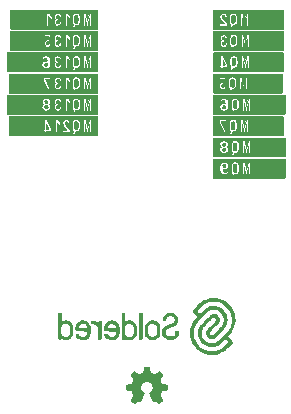
<source format=gbr>
%TF.GenerationSoftware,KiCad,Pcbnew,(5.99.0-11441-g1a5e63bcab)*%
%TF.CreationDate,2021-07-19T16:29:47+02:00*%
%TF.ProjectId,MQ Breakout,4d512042-7265-4616-9b6f-75742e6b6963,rev?*%
%TF.SameCoordinates,Original*%
%TF.FileFunction,Legend,Bot*%
%TF.FilePolarity,Positive*%
%FSLAX46Y46*%
G04 Gerber Fmt 4.6, Leading zero omitted, Abs format (unit mm)*
G04 Created by KiCad (PCBNEW (5.99.0-11441-g1a5e63bcab)) date 2021-07-19 16:29:47*
%MOMM*%
%LPD*%
G01*
G04 APERTURE LIST*
%ADD10C,0.150000*%
%ADD11C,0.010000*%
G04 APERTURE END LIST*
D10*
%TO.C,*%
D11*
X113260000Y-108300000D02*
X113580000Y-108300000D01*
X113580000Y-108300000D02*
X113650000Y-108310000D01*
X113650000Y-108310000D02*
X113650000Y-109830000D01*
X113650000Y-109830000D02*
X113640000Y-109900000D01*
X113640000Y-109900000D02*
X107670000Y-109900000D01*
X107670000Y-109900000D02*
X110060000Y-109600000D01*
X110060000Y-109600000D02*
X110130000Y-109620000D01*
X110130000Y-109620000D02*
X110210000Y-109620000D01*
X110210000Y-109620000D02*
X110230000Y-109550000D01*
X110230000Y-109550000D02*
X110230000Y-108990000D01*
X110230000Y-108990000D02*
X110250000Y-109010000D01*
X110250000Y-109010000D02*
X110330000Y-109560000D01*
X110330000Y-109560000D02*
X110360000Y-109620000D01*
X110360000Y-109620000D02*
X110440000Y-109620000D01*
X110440000Y-109620000D02*
X110460000Y-109540000D01*
X110460000Y-109540000D02*
X110550000Y-108990000D01*
X110550000Y-108990000D02*
X110560000Y-109000000D01*
X110560000Y-109000000D02*
X110560000Y-109560000D01*
X110560000Y-109560000D02*
X110620000Y-109620000D01*
X110620000Y-109620000D02*
X110700000Y-109620000D01*
X110700000Y-109620000D02*
X110740000Y-109560000D01*
X110740000Y-109560000D02*
X110740000Y-108610000D01*
X110740000Y-108610000D02*
X110710000Y-108550000D01*
X110710000Y-108550000D02*
X110550000Y-108550000D01*
X110550000Y-108550000D02*
X110520000Y-108610000D01*
X110520000Y-108610000D02*
X110420000Y-109160000D01*
X110420000Y-109160000D02*
X110390000Y-109200000D01*
X110390000Y-109200000D02*
X110270000Y-108570000D01*
X110270000Y-108570000D02*
X110210000Y-108550000D01*
X110210000Y-108550000D02*
X110130000Y-108550000D01*
X110130000Y-108550000D02*
X110060000Y-108570000D01*
X110060000Y-108570000D02*
X110060000Y-109520000D01*
X110060000Y-109520000D02*
X109750000Y-109380000D01*
X109750000Y-109380000D02*
X109760000Y-109330000D01*
X109760000Y-109330000D02*
X109770000Y-109250000D01*
X109770000Y-109250000D02*
X109780000Y-109160000D01*
X109780000Y-109160000D02*
X109780000Y-109050000D01*
X109780000Y-109050000D02*
X109780000Y-108950000D01*
X109780000Y-108950000D02*
X109770000Y-108860000D01*
X109770000Y-108860000D02*
X109760000Y-108790000D01*
X109760000Y-108790000D02*
X109740000Y-108730000D01*
X109740000Y-108730000D02*
X109710000Y-108670000D01*
X109710000Y-108670000D02*
X109660000Y-108610000D01*
X109660000Y-108610000D02*
X109590000Y-108570000D01*
X109590000Y-108570000D02*
X109520000Y-108540000D01*
X109520000Y-108540000D02*
X109440000Y-108530000D01*
X109440000Y-108530000D02*
X109350000Y-108530000D01*
X109350000Y-108530000D02*
X109280000Y-108560000D01*
X109280000Y-108560000D02*
X109220000Y-108600000D01*
X109220000Y-108600000D02*
X109160000Y-108650000D01*
X109160000Y-108650000D02*
X109120000Y-108720000D01*
X109120000Y-108720000D02*
X109100000Y-108780000D01*
X109100000Y-108780000D02*
X109090000Y-108840000D01*
X109090000Y-108840000D02*
X109080000Y-108920000D01*
X109080000Y-108920000D02*
X108890000Y-108880000D01*
X108890000Y-108880000D02*
X108880000Y-108800000D01*
X108880000Y-108800000D02*
X108860000Y-108730000D01*
X108860000Y-108730000D02*
X108810000Y-108660000D01*
X108810000Y-108660000D02*
X108750000Y-108610000D01*
X108750000Y-108610000D02*
X108690000Y-108580000D01*
X108690000Y-108580000D02*
X108610000Y-108560000D01*
X108610000Y-108560000D02*
X108530000Y-108550000D01*
X108530000Y-108550000D02*
X108510000Y-108550000D01*
X108510000Y-108550000D02*
X108430000Y-108560000D01*
X108430000Y-108560000D02*
X108360000Y-108580000D01*
X108360000Y-108580000D02*
X108290000Y-108620000D01*
X108290000Y-108620000D02*
X108230000Y-108670000D01*
X108230000Y-108670000D02*
X108180000Y-108730000D01*
X108180000Y-108730000D02*
X108160000Y-108790000D01*
X108160000Y-108790000D02*
X108140000Y-108860000D01*
X108140000Y-108860000D02*
X108130000Y-108940000D01*
X108130000Y-108940000D02*
X108120000Y-109030000D01*
X108120000Y-109030000D02*
X108120000Y-109130000D01*
X108120000Y-109130000D02*
X108130000Y-109230000D01*
X108130000Y-109230000D02*
X108140000Y-109300000D01*
X108140000Y-109300000D02*
X108160000Y-109370000D01*
X108160000Y-109370000D02*
X108180000Y-109430000D01*
X108180000Y-109430000D02*
X108230000Y-109500000D01*
X108230000Y-109500000D02*
X108290000Y-109550000D01*
X108290000Y-109550000D02*
X108360000Y-109590000D01*
X108360000Y-109590000D02*
X108440000Y-109610000D01*
X108440000Y-109610000D02*
X108520000Y-109620000D01*
X108520000Y-109620000D02*
X108600000Y-109610000D01*
X108600000Y-109610000D02*
X108680000Y-109590000D01*
X108680000Y-109590000D02*
X108750000Y-109560000D01*
X108750000Y-109560000D02*
X108810000Y-109510000D01*
X108810000Y-109510000D02*
X108850000Y-109440000D01*
X108850000Y-109440000D02*
X108870000Y-109370000D01*
X108870000Y-109370000D02*
X108830000Y-109320000D01*
X108830000Y-109320000D02*
X108750000Y-109320000D01*
X108750000Y-109320000D02*
X108680000Y-109340000D01*
X108680000Y-109340000D02*
X108650000Y-109410000D01*
X108650000Y-109410000D02*
X108580000Y-109430000D01*
X108580000Y-109430000D02*
X108510000Y-109410000D01*
X108510000Y-109410000D02*
X108470000Y-109340000D01*
X108470000Y-109340000D02*
X108460000Y-109270000D01*
X108460000Y-109270000D02*
X108450000Y-109180000D01*
X108450000Y-109180000D02*
X108500000Y-109150000D01*
X108500000Y-109150000D02*
X108570000Y-109170000D01*
X108570000Y-109170000D02*
X108650000Y-109170000D01*
X108650000Y-109170000D02*
X108730000Y-109140000D01*
X108730000Y-109140000D02*
X108790000Y-109090000D01*
X108790000Y-109090000D02*
X108840000Y-109030000D01*
X108840000Y-109030000D02*
X108870000Y-108960000D01*
X108870000Y-108960000D02*
X108890000Y-108880000D01*
X108890000Y-108880000D02*
X109080000Y-108920000D01*
X109080000Y-108920000D02*
X109080000Y-109020000D01*
X109080000Y-109020000D02*
X109080000Y-109130000D01*
X109080000Y-109130000D02*
X109080000Y-109230000D01*
X109080000Y-109230000D02*
X109090000Y-109310000D01*
X109090000Y-109310000D02*
X109100000Y-109380000D01*
X109100000Y-109380000D02*
X109120000Y-109440000D01*
X109120000Y-109440000D02*
X109150000Y-109500000D01*
X109150000Y-109500000D02*
X109180000Y-109570000D01*
X109180000Y-109570000D02*
X109170000Y-109600000D01*
X109170000Y-109600000D02*
X109140000Y-109670000D01*
X109140000Y-109670000D02*
X109110000Y-109750000D01*
X109110000Y-109750000D02*
X109170000Y-109780000D01*
X109170000Y-109780000D02*
X109250000Y-109780000D01*
X109250000Y-109780000D02*
X109310000Y-109750000D01*
X109310000Y-109750000D02*
X109340000Y-109670000D01*
X109340000Y-109670000D02*
X109370000Y-109600000D01*
X109370000Y-109600000D02*
X109460000Y-109600000D01*
X109460000Y-109600000D02*
X109540000Y-109580000D01*
X109540000Y-109580000D02*
X109600000Y-109550000D01*
X109600000Y-109550000D02*
X109670000Y-109510000D01*
X109670000Y-109510000D02*
X109710000Y-109450000D01*
X109710000Y-109450000D02*
X109740000Y-109380000D01*
X109740000Y-109380000D02*
X110060000Y-109520000D01*
X110060000Y-109520000D02*
X110060000Y-109600000D01*
X110060000Y-109600000D02*
X107670000Y-109900000D01*
X107670000Y-109900000D02*
X107600000Y-109890000D01*
X107600000Y-109890000D02*
X107600000Y-108380000D01*
X107600000Y-108380000D02*
X107600000Y-108300000D01*
X107600000Y-108300000D02*
X113250000Y-108300000D01*
X113250000Y-108300000D02*
X113260000Y-108300000D01*
X113260000Y-108300000D02*
X113260000Y-108300000D01*
G36*
X107600000Y-108300000D02*
G01*
X113580000Y-108300000D01*
X113650000Y-108310000D01*
X113650000Y-109830000D01*
X113640000Y-109900000D01*
X107670000Y-109900000D01*
X107600000Y-109890000D01*
X107600000Y-109750000D01*
X109110000Y-109750000D01*
X109170000Y-109780000D01*
X109250000Y-109780000D01*
X109310000Y-109750000D01*
X109331981Y-109691383D01*
X109122102Y-109717728D01*
X109110000Y-109750000D01*
X107600000Y-109750000D01*
X107600000Y-109030000D01*
X108120000Y-109030000D01*
X108120000Y-109130000D01*
X108130000Y-109230000D01*
X108140000Y-109300000D01*
X108160000Y-109370000D01*
X108180000Y-109430000D01*
X108230000Y-109500000D01*
X108290000Y-109550000D01*
X108360000Y-109590000D01*
X108440000Y-109610000D01*
X108520000Y-109620000D01*
X108600000Y-109610000D01*
X108680000Y-109590000D01*
X108750000Y-109560000D01*
X108810000Y-109510000D01*
X108850000Y-109440000D01*
X108870000Y-109370000D01*
X108830000Y-109320000D01*
X108750000Y-109320000D01*
X108680000Y-109340000D01*
X108650000Y-109410000D01*
X108580000Y-109430000D01*
X108510000Y-109410000D01*
X108470000Y-109340000D01*
X108460000Y-109270000D01*
X108455556Y-109230000D01*
X109080000Y-109230000D01*
X109090000Y-109310000D01*
X109100000Y-109380000D01*
X109120000Y-109440000D01*
X109150000Y-109500000D01*
X109180000Y-109570000D01*
X109170000Y-109600000D01*
X109140000Y-109670000D01*
X109122102Y-109717728D01*
X109331981Y-109691383D01*
X109340000Y-109670000D01*
X109370000Y-109600000D01*
X109460000Y-109600000D01*
X109540000Y-109580000D01*
X109600000Y-109550000D01*
X109670000Y-109510000D01*
X109710000Y-109450000D01*
X109740000Y-109380000D01*
X110060000Y-109520000D01*
X110060000Y-109600000D01*
X110130000Y-109620000D01*
X110210000Y-109620000D01*
X110230000Y-109550000D01*
X110230000Y-108990000D01*
X110250000Y-109010000D01*
X110330000Y-109560000D01*
X110360000Y-109620000D01*
X110440000Y-109620000D01*
X110460000Y-109540000D01*
X110550000Y-108990000D01*
X110560000Y-109000000D01*
X110560000Y-109560000D01*
X110620000Y-109620000D01*
X110700000Y-109620000D01*
X110740000Y-109560000D01*
X110740000Y-108610000D01*
X110710000Y-108550000D01*
X110550000Y-108550000D01*
X110520000Y-108610000D01*
X110420000Y-109160000D01*
X110390000Y-109200000D01*
X110270000Y-108570000D01*
X110210000Y-108550000D01*
X110130000Y-108550000D01*
X110060000Y-108570000D01*
X110060000Y-109520000D01*
X109750000Y-109380000D01*
X109760000Y-109330000D01*
X109770000Y-109250000D01*
X109780000Y-109160000D01*
X109780000Y-108950000D01*
X109770000Y-108860000D01*
X109760000Y-108790000D01*
X109740000Y-108730000D01*
X109710000Y-108670000D01*
X109660000Y-108610000D01*
X109590000Y-108570000D01*
X109520000Y-108540000D01*
X109440000Y-108530000D01*
X109350000Y-108530000D01*
X109280000Y-108560000D01*
X109220000Y-108600000D01*
X109160000Y-108650000D01*
X109120000Y-108720000D01*
X109100000Y-108780000D01*
X109090000Y-108840000D01*
X109080000Y-108920000D01*
X109080000Y-109230000D01*
X108455556Y-109230000D01*
X108450000Y-109180000D01*
X108500000Y-109150000D01*
X108570000Y-109170000D01*
X108650000Y-109170000D01*
X108730000Y-109140000D01*
X108790000Y-109090000D01*
X108840000Y-109030000D01*
X108870000Y-108960000D01*
X108890000Y-108880000D01*
X108880000Y-108800000D01*
X108860000Y-108730000D01*
X108810000Y-108660000D01*
X108750000Y-108610000D01*
X108690000Y-108580000D01*
X108610000Y-108560000D01*
X108530000Y-108550000D01*
X108510000Y-108550000D01*
X108430000Y-108560000D01*
X108360000Y-108580000D01*
X108290000Y-108620000D01*
X108230000Y-108670000D01*
X108180000Y-108730000D01*
X108160000Y-108790000D01*
X108140000Y-108860000D01*
X108130000Y-108940000D01*
X108120000Y-109030000D01*
X107600000Y-109030000D01*
X107600000Y-108300000D01*
G37*
X107600000Y-108300000D02*
X113580000Y-108300000D01*
X113650000Y-108310000D01*
X113650000Y-109830000D01*
X113640000Y-109900000D01*
X107670000Y-109900000D01*
X107600000Y-109890000D01*
X107600000Y-109750000D01*
X109110000Y-109750000D01*
X109170000Y-109780000D01*
X109250000Y-109780000D01*
X109310000Y-109750000D01*
X109331981Y-109691383D01*
X109122102Y-109717728D01*
X109110000Y-109750000D01*
X107600000Y-109750000D01*
X107600000Y-109030000D01*
X108120000Y-109030000D01*
X108120000Y-109130000D01*
X108130000Y-109230000D01*
X108140000Y-109300000D01*
X108160000Y-109370000D01*
X108180000Y-109430000D01*
X108230000Y-109500000D01*
X108290000Y-109550000D01*
X108360000Y-109590000D01*
X108440000Y-109610000D01*
X108520000Y-109620000D01*
X108600000Y-109610000D01*
X108680000Y-109590000D01*
X108750000Y-109560000D01*
X108810000Y-109510000D01*
X108850000Y-109440000D01*
X108870000Y-109370000D01*
X108830000Y-109320000D01*
X108750000Y-109320000D01*
X108680000Y-109340000D01*
X108650000Y-109410000D01*
X108580000Y-109430000D01*
X108510000Y-109410000D01*
X108470000Y-109340000D01*
X108460000Y-109270000D01*
X108455556Y-109230000D01*
X109080000Y-109230000D01*
X109090000Y-109310000D01*
X109100000Y-109380000D01*
X109120000Y-109440000D01*
X109150000Y-109500000D01*
X109180000Y-109570000D01*
X109170000Y-109600000D01*
X109140000Y-109670000D01*
X109122102Y-109717728D01*
X109331981Y-109691383D01*
X109340000Y-109670000D01*
X109370000Y-109600000D01*
X109460000Y-109600000D01*
X109540000Y-109580000D01*
X109600000Y-109550000D01*
X109670000Y-109510000D01*
X109710000Y-109450000D01*
X109740000Y-109380000D01*
X110060000Y-109520000D01*
X110060000Y-109600000D01*
X110130000Y-109620000D01*
X110210000Y-109620000D01*
X110230000Y-109550000D01*
X110230000Y-108990000D01*
X110250000Y-109010000D01*
X110330000Y-109560000D01*
X110360000Y-109620000D01*
X110440000Y-109620000D01*
X110460000Y-109540000D01*
X110550000Y-108990000D01*
X110560000Y-109000000D01*
X110560000Y-109560000D01*
X110620000Y-109620000D01*
X110700000Y-109620000D01*
X110740000Y-109560000D01*
X110740000Y-108610000D01*
X110710000Y-108550000D01*
X110550000Y-108550000D01*
X110520000Y-108610000D01*
X110420000Y-109160000D01*
X110390000Y-109200000D01*
X110270000Y-108570000D01*
X110210000Y-108550000D01*
X110130000Y-108550000D01*
X110060000Y-108570000D01*
X110060000Y-109520000D01*
X109750000Y-109380000D01*
X109760000Y-109330000D01*
X109770000Y-109250000D01*
X109780000Y-109160000D01*
X109780000Y-108950000D01*
X109770000Y-108860000D01*
X109760000Y-108790000D01*
X109740000Y-108730000D01*
X109710000Y-108670000D01*
X109660000Y-108610000D01*
X109590000Y-108570000D01*
X109520000Y-108540000D01*
X109440000Y-108530000D01*
X109350000Y-108530000D01*
X109280000Y-108560000D01*
X109220000Y-108600000D01*
X109160000Y-108650000D01*
X109120000Y-108720000D01*
X109100000Y-108780000D01*
X109090000Y-108840000D01*
X109080000Y-108920000D01*
X109080000Y-109230000D01*
X108455556Y-109230000D01*
X108450000Y-109180000D01*
X108500000Y-109150000D01*
X108570000Y-109170000D01*
X108650000Y-109170000D01*
X108730000Y-109140000D01*
X108790000Y-109090000D01*
X108840000Y-109030000D01*
X108870000Y-108960000D01*
X108890000Y-108880000D01*
X108880000Y-108800000D01*
X108860000Y-108730000D01*
X108810000Y-108660000D01*
X108750000Y-108610000D01*
X108690000Y-108580000D01*
X108610000Y-108560000D01*
X108530000Y-108550000D01*
X108510000Y-108550000D01*
X108430000Y-108560000D01*
X108360000Y-108580000D01*
X108290000Y-108620000D01*
X108230000Y-108670000D01*
X108180000Y-108730000D01*
X108160000Y-108790000D01*
X108140000Y-108860000D01*
X108130000Y-108940000D01*
X108120000Y-109030000D01*
X107600000Y-109030000D01*
X107600000Y-108300000D01*
X109510000Y-109380000D02*
X109430000Y-109400000D01*
X109430000Y-109400000D02*
X109340000Y-109380000D01*
X109340000Y-109380000D02*
X109300000Y-109330000D01*
X109300000Y-109330000D02*
X109280000Y-109290000D01*
X109280000Y-109290000D02*
X109270000Y-109220000D01*
X109270000Y-109220000D02*
X109270000Y-109120000D01*
X109270000Y-109120000D02*
X109270000Y-108990000D01*
X109270000Y-108990000D02*
X109270000Y-108900000D01*
X109270000Y-108900000D02*
X109280000Y-108830000D01*
X109280000Y-108830000D02*
X109300000Y-108780000D01*
X109300000Y-108780000D02*
X109350000Y-108740000D01*
X109350000Y-108740000D02*
X109440000Y-108730000D01*
X109440000Y-108730000D02*
X109520000Y-108750000D01*
X109520000Y-108750000D02*
X109560000Y-108800000D01*
X109560000Y-108800000D02*
X109570000Y-108850000D01*
X109570000Y-108850000D02*
X109580000Y-108930000D01*
X109580000Y-108930000D02*
X109580000Y-109040000D01*
X109580000Y-109040000D02*
X109580000Y-109160000D01*
X109580000Y-109160000D02*
X109570000Y-109250000D01*
X109570000Y-109250000D02*
X109560000Y-109310000D01*
X109560000Y-109310000D02*
X109510000Y-109380000D01*
X109510000Y-109380000D02*
X109510000Y-109380000D01*
G36*
X109520000Y-108750000D02*
G01*
X109560000Y-108800000D01*
X109570000Y-108850000D01*
X109580000Y-108930000D01*
X109580000Y-109160000D01*
X109570000Y-109250000D01*
X109560000Y-109310000D01*
X109510000Y-109380000D01*
X109430000Y-109400000D01*
X109340000Y-109380000D01*
X109300000Y-109330000D01*
X109280000Y-109290000D01*
X109270000Y-109220000D01*
X109270000Y-108900000D01*
X109280000Y-108830000D01*
X109300000Y-108780000D01*
X109350000Y-108740000D01*
X109440000Y-108730000D01*
X109520000Y-108750000D01*
G37*
X109520000Y-108750000D02*
X109560000Y-108800000D01*
X109570000Y-108850000D01*
X109580000Y-108930000D01*
X109580000Y-109160000D01*
X109570000Y-109250000D01*
X109560000Y-109310000D01*
X109510000Y-109380000D01*
X109430000Y-109400000D01*
X109340000Y-109380000D01*
X109300000Y-109330000D01*
X109280000Y-109290000D01*
X109270000Y-109220000D01*
X109270000Y-108900000D01*
X109280000Y-108830000D01*
X109300000Y-108780000D01*
X109350000Y-108740000D01*
X109440000Y-108730000D01*
X109520000Y-108750000D01*
X108530000Y-108730000D02*
X108600000Y-108760000D01*
X108600000Y-108760000D02*
X108640000Y-108820000D01*
X108640000Y-108820000D02*
X108640000Y-108910000D01*
X108640000Y-108910000D02*
X108600000Y-108970000D01*
X108600000Y-108970000D02*
X108520000Y-108990000D01*
X108520000Y-108990000D02*
X108440000Y-108980000D01*
X108440000Y-108980000D02*
X108400000Y-108920000D01*
X108400000Y-108920000D02*
X108390000Y-108840000D01*
X108390000Y-108840000D02*
X108420000Y-108770000D01*
X108420000Y-108770000D02*
X108530000Y-108730000D01*
X108530000Y-108730000D02*
X108530000Y-108730000D01*
G36*
X108600000Y-108760000D02*
G01*
X108640000Y-108820000D01*
X108640000Y-108910000D01*
X108600000Y-108970000D01*
X108520000Y-108990000D01*
X108440000Y-108980000D01*
X108400000Y-108920000D01*
X108390000Y-108840000D01*
X108420000Y-108770000D01*
X108530000Y-108730000D01*
X108600000Y-108760000D01*
G37*
X108600000Y-108760000D02*
X108640000Y-108820000D01*
X108640000Y-108910000D01*
X108600000Y-108970000D01*
X108520000Y-108990000D01*
X108440000Y-108980000D01*
X108400000Y-108920000D01*
X108390000Y-108840000D01*
X108420000Y-108770000D01*
X108530000Y-108730000D01*
X108600000Y-108760000D01*
X113250000Y-106500000D02*
X113650000Y-106500000D01*
X113650000Y-106500000D02*
X113650000Y-108100000D01*
X113650000Y-108100000D02*
X107600000Y-108100000D01*
X107600000Y-108100000D02*
X107600000Y-106510000D01*
X107600000Y-106510000D02*
X110060000Y-106760000D01*
X110060000Y-106760000D02*
X110060000Y-106830000D01*
X110060000Y-106830000D02*
X109750000Y-106940000D01*
X109750000Y-106940000D02*
X109720000Y-106880000D01*
X109720000Y-106880000D02*
X109670000Y-106820000D01*
X109670000Y-106820000D02*
X109610000Y-106770000D01*
X109610000Y-106770000D02*
X109540000Y-106740000D01*
X109540000Y-106740000D02*
X109460000Y-106730000D01*
X109460000Y-106730000D02*
X109370000Y-106730000D01*
X109370000Y-106730000D02*
X109290000Y-106750000D01*
X109290000Y-106750000D02*
X109230000Y-106790000D01*
X109230000Y-106790000D02*
X109170000Y-106840000D01*
X109170000Y-106840000D02*
X109130000Y-106910000D01*
X109130000Y-106910000D02*
X109110000Y-106970000D01*
X109110000Y-106970000D02*
X109090000Y-107030000D01*
X109090000Y-107030000D02*
X109090000Y-107110000D01*
X109090000Y-107110000D02*
X109080000Y-107200000D01*
X109080000Y-107200000D02*
X109080000Y-107310000D01*
X109080000Y-107310000D02*
X109080000Y-107410000D01*
X109080000Y-107410000D02*
X109090000Y-107500000D01*
X109090000Y-107500000D02*
X108890000Y-107510000D01*
X108890000Y-107510000D02*
X108880000Y-107430000D01*
X108880000Y-107430000D02*
X108850000Y-107360000D01*
X108850000Y-107360000D02*
X108800000Y-107290000D01*
X108800000Y-107290000D02*
X108790000Y-107230000D01*
X108790000Y-107230000D02*
X108840000Y-107160000D01*
X108840000Y-107160000D02*
X108860000Y-107090000D01*
X108860000Y-107090000D02*
X108860000Y-107010000D01*
X108860000Y-107010000D02*
X108840000Y-106940000D01*
X108840000Y-106940000D02*
X108800000Y-106870000D01*
X108800000Y-106870000D02*
X108740000Y-106820000D01*
X108740000Y-106820000D02*
X108670000Y-106780000D01*
X108670000Y-106780000D02*
X108590000Y-106760000D01*
X108590000Y-106760000D02*
X108510000Y-106750000D01*
X108510000Y-106750000D02*
X108420000Y-106750000D01*
X108420000Y-106750000D02*
X108350000Y-106770000D01*
X108350000Y-106770000D02*
X108280000Y-106810000D01*
X108280000Y-106810000D02*
X108220000Y-106850000D01*
X108220000Y-106850000D02*
X108170000Y-106920000D01*
X108170000Y-106920000D02*
X108140000Y-106990000D01*
X108140000Y-106990000D02*
X108140000Y-107070000D01*
X108140000Y-107070000D02*
X108160000Y-107140000D01*
X108160000Y-107140000D02*
X108210000Y-107210000D01*
X108210000Y-107210000D02*
X108230000Y-107270000D01*
X108230000Y-107270000D02*
X108180000Y-107330000D01*
X108180000Y-107330000D02*
X108140000Y-107400000D01*
X108140000Y-107400000D02*
X108120000Y-107480000D01*
X108120000Y-107480000D02*
X108130000Y-107560000D01*
X108130000Y-107560000D02*
X108150000Y-107630000D01*
X108150000Y-107630000D02*
X108200000Y-107700000D01*
X108200000Y-107700000D02*
X108260000Y-107750000D01*
X108260000Y-107750000D02*
X108320000Y-107800000D01*
X108320000Y-107800000D02*
X108340000Y-107820000D01*
X108340000Y-107820000D02*
X108500000Y-107820000D01*
X108500000Y-107820000D02*
X108580000Y-107810000D01*
X108580000Y-107810000D02*
X108660000Y-107790000D01*
X108660000Y-107790000D02*
X108730000Y-107760000D01*
X108730000Y-107760000D02*
X108790000Y-107720000D01*
X108790000Y-107720000D02*
X108840000Y-107660000D01*
X108840000Y-107660000D02*
X108880000Y-107590000D01*
X108880000Y-107590000D02*
X108890000Y-107510000D01*
X108890000Y-107510000D02*
X109090000Y-107500000D01*
X109090000Y-107500000D02*
X109100000Y-107570000D01*
X109100000Y-107570000D02*
X109110000Y-107630000D01*
X109110000Y-107630000D02*
X109140000Y-107690000D01*
X109140000Y-107690000D02*
X109190000Y-107760000D01*
X109190000Y-107760000D02*
X109180000Y-107780000D01*
X109180000Y-107780000D02*
X109110000Y-107930000D01*
X109110000Y-107930000D02*
X109160000Y-107980000D01*
X109160000Y-107980000D02*
X109230000Y-107980000D01*
X109230000Y-107980000D02*
X109300000Y-107970000D01*
X109300000Y-107970000D02*
X109340000Y-107890000D01*
X109340000Y-107890000D02*
X109360000Y-107810000D01*
X109360000Y-107810000D02*
X109520000Y-107790000D01*
X109520000Y-107790000D02*
X109590000Y-107760000D01*
X109590000Y-107760000D02*
X109650000Y-107720000D01*
X109650000Y-107720000D02*
X109710000Y-107660000D01*
X109710000Y-107660000D02*
X109740000Y-107590000D01*
X109740000Y-107590000D02*
X109760000Y-107540000D01*
X109760000Y-107540000D02*
X109770000Y-107470000D01*
X109770000Y-107470000D02*
X109780000Y-107380000D01*
X109780000Y-107380000D02*
X109780000Y-107280000D01*
X109780000Y-107280000D02*
X109780000Y-107170000D01*
X109780000Y-107170000D02*
X109770000Y-107080000D01*
X109770000Y-107080000D02*
X109760000Y-107000000D01*
X109760000Y-107000000D02*
X109750000Y-106950000D01*
X109750000Y-106950000D02*
X110060000Y-106830000D01*
X110060000Y-106830000D02*
X110060000Y-107790000D01*
X110060000Y-107790000D02*
X110120000Y-107820000D01*
X110120000Y-107820000D02*
X110200000Y-107820000D01*
X110200000Y-107820000D02*
X110230000Y-107760000D01*
X110230000Y-107760000D02*
X110230000Y-107200000D01*
X110230000Y-107200000D02*
X110240000Y-107200000D01*
X110240000Y-107200000D02*
X110330000Y-107750000D01*
X110330000Y-107750000D02*
X110350000Y-107820000D01*
X110350000Y-107820000D02*
X110430000Y-107820000D01*
X110430000Y-107820000D02*
X110460000Y-107750000D01*
X110460000Y-107750000D02*
X110550000Y-107200000D01*
X110550000Y-107200000D02*
X110560000Y-107190000D01*
X110560000Y-107190000D02*
X110560000Y-107750000D01*
X110560000Y-107750000D02*
X110610000Y-107820000D01*
X110610000Y-107820000D02*
X110690000Y-107820000D01*
X110690000Y-107820000D02*
X110740000Y-107780000D01*
X110740000Y-107780000D02*
X110740000Y-106820000D01*
X110740000Y-106820000D02*
X110720000Y-106750000D01*
X110720000Y-106750000D02*
X110560000Y-106750000D01*
X110560000Y-106750000D02*
X110520000Y-106800000D01*
X110520000Y-106800000D02*
X110420000Y-107350000D01*
X110420000Y-107350000D02*
X110390000Y-107410000D01*
X110390000Y-107410000D02*
X110380000Y-107330000D01*
X110380000Y-107330000D02*
X110270000Y-106790000D01*
X110270000Y-106790000D02*
X110220000Y-106750000D01*
X110220000Y-106750000D02*
X110140000Y-106750000D01*
X110140000Y-106750000D02*
X110060000Y-106750000D01*
X110060000Y-106750000D02*
X107600000Y-106500000D01*
X107600000Y-106500000D02*
X113250000Y-106500000D01*
X113250000Y-106500000D02*
X113250000Y-106500000D01*
G36*
X113650000Y-108100000D02*
G01*
X107600000Y-108100000D01*
X107600000Y-107480000D01*
X108120000Y-107480000D01*
X108130000Y-107560000D01*
X108150000Y-107630000D01*
X108200000Y-107700000D01*
X108320000Y-107800000D01*
X108340000Y-107820000D01*
X108500000Y-107820000D01*
X108580000Y-107810000D01*
X108660000Y-107790000D01*
X108730000Y-107760000D01*
X108790000Y-107720000D01*
X108840000Y-107660000D01*
X108880000Y-107590000D01*
X108890000Y-107510000D01*
X108880000Y-107430000D01*
X108850000Y-107360000D01*
X108800000Y-107290000D01*
X108790000Y-107230000D01*
X108840000Y-107160000D01*
X108860000Y-107090000D01*
X108860000Y-107010000D01*
X108840000Y-106940000D01*
X108800000Y-106870000D01*
X108740000Y-106820000D01*
X108670000Y-106780000D01*
X108590000Y-106760000D01*
X108510000Y-106750000D01*
X108420000Y-106750000D01*
X108350000Y-106770000D01*
X108280000Y-106810000D01*
X108220000Y-106850000D01*
X108170000Y-106920000D01*
X108140000Y-106990000D01*
X108140000Y-107070000D01*
X108160000Y-107140000D01*
X108210000Y-107210000D01*
X108230000Y-107270000D01*
X108180000Y-107330000D01*
X108140000Y-107400000D01*
X108120000Y-107480000D01*
X107600000Y-107480000D01*
X107600000Y-106510000D01*
X110060000Y-106760000D01*
X110060000Y-106830000D01*
X109750000Y-106940000D01*
X109720000Y-106880000D01*
X109670000Y-106820000D01*
X109610000Y-106770000D01*
X109540000Y-106740000D01*
X109460000Y-106730000D01*
X109370000Y-106730000D01*
X109290000Y-106750000D01*
X109230000Y-106790000D01*
X109170000Y-106840000D01*
X109130000Y-106910000D01*
X109090000Y-107030000D01*
X109090000Y-107110000D01*
X109080000Y-107200000D01*
X109080000Y-107410000D01*
X109090000Y-107500000D01*
X109100000Y-107570000D01*
X109110000Y-107630000D01*
X109140000Y-107690000D01*
X109190000Y-107760000D01*
X109180000Y-107780000D01*
X109110000Y-107930000D01*
X109160000Y-107980000D01*
X109230000Y-107980000D01*
X109300000Y-107970000D01*
X109340000Y-107890000D01*
X109360000Y-107810000D01*
X109520000Y-107790000D01*
X109590000Y-107760000D01*
X109650000Y-107720000D01*
X109710000Y-107660000D01*
X109740000Y-107590000D01*
X109760000Y-107540000D01*
X109770000Y-107470000D01*
X109780000Y-107380000D01*
X109780000Y-107170000D01*
X109770000Y-107080000D01*
X109760000Y-107000000D01*
X109750000Y-106950000D01*
X110060000Y-106830000D01*
X110060000Y-107790000D01*
X110120000Y-107820000D01*
X110200000Y-107820000D01*
X110230000Y-107760000D01*
X110230000Y-107200000D01*
X110240000Y-107200000D01*
X110330000Y-107750000D01*
X110350000Y-107820000D01*
X110430000Y-107820000D01*
X110460000Y-107750000D01*
X110550000Y-107200000D01*
X110560000Y-107190000D01*
X110560000Y-107750000D01*
X110610000Y-107820000D01*
X110690000Y-107820000D01*
X110740000Y-107780000D01*
X110740000Y-106820000D01*
X110720000Y-106750000D01*
X110560000Y-106750000D01*
X110520000Y-106800000D01*
X110420000Y-107350000D01*
X110390000Y-107410000D01*
X110380000Y-107330000D01*
X110270000Y-106790000D01*
X110220000Y-106750000D01*
X110060000Y-106750000D01*
X107600000Y-106500000D01*
X113650000Y-106500000D01*
X113650000Y-108100000D01*
G37*
X113650000Y-108100000D02*
X107600000Y-108100000D01*
X107600000Y-107480000D01*
X108120000Y-107480000D01*
X108130000Y-107560000D01*
X108150000Y-107630000D01*
X108200000Y-107700000D01*
X108320000Y-107800000D01*
X108340000Y-107820000D01*
X108500000Y-107820000D01*
X108580000Y-107810000D01*
X108660000Y-107790000D01*
X108730000Y-107760000D01*
X108790000Y-107720000D01*
X108840000Y-107660000D01*
X108880000Y-107590000D01*
X108890000Y-107510000D01*
X108880000Y-107430000D01*
X108850000Y-107360000D01*
X108800000Y-107290000D01*
X108790000Y-107230000D01*
X108840000Y-107160000D01*
X108860000Y-107090000D01*
X108860000Y-107010000D01*
X108840000Y-106940000D01*
X108800000Y-106870000D01*
X108740000Y-106820000D01*
X108670000Y-106780000D01*
X108590000Y-106760000D01*
X108510000Y-106750000D01*
X108420000Y-106750000D01*
X108350000Y-106770000D01*
X108280000Y-106810000D01*
X108220000Y-106850000D01*
X108170000Y-106920000D01*
X108140000Y-106990000D01*
X108140000Y-107070000D01*
X108160000Y-107140000D01*
X108210000Y-107210000D01*
X108230000Y-107270000D01*
X108180000Y-107330000D01*
X108140000Y-107400000D01*
X108120000Y-107480000D01*
X107600000Y-107480000D01*
X107600000Y-106510000D01*
X110060000Y-106760000D01*
X110060000Y-106830000D01*
X109750000Y-106940000D01*
X109720000Y-106880000D01*
X109670000Y-106820000D01*
X109610000Y-106770000D01*
X109540000Y-106740000D01*
X109460000Y-106730000D01*
X109370000Y-106730000D01*
X109290000Y-106750000D01*
X109230000Y-106790000D01*
X109170000Y-106840000D01*
X109130000Y-106910000D01*
X109090000Y-107030000D01*
X109090000Y-107110000D01*
X109080000Y-107200000D01*
X109080000Y-107410000D01*
X109090000Y-107500000D01*
X109100000Y-107570000D01*
X109110000Y-107630000D01*
X109140000Y-107690000D01*
X109190000Y-107760000D01*
X109180000Y-107780000D01*
X109110000Y-107930000D01*
X109160000Y-107980000D01*
X109230000Y-107980000D01*
X109300000Y-107970000D01*
X109340000Y-107890000D01*
X109360000Y-107810000D01*
X109520000Y-107790000D01*
X109590000Y-107760000D01*
X109650000Y-107720000D01*
X109710000Y-107660000D01*
X109740000Y-107590000D01*
X109760000Y-107540000D01*
X109770000Y-107470000D01*
X109780000Y-107380000D01*
X109780000Y-107170000D01*
X109770000Y-107080000D01*
X109760000Y-107000000D01*
X109750000Y-106950000D01*
X110060000Y-106830000D01*
X110060000Y-107790000D01*
X110120000Y-107820000D01*
X110200000Y-107820000D01*
X110230000Y-107760000D01*
X110230000Y-107200000D01*
X110240000Y-107200000D01*
X110330000Y-107750000D01*
X110350000Y-107820000D01*
X110430000Y-107820000D01*
X110460000Y-107750000D01*
X110550000Y-107200000D01*
X110560000Y-107190000D01*
X110560000Y-107750000D01*
X110610000Y-107820000D01*
X110690000Y-107820000D01*
X110740000Y-107780000D01*
X110740000Y-106820000D01*
X110720000Y-106750000D01*
X110560000Y-106750000D01*
X110520000Y-106800000D01*
X110420000Y-107350000D01*
X110390000Y-107410000D01*
X110380000Y-107330000D01*
X110270000Y-106790000D01*
X110220000Y-106750000D01*
X110060000Y-106750000D01*
X107600000Y-106500000D01*
X113650000Y-106500000D01*
X113650000Y-108100000D01*
X109520000Y-107570000D02*
X109450000Y-107600000D01*
X109450000Y-107600000D02*
X109360000Y-107590000D01*
X109360000Y-107590000D02*
X109300000Y-107550000D01*
X109300000Y-107550000D02*
X109280000Y-107500000D01*
X109280000Y-107500000D02*
X109270000Y-107430000D01*
X109270000Y-107430000D02*
X109270000Y-107340000D01*
X109270000Y-107340000D02*
X109270000Y-107220000D01*
X109270000Y-107220000D02*
X109270000Y-107110000D01*
X109270000Y-107110000D02*
X109280000Y-107040000D01*
X109280000Y-107040000D02*
X109290000Y-107000000D01*
X109290000Y-107000000D02*
X109340000Y-106940000D01*
X109340000Y-106940000D02*
X109430000Y-106930000D01*
X109430000Y-106930000D02*
X109510000Y-106950000D01*
X109510000Y-106950000D02*
X109560000Y-107000000D01*
X109560000Y-107000000D02*
X109570000Y-107040000D01*
X109570000Y-107040000D02*
X109580000Y-107120000D01*
X109580000Y-107120000D02*
X109580000Y-107220000D01*
X109580000Y-107220000D02*
X109580000Y-107340000D01*
X109580000Y-107340000D02*
X109570000Y-107440000D01*
X109570000Y-107440000D02*
X109560000Y-107500000D01*
X109560000Y-107500000D02*
X109520000Y-107570000D01*
X109520000Y-107570000D02*
X109520000Y-107570000D01*
G36*
X109510000Y-106950000D02*
G01*
X109560000Y-107000000D01*
X109570000Y-107040000D01*
X109580000Y-107120000D01*
X109580000Y-107340000D01*
X109570000Y-107440000D01*
X109560000Y-107500000D01*
X109520000Y-107570000D01*
X109450000Y-107600000D01*
X109360000Y-107590000D01*
X109300000Y-107550000D01*
X109280000Y-107500000D01*
X109270000Y-107430000D01*
X109270000Y-107110000D01*
X109280000Y-107040000D01*
X109290000Y-107000000D01*
X109340000Y-106940000D01*
X109430000Y-106930000D01*
X109510000Y-106950000D01*
G37*
X109510000Y-106950000D02*
X109560000Y-107000000D01*
X109570000Y-107040000D01*
X109580000Y-107120000D01*
X109580000Y-107340000D01*
X109570000Y-107440000D01*
X109560000Y-107500000D01*
X109520000Y-107570000D01*
X109450000Y-107600000D01*
X109360000Y-107590000D01*
X109300000Y-107550000D01*
X109280000Y-107500000D01*
X109270000Y-107430000D01*
X109270000Y-107110000D01*
X109280000Y-107040000D01*
X109290000Y-107000000D01*
X109340000Y-106940000D01*
X109430000Y-106930000D01*
X109510000Y-106950000D01*
X108540000Y-107640000D02*
X108460000Y-107630000D01*
X108460000Y-107630000D02*
X108400000Y-107590000D01*
X108400000Y-107590000D02*
X108360000Y-107530000D01*
X108360000Y-107530000D02*
X108370000Y-107450000D01*
X108370000Y-107450000D02*
X108420000Y-107380000D01*
X108420000Y-107380000D02*
X108500000Y-107360000D01*
X108500000Y-107360000D02*
X108570000Y-107380000D01*
X108570000Y-107380000D02*
X108630000Y-107440000D01*
X108630000Y-107440000D02*
X108640000Y-107520000D01*
X108640000Y-107520000D02*
X108610000Y-107590000D01*
X108610000Y-107590000D02*
X108540000Y-107640000D01*
X108540000Y-107640000D02*
X108540000Y-107640000D01*
G36*
X108570000Y-107380000D02*
G01*
X108630000Y-107440000D01*
X108640000Y-107520000D01*
X108610000Y-107590000D01*
X108540000Y-107640000D01*
X108460000Y-107630000D01*
X108400000Y-107590000D01*
X108360000Y-107530000D01*
X108370000Y-107450000D01*
X108420000Y-107380000D01*
X108500000Y-107360000D01*
X108570000Y-107380000D01*
G37*
X108570000Y-107380000D02*
X108630000Y-107440000D01*
X108640000Y-107520000D01*
X108610000Y-107590000D01*
X108540000Y-107640000D01*
X108460000Y-107630000D01*
X108400000Y-107590000D01*
X108360000Y-107530000D01*
X108370000Y-107450000D01*
X108420000Y-107380000D01*
X108500000Y-107360000D01*
X108570000Y-107380000D01*
X108450000Y-107190000D02*
X108390000Y-107130000D01*
X108390000Y-107130000D02*
X108380000Y-107050000D01*
X108380000Y-107050000D02*
X108400000Y-106980000D01*
X108400000Y-106980000D02*
X108460000Y-106930000D01*
X108460000Y-106930000D02*
X108540000Y-106930000D01*
X108540000Y-106930000D02*
X108590000Y-106970000D01*
X108590000Y-106970000D02*
X108620000Y-107050000D01*
X108620000Y-107050000D02*
X108600000Y-107130000D01*
X108600000Y-107130000D02*
X108560000Y-107190000D01*
X108560000Y-107190000D02*
X108450000Y-107190000D01*
X108450000Y-107190000D02*
X108450000Y-107190000D01*
G36*
X108590000Y-106970000D02*
G01*
X108620000Y-107050000D01*
X108600000Y-107130000D01*
X108560000Y-107190000D01*
X108450000Y-107190000D01*
X108390000Y-107130000D01*
X108380000Y-107050000D01*
X108400000Y-106980000D01*
X108460000Y-106930000D01*
X108540000Y-106930000D01*
X108590000Y-106970000D01*
G37*
X108590000Y-106970000D02*
X108620000Y-107050000D01*
X108600000Y-107130000D01*
X108560000Y-107190000D01*
X108450000Y-107190000D01*
X108390000Y-107130000D01*
X108380000Y-107050000D01*
X108400000Y-106980000D01*
X108460000Y-106930000D01*
X108540000Y-106930000D01*
X108590000Y-106970000D01*
X113160000Y-104700000D02*
X113470000Y-104700000D01*
X113470000Y-104700000D02*
X113480000Y-104780000D01*
X113480000Y-104780000D02*
X113480000Y-106290000D01*
X113480000Y-106290000D02*
X113410000Y-106300000D01*
X113410000Y-106300000D02*
X107600000Y-106300000D01*
X107600000Y-106300000D02*
X107600000Y-106220000D01*
X107600000Y-106220000D02*
X107600000Y-104710000D01*
X107600000Y-104710000D02*
X107670000Y-104700000D01*
X107670000Y-104700000D02*
X109900000Y-104950000D01*
X109900000Y-104950000D02*
X109890000Y-105030000D01*
X109890000Y-105030000D02*
X109580000Y-105140000D01*
X109580000Y-105140000D02*
X109550000Y-105080000D01*
X109550000Y-105080000D02*
X109500000Y-105020000D01*
X109500000Y-105020000D02*
X109440000Y-104970000D01*
X109440000Y-104970000D02*
X109370000Y-104940000D01*
X109370000Y-104940000D02*
X109290000Y-104930000D01*
X109290000Y-104930000D02*
X109200000Y-104930000D01*
X109200000Y-104930000D02*
X109130000Y-104950000D01*
X109130000Y-104950000D02*
X109060000Y-104990000D01*
X109060000Y-104990000D02*
X109010000Y-105040000D01*
X109010000Y-105040000D02*
X108960000Y-105110000D01*
X108960000Y-105110000D02*
X108940000Y-105170000D01*
X108940000Y-105170000D02*
X108690000Y-105120000D01*
X108690000Y-105120000D02*
X108690000Y-105040000D01*
X108690000Y-105040000D02*
X108690000Y-104960000D01*
X108690000Y-104960000D02*
X108610000Y-104950000D01*
X108610000Y-104950000D02*
X108140000Y-104950000D01*
X108140000Y-104950000D02*
X108090000Y-104990000D01*
X108090000Y-104990000D02*
X108090000Y-105150000D01*
X108090000Y-105150000D02*
X108110000Y-105230000D01*
X108110000Y-105230000D02*
X108410000Y-105970000D01*
X108410000Y-105970000D02*
X108450000Y-106020000D01*
X108450000Y-106020000D02*
X108610000Y-106020000D01*
X108610000Y-106020000D02*
X108610000Y-105950000D01*
X108610000Y-105950000D02*
X108310000Y-105210000D01*
X108310000Y-105210000D02*
X108290000Y-105140000D01*
X108290000Y-105140000D02*
X108610000Y-105140000D01*
X108610000Y-105140000D02*
X108680000Y-105120000D01*
X108680000Y-105120000D02*
X108940000Y-105170000D01*
X108940000Y-105170000D02*
X108930000Y-105230000D01*
X108930000Y-105230000D02*
X108920000Y-105310000D01*
X108920000Y-105310000D02*
X108910000Y-105400000D01*
X108910000Y-105400000D02*
X108910000Y-105510000D01*
X108910000Y-105510000D02*
X108910000Y-105610000D01*
X108910000Y-105610000D02*
X108920000Y-105700000D01*
X108920000Y-105700000D02*
X108930000Y-105770000D01*
X108930000Y-105770000D02*
X108950000Y-105830000D01*
X108950000Y-105830000D02*
X108970000Y-105890000D01*
X108970000Y-105890000D02*
X109020000Y-105950000D01*
X109020000Y-105950000D02*
X109010000Y-105990000D01*
X109010000Y-105990000D02*
X108950000Y-106130000D01*
X108950000Y-106130000D02*
X108990000Y-106180000D01*
X108990000Y-106180000D02*
X109070000Y-106180000D01*
X109070000Y-106180000D02*
X109140000Y-106170000D01*
X109140000Y-106170000D02*
X109170000Y-106080000D01*
X109170000Y-106080000D02*
X109190000Y-106010000D01*
X109190000Y-106010000D02*
X109350000Y-105990000D01*
X109350000Y-105990000D02*
X109430000Y-105960000D01*
X109430000Y-105960000D02*
X109490000Y-105920000D01*
X109490000Y-105920000D02*
X109540000Y-105860000D01*
X109540000Y-105860000D02*
X109570000Y-105790000D01*
X109570000Y-105790000D02*
X109590000Y-105740000D01*
X109590000Y-105740000D02*
X109600000Y-105670000D01*
X109600000Y-105670000D02*
X109610000Y-105580000D01*
X109610000Y-105580000D02*
X109610000Y-105480000D01*
X109610000Y-105480000D02*
X109610000Y-105370000D01*
X109610000Y-105370000D02*
X109600000Y-105280000D01*
X109600000Y-105280000D02*
X109590000Y-105200000D01*
X109590000Y-105200000D02*
X109580000Y-105150000D01*
X109580000Y-105150000D02*
X109890000Y-105030000D01*
X109890000Y-105030000D02*
X109890000Y-105980000D01*
X109890000Y-105980000D02*
X109950000Y-106020000D01*
X109950000Y-106020000D02*
X110030000Y-106020000D01*
X110030000Y-106020000D02*
X110070000Y-105960000D01*
X110070000Y-105960000D02*
X110070000Y-105410000D01*
X110070000Y-105410000D02*
X110080000Y-105390000D01*
X110080000Y-105390000D02*
X110160000Y-105940000D01*
X110160000Y-105940000D02*
X110180000Y-106020000D01*
X110180000Y-106020000D02*
X110260000Y-106020000D01*
X110260000Y-106020000D02*
X110290000Y-105960000D01*
X110290000Y-105960000D02*
X110380000Y-105410000D01*
X110380000Y-105410000D02*
X110390000Y-105390000D01*
X110390000Y-105390000D02*
X110390000Y-105940000D01*
X110390000Y-105940000D02*
X110410000Y-106020000D01*
X110410000Y-106020000D02*
X110440000Y-106020000D01*
X110440000Y-106020000D02*
X110520000Y-106020000D01*
X110520000Y-106020000D02*
X110570000Y-105980000D01*
X110570000Y-105980000D02*
X110570000Y-105020000D01*
X110570000Y-105020000D02*
X110560000Y-104950000D01*
X110560000Y-104950000D02*
X110400000Y-104950000D01*
X110400000Y-104950000D02*
X110350000Y-105000000D01*
X110350000Y-105000000D02*
X110250000Y-105540000D01*
X110250000Y-105540000D02*
X110230000Y-105610000D01*
X110230000Y-105610000D02*
X110210000Y-105540000D01*
X110210000Y-105540000D02*
X110110000Y-104990000D01*
X110110000Y-104990000D02*
X110060000Y-104950000D01*
X110060000Y-104950000D02*
X109980000Y-104950000D01*
X109980000Y-104950000D02*
X109900000Y-104950000D01*
X109900000Y-104950000D02*
X107670000Y-104700000D01*
X107670000Y-104700000D02*
X113080000Y-104700000D01*
X113080000Y-104700000D02*
X113160000Y-104700000D01*
X113160000Y-104700000D02*
X113160000Y-104700000D01*
G36*
X113480000Y-104780000D02*
G01*
X113480000Y-106290000D01*
X113410000Y-106300000D01*
X107600000Y-106300000D01*
X107600000Y-104990000D01*
X108090000Y-104990000D01*
X108090000Y-105150000D01*
X108110000Y-105230000D01*
X108410000Y-105970000D01*
X108450000Y-106020000D01*
X108610000Y-106020000D01*
X108610000Y-105950000D01*
X108310000Y-105210000D01*
X108290000Y-105140000D01*
X108610000Y-105140000D01*
X108680000Y-105120000D01*
X108940000Y-105170000D01*
X108930000Y-105230000D01*
X108920000Y-105310000D01*
X108910000Y-105400000D01*
X108910000Y-105610000D01*
X108920000Y-105700000D01*
X108930000Y-105770000D01*
X108970000Y-105890000D01*
X109020000Y-105950000D01*
X109010000Y-105990000D01*
X108950000Y-106130000D01*
X108990000Y-106180000D01*
X109070000Y-106180000D01*
X109140000Y-106170000D01*
X109170000Y-106080000D01*
X109190000Y-106010000D01*
X109350000Y-105990000D01*
X109430000Y-105960000D01*
X109490000Y-105920000D01*
X109540000Y-105860000D01*
X109570000Y-105790000D01*
X109590000Y-105740000D01*
X109600000Y-105670000D01*
X109610000Y-105580000D01*
X109610000Y-105370000D01*
X109600000Y-105280000D01*
X109590000Y-105200000D01*
X109580000Y-105150000D01*
X109890000Y-105030000D01*
X109890000Y-105980000D01*
X109950000Y-106020000D01*
X110030000Y-106020000D01*
X110070000Y-105960000D01*
X110070000Y-105410000D01*
X110080000Y-105390000D01*
X110160000Y-105940000D01*
X110180000Y-106020000D01*
X110260000Y-106020000D01*
X110290000Y-105960000D01*
X110380000Y-105410000D01*
X110390000Y-105390000D01*
X110390000Y-105940000D01*
X110410000Y-106020000D01*
X110520000Y-106020000D01*
X110570000Y-105980000D01*
X110570000Y-105020000D01*
X110560000Y-104950000D01*
X110400000Y-104950000D01*
X110350000Y-105000000D01*
X110250000Y-105540000D01*
X110230000Y-105610000D01*
X110210000Y-105540000D01*
X110110000Y-104990000D01*
X110060000Y-104950000D01*
X109900000Y-104950000D01*
X109890000Y-105030000D01*
X109580000Y-105140000D01*
X109550000Y-105080000D01*
X109500000Y-105020000D01*
X109440000Y-104970000D01*
X109370000Y-104940000D01*
X109290000Y-104930000D01*
X109200000Y-104930000D01*
X109130000Y-104950000D01*
X109060000Y-104990000D01*
X109010000Y-105040000D01*
X108960000Y-105110000D01*
X108940000Y-105170000D01*
X108690000Y-105120000D01*
X108690000Y-104960000D01*
X108610000Y-104950000D01*
X108140000Y-104950000D01*
X108090000Y-104990000D01*
X107600000Y-104990000D01*
X107600000Y-104710000D01*
X107670000Y-104700000D01*
X113470000Y-104700000D01*
X113480000Y-104780000D01*
G37*
X113480000Y-104780000D02*
X113480000Y-106290000D01*
X113410000Y-106300000D01*
X107600000Y-106300000D01*
X107600000Y-104990000D01*
X108090000Y-104990000D01*
X108090000Y-105150000D01*
X108110000Y-105230000D01*
X108410000Y-105970000D01*
X108450000Y-106020000D01*
X108610000Y-106020000D01*
X108610000Y-105950000D01*
X108310000Y-105210000D01*
X108290000Y-105140000D01*
X108610000Y-105140000D01*
X108680000Y-105120000D01*
X108940000Y-105170000D01*
X108930000Y-105230000D01*
X108920000Y-105310000D01*
X108910000Y-105400000D01*
X108910000Y-105610000D01*
X108920000Y-105700000D01*
X108930000Y-105770000D01*
X108970000Y-105890000D01*
X109020000Y-105950000D01*
X109010000Y-105990000D01*
X108950000Y-106130000D01*
X108990000Y-106180000D01*
X109070000Y-106180000D01*
X109140000Y-106170000D01*
X109170000Y-106080000D01*
X109190000Y-106010000D01*
X109350000Y-105990000D01*
X109430000Y-105960000D01*
X109490000Y-105920000D01*
X109540000Y-105860000D01*
X109570000Y-105790000D01*
X109590000Y-105740000D01*
X109600000Y-105670000D01*
X109610000Y-105580000D01*
X109610000Y-105370000D01*
X109600000Y-105280000D01*
X109590000Y-105200000D01*
X109580000Y-105150000D01*
X109890000Y-105030000D01*
X109890000Y-105980000D01*
X109950000Y-106020000D01*
X110030000Y-106020000D01*
X110070000Y-105960000D01*
X110070000Y-105410000D01*
X110080000Y-105390000D01*
X110160000Y-105940000D01*
X110180000Y-106020000D01*
X110260000Y-106020000D01*
X110290000Y-105960000D01*
X110380000Y-105410000D01*
X110390000Y-105390000D01*
X110390000Y-105940000D01*
X110410000Y-106020000D01*
X110520000Y-106020000D01*
X110570000Y-105980000D01*
X110570000Y-105020000D01*
X110560000Y-104950000D01*
X110400000Y-104950000D01*
X110350000Y-105000000D01*
X110250000Y-105540000D01*
X110230000Y-105610000D01*
X110210000Y-105540000D01*
X110110000Y-104990000D01*
X110060000Y-104950000D01*
X109900000Y-104950000D01*
X109890000Y-105030000D01*
X109580000Y-105140000D01*
X109550000Y-105080000D01*
X109500000Y-105020000D01*
X109440000Y-104970000D01*
X109370000Y-104940000D01*
X109290000Y-104930000D01*
X109200000Y-104930000D01*
X109130000Y-104950000D01*
X109060000Y-104990000D01*
X109010000Y-105040000D01*
X108960000Y-105110000D01*
X108940000Y-105170000D01*
X108690000Y-105120000D01*
X108690000Y-104960000D01*
X108610000Y-104950000D01*
X108140000Y-104950000D01*
X108090000Y-104990000D01*
X107600000Y-104990000D01*
X107600000Y-104710000D01*
X107670000Y-104700000D01*
X113470000Y-104700000D01*
X113480000Y-104780000D01*
X109360000Y-105770000D02*
X109280000Y-105800000D01*
X109280000Y-105800000D02*
X109190000Y-105790000D01*
X109190000Y-105790000D02*
X109140000Y-105750000D01*
X109140000Y-105750000D02*
X109120000Y-105700000D01*
X109120000Y-105700000D02*
X109110000Y-105630000D01*
X109110000Y-105630000D02*
X109100000Y-105540000D01*
X109100000Y-105540000D02*
X109100000Y-105420000D01*
X109100000Y-105420000D02*
X109110000Y-105310000D01*
X109110000Y-105310000D02*
X109110000Y-105240000D01*
X109110000Y-105240000D02*
X109130000Y-105200000D01*
X109130000Y-105200000D02*
X109170000Y-105150000D01*
X109170000Y-105150000D02*
X109260000Y-105130000D01*
X109260000Y-105130000D02*
X109340000Y-105150000D01*
X109340000Y-105150000D02*
X109390000Y-105200000D01*
X109390000Y-105200000D02*
X109400000Y-105240000D01*
X109400000Y-105240000D02*
X109410000Y-105320000D01*
X109410000Y-105320000D02*
X109410000Y-105420000D01*
X109410000Y-105420000D02*
X109410000Y-105540000D01*
X109410000Y-105540000D02*
X109410000Y-105640000D01*
X109410000Y-105640000D02*
X109400000Y-105700000D01*
X109400000Y-105700000D02*
X109360000Y-105770000D01*
X109360000Y-105770000D02*
X109360000Y-105770000D01*
G36*
X109340000Y-105150000D02*
G01*
X109390000Y-105200000D01*
X109400000Y-105240000D01*
X109410000Y-105320000D01*
X109410000Y-105640000D01*
X109400000Y-105700000D01*
X109360000Y-105770000D01*
X109280000Y-105800000D01*
X109190000Y-105790000D01*
X109140000Y-105750000D01*
X109120000Y-105700000D01*
X109110000Y-105630000D01*
X109100000Y-105540000D01*
X109100000Y-105420000D01*
X109110000Y-105310000D01*
X109110000Y-105240000D01*
X109130000Y-105200000D01*
X109170000Y-105150000D01*
X109260000Y-105130000D01*
X109340000Y-105150000D01*
G37*
X109340000Y-105150000D02*
X109390000Y-105200000D01*
X109400000Y-105240000D01*
X109410000Y-105320000D01*
X109410000Y-105640000D01*
X109400000Y-105700000D01*
X109360000Y-105770000D01*
X109280000Y-105800000D01*
X109190000Y-105790000D01*
X109140000Y-105750000D01*
X109120000Y-105700000D01*
X109110000Y-105630000D01*
X109100000Y-105540000D01*
X109100000Y-105420000D01*
X109110000Y-105310000D01*
X109110000Y-105240000D01*
X109130000Y-105200000D01*
X109170000Y-105150000D01*
X109260000Y-105130000D01*
X109340000Y-105150000D01*
X113250000Y-102900000D02*
X113570000Y-102900000D01*
X113570000Y-102900000D02*
X113650000Y-102910000D01*
X113650000Y-102910000D02*
X113650000Y-104420000D01*
X113650000Y-104420000D02*
X113640000Y-104500000D01*
X113640000Y-104500000D02*
X107680000Y-104500000D01*
X107680000Y-104500000D02*
X110060000Y-104190000D01*
X110060000Y-104190000D02*
X110120000Y-104220000D01*
X110120000Y-104220000D02*
X110200000Y-104220000D01*
X110200000Y-104220000D02*
X110230000Y-104150000D01*
X110230000Y-104150000D02*
X110230000Y-103600000D01*
X110230000Y-103600000D02*
X110240000Y-103600000D01*
X110240000Y-103600000D02*
X110330000Y-104150000D01*
X110330000Y-104150000D02*
X110360000Y-104220000D01*
X110360000Y-104220000D02*
X110430000Y-104220000D01*
X110430000Y-104220000D02*
X110460000Y-104150000D01*
X110460000Y-104150000D02*
X110550000Y-103600000D01*
X110550000Y-103600000D02*
X110560000Y-103600000D01*
X110560000Y-103600000D02*
X110560000Y-104150000D01*
X110560000Y-104150000D02*
X110610000Y-104220000D01*
X110610000Y-104220000D02*
X110690000Y-104220000D01*
X110690000Y-104220000D02*
X110740000Y-104170000D01*
X110740000Y-104170000D02*
X110740000Y-103220000D01*
X110740000Y-103220000D02*
X110720000Y-103150000D01*
X110720000Y-103150000D02*
X110560000Y-103150000D01*
X110560000Y-103150000D02*
X110520000Y-103200000D01*
X110520000Y-103200000D02*
X110420000Y-103750000D01*
X110420000Y-103750000D02*
X110390000Y-103810000D01*
X110390000Y-103810000D02*
X110380000Y-103730000D01*
X110380000Y-103730000D02*
X110270000Y-103180000D01*
X110270000Y-103180000D02*
X110210000Y-103150000D01*
X110210000Y-103150000D02*
X110140000Y-103150000D01*
X110140000Y-103150000D02*
X110060000Y-103160000D01*
X110060000Y-103160000D02*
X110060000Y-103240000D01*
X110060000Y-103240000D02*
X109740000Y-103340000D01*
X109740000Y-103340000D02*
X109710000Y-103280000D01*
X109710000Y-103280000D02*
X109660000Y-103220000D01*
X109660000Y-103220000D02*
X109600000Y-103170000D01*
X109600000Y-103170000D02*
X109530000Y-103140000D01*
X109530000Y-103140000D02*
X109450000Y-103130000D01*
X109450000Y-103130000D02*
X109360000Y-103130000D01*
X109360000Y-103130000D02*
X109290000Y-103150000D01*
X109290000Y-103150000D02*
X109220000Y-103190000D01*
X109220000Y-103190000D02*
X109170000Y-103250000D01*
X109170000Y-103250000D02*
X109130000Y-103310000D01*
X109130000Y-103310000D02*
X109110000Y-103370000D01*
X109110000Y-103370000D02*
X109090000Y-103430000D01*
X109090000Y-103430000D02*
X109080000Y-103510000D01*
X109080000Y-103510000D02*
X109080000Y-103610000D01*
X109080000Y-103610000D02*
X109080000Y-103710000D01*
X109080000Y-103710000D02*
X108890000Y-103730000D01*
X108890000Y-103730000D02*
X108890000Y-103630000D01*
X108890000Y-103630000D02*
X108880000Y-103540000D01*
X108880000Y-103540000D02*
X108870000Y-103460000D01*
X108870000Y-103460000D02*
X108850000Y-103390000D01*
X108850000Y-103390000D02*
X108830000Y-103330000D01*
X108830000Y-103330000D02*
X108780000Y-103270000D01*
X108780000Y-103270000D02*
X108720000Y-103220000D01*
X108720000Y-103220000D02*
X108650000Y-103180000D01*
X108650000Y-103180000D02*
X108580000Y-103160000D01*
X108580000Y-103160000D02*
X108500000Y-103150000D01*
X108500000Y-103150000D02*
X108410000Y-103150000D01*
X108410000Y-103150000D02*
X108330000Y-103170000D01*
X108330000Y-103170000D02*
X108270000Y-103200000D01*
X108270000Y-103200000D02*
X108200000Y-103250000D01*
X108200000Y-103250000D02*
X108160000Y-103320000D01*
X108160000Y-103320000D02*
X108140000Y-103390000D01*
X108140000Y-103390000D02*
X108180000Y-103450000D01*
X108180000Y-103450000D02*
X108260000Y-103450000D01*
X108260000Y-103450000D02*
X108330000Y-103430000D01*
X108330000Y-103430000D02*
X108350000Y-103360000D01*
X108350000Y-103360000D02*
X108430000Y-103330000D01*
X108430000Y-103330000D02*
X108490000Y-103350000D01*
X108490000Y-103350000D02*
X108540000Y-103430000D01*
X108540000Y-103430000D02*
X108560000Y-103500000D01*
X108560000Y-103500000D02*
X108570000Y-103580000D01*
X108570000Y-103580000D02*
X108530000Y-103620000D01*
X108530000Y-103620000D02*
X108460000Y-103600000D01*
X108460000Y-103600000D02*
X108370000Y-103600000D01*
X108370000Y-103600000D02*
X108300000Y-103620000D01*
X108300000Y-103620000D02*
X108230000Y-103660000D01*
X108230000Y-103660000D02*
X108180000Y-103720000D01*
X108180000Y-103720000D02*
X108140000Y-103790000D01*
X108140000Y-103790000D02*
X108130000Y-103860000D01*
X108130000Y-103860000D02*
X108130000Y-103950000D01*
X108130000Y-103950000D02*
X108150000Y-104020000D01*
X108150000Y-104020000D02*
X108190000Y-104090000D01*
X108190000Y-104090000D02*
X108250000Y-104140000D01*
X108250000Y-104140000D02*
X108310000Y-104180000D01*
X108310000Y-104180000D02*
X108380000Y-104210000D01*
X108380000Y-104210000D02*
X108470000Y-104220000D01*
X108470000Y-104220000D02*
X108500000Y-104220000D01*
X108500000Y-104220000D02*
X108580000Y-104210000D01*
X108580000Y-104210000D02*
X108660000Y-104190000D01*
X108660000Y-104190000D02*
X108720000Y-104150000D01*
X108720000Y-104150000D02*
X108780000Y-104100000D01*
X108780000Y-104100000D02*
X108820000Y-104030000D01*
X108820000Y-104030000D02*
X108850000Y-103970000D01*
X108850000Y-103970000D02*
X108870000Y-103910000D01*
X108870000Y-103910000D02*
X108880000Y-103830000D01*
X108880000Y-103830000D02*
X108890000Y-103740000D01*
X108890000Y-103740000D02*
X109080000Y-103720000D01*
X109080000Y-103720000D02*
X109080000Y-103820000D01*
X109080000Y-103820000D02*
X109090000Y-103910000D01*
X109090000Y-103910000D02*
X109100000Y-103980000D01*
X109100000Y-103980000D02*
X109110000Y-104030000D01*
X109110000Y-104030000D02*
X109140000Y-104100000D01*
X109140000Y-104100000D02*
X109190000Y-104160000D01*
X109190000Y-104160000D02*
X109180000Y-104190000D01*
X109180000Y-104190000D02*
X109110000Y-104340000D01*
X109110000Y-104340000D02*
X109160000Y-104380000D01*
X109160000Y-104380000D02*
X109240000Y-104380000D01*
X109240000Y-104380000D02*
X109310000Y-104360000D01*
X109310000Y-104360000D02*
X109360000Y-104200000D01*
X109360000Y-104200000D02*
X109440000Y-104200000D01*
X109440000Y-104200000D02*
X109530000Y-104190000D01*
X109530000Y-104190000D02*
X109600000Y-104160000D01*
X109600000Y-104160000D02*
X109660000Y-104110000D01*
X109660000Y-104110000D02*
X109710000Y-104060000D01*
X109710000Y-104060000D02*
X109740000Y-103990000D01*
X109740000Y-103990000D02*
X109760000Y-103930000D01*
X109760000Y-103930000D02*
X109770000Y-103860000D01*
X109770000Y-103860000D02*
X109780000Y-103770000D01*
X109780000Y-103770000D02*
X109780000Y-103670000D01*
X109780000Y-103670000D02*
X109780000Y-103560000D01*
X109780000Y-103560000D02*
X109770000Y-103470000D01*
X109770000Y-103470000D02*
X109760000Y-103400000D01*
X109760000Y-103400000D02*
X109750000Y-103340000D01*
X109750000Y-103340000D02*
X110060000Y-103240000D01*
X110060000Y-103240000D02*
X110060000Y-104190000D01*
X110060000Y-104190000D02*
X107670000Y-104500000D01*
X107670000Y-104500000D02*
X107600000Y-104490000D01*
X107600000Y-104490000D02*
X107600000Y-102980000D01*
X107600000Y-102980000D02*
X107600000Y-102900000D01*
X107600000Y-102900000D02*
X113250000Y-102900000D01*
X113250000Y-102900000D02*
X113250000Y-102900000D01*
G36*
X113650000Y-102910000D02*
G01*
X113650000Y-104420000D01*
X113640000Y-104500000D01*
X107680000Y-104500000D01*
X109123048Y-104312040D01*
X109123302Y-104311496D01*
X109333685Y-104284208D01*
X109360000Y-104200000D01*
X109440000Y-104200000D01*
X109530000Y-104190000D01*
X109600000Y-104160000D01*
X109660000Y-104110000D01*
X109710000Y-104060000D01*
X109740000Y-103990000D01*
X109760000Y-103930000D01*
X109770000Y-103860000D01*
X109780000Y-103770000D01*
X109780000Y-103560000D01*
X109770000Y-103470000D01*
X109760000Y-103400000D01*
X109750000Y-103340000D01*
X110060000Y-103240000D01*
X110060000Y-104190000D01*
X109333685Y-104284208D01*
X109333556Y-104284621D01*
X109123048Y-104312040D01*
X109110000Y-104340000D01*
X109160000Y-104380000D01*
X109240000Y-104380000D01*
X109310000Y-104360000D01*
X109333556Y-104284621D01*
X110060000Y-104190000D01*
X110120000Y-104220000D01*
X110200000Y-104220000D01*
X110230000Y-104150000D01*
X110230000Y-103600000D01*
X110240000Y-103600000D01*
X110330000Y-104150000D01*
X110360000Y-104220000D01*
X110430000Y-104220000D01*
X110460000Y-104150000D01*
X110550000Y-103600000D01*
X110560000Y-103600000D01*
X110560000Y-104150000D01*
X110610000Y-104220000D01*
X110690000Y-104220000D01*
X110740000Y-104170000D01*
X110740000Y-103220000D01*
X110720000Y-103150000D01*
X110560000Y-103150000D01*
X110520000Y-103200000D01*
X110420000Y-103750000D01*
X110390000Y-103810000D01*
X110380000Y-103730000D01*
X110270000Y-103180000D01*
X110210000Y-103150000D01*
X110140000Y-103150000D01*
X110060000Y-103160000D01*
X110060000Y-103240000D01*
X109740000Y-103340000D01*
X109710000Y-103280000D01*
X109660000Y-103220000D01*
X109600000Y-103170000D01*
X109530000Y-103140000D01*
X109450000Y-103130000D01*
X109360000Y-103130000D01*
X109290000Y-103150000D01*
X109220000Y-103190000D01*
X109170000Y-103250000D01*
X109130000Y-103310000D01*
X109090000Y-103430000D01*
X109080000Y-103510000D01*
X109080000Y-103710000D01*
X108890000Y-103730000D01*
X108890000Y-103630000D01*
X108880000Y-103540000D01*
X108870000Y-103460000D01*
X108850000Y-103390000D01*
X108830000Y-103330000D01*
X108780000Y-103270000D01*
X108720000Y-103220000D01*
X108650000Y-103180000D01*
X108580000Y-103160000D01*
X108500000Y-103150000D01*
X108410000Y-103150000D01*
X108330000Y-103170000D01*
X108270000Y-103200000D01*
X108200000Y-103250000D01*
X108160000Y-103320000D01*
X108140000Y-103390000D01*
X108180000Y-103450000D01*
X108260000Y-103450000D01*
X108330000Y-103430000D01*
X108350000Y-103360000D01*
X108430000Y-103330000D01*
X108490000Y-103350000D01*
X108540000Y-103430000D01*
X108560000Y-103500000D01*
X108570000Y-103580000D01*
X108530000Y-103620000D01*
X108460000Y-103600000D01*
X108370000Y-103600000D01*
X108300000Y-103620000D01*
X108230000Y-103660000D01*
X108180000Y-103720000D01*
X108140000Y-103790000D01*
X108130000Y-103860000D01*
X108130000Y-103950000D01*
X108150000Y-104020000D01*
X108190000Y-104090000D01*
X108250000Y-104140000D01*
X108310000Y-104180000D01*
X108380000Y-104210000D01*
X108470000Y-104220000D01*
X108500000Y-104220000D01*
X108580000Y-104210000D01*
X108660000Y-104190000D01*
X108720000Y-104150000D01*
X108780000Y-104100000D01*
X108820000Y-104030000D01*
X108850000Y-103970000D01*
X108870000Y-103910000D01*
X108880000Y-103830000D01*
X108890000Y-103740000D01*
X109080000Y-103720000D01*
X109080000Y-103820000D01*
X109090000Y-103910000D01*
X109100000Y-103980000D01*
X109110000Y-104030000D01*
X109140000Y-104100000D01*
X109190000Y-104160000D01*
X109180000Y-104190000D01*
X109123302Y-104311496D01*
X107670000Y-104500000D01*
X107600000Y-104490000D01*
X107600000Y-102900000D01*
X113570000Y-102900000D01*
X113650000Y-102910000D01*
G37*
X113650000Y-102910000D02*
X113650000Y-104420000D01*
X113640000Y-104500000D01*
X107680000Y-104500000D01*
X109123048Y-104312040D01*
X109123302Y-104311496D01*
X109333685Y-104284208D01*
X109360000Y-104200000D01*
X109440000Y-104200000D01*
X109530000Y-104190000D01*
X109600000Y-104160000D01*
X109660000Y-104110000D01*
X109710000Y-104060000D01*
X109740000Y-103990000D01*
X109760000Y-103930000D01*
X109770000Y-103860000D01*
X109780000Y-103770000D01*
X109780000Y-103560000D01*
X109770000Y-103470000D01*
X109760000Y-103400000D01*
X109750000Y-103340000D01*
X110060000Y-103240000D01*
X110060000Y-104190000D01*
X109333685Y-104284208D01*
X109333556Y-104284621D01*
X109123048Y-104312040D01*
X109110000Y-104340000D01*
X109160000Y-104380000D01*
X109240000Y-104380000D01*
X109310000Y-104360000D01*
X109333556Y-104284621D01*
X110060000Y-104190000D01*
X110120000Y-104220000D01*
X110200000Y-104220000D01*
X110230000Y-104150000D01*
X110230000Y-103600000D01*
X110240000Y-103600000D01*
X110330000Y-104150000D01*
X110360000Y-104220000D01*
X110430000Y-104220000D01*
X110460000Y-104150000D01*
X110550000Y-103600000D01*
X110560000Y-103600000D01*
X110560000Y-104150000D01*
X110610000Y-104220000D01*
X110690000Y-104220000D01*
X110740000Y-104170000D01*
X110740000Y-103220000D01*
X110720000Y-103150000D01*
X110560000Y-103150000D01*
X110520000Y-103200000D01*
X110420000Y-103750000D01*
X110390000Y-103810000D01*
X110380000Y-103730000D01*
X110270000Y-103180000D01*
X110210000Y-103150000D01*
X110140000Y-103150000D01*
X110060000Y-103160000D01*
X110060000Y-103240000D01*
X109740000Y-103340000D01*
X109710000Y-103280000D01*
X109660000Y-103220000D01*
X109600000Y-103170000D01*
X109530000Y-103140000D01*
X109450000Y-103130000D01*
X109360000Y-103130000D01*
X109290000Y-103150000D01*
X109220000Y-103190000D01*
X109170000Y-103250000D01*
X109130000Y-103310000D01*
X109090000Y-103430000D01*
X109080000Y-103510000D01*
X109080000Y-103710000D01*
X108890000Y-103730000D01*
X108890000Y-103630000D01*
X108880000Y-103540000D01*
X108870000Y-103460000D01*
X108850000Y-103390000D01*
X108830000Y-103330000D01*
X108780000Y-103270000D01*
X108720000Y-103220000D01*
X108650000Y-103180000D01*
X108580000Y-103160000D01*
X108500000Y-103150000D01*
X108410000Y-103150000D01*
X108330000Y-103170000D01*
X108270000Y-103200000D01*
X108200000Y-103250000D01*
X108160000Y-103320000D01*
X108140000Y-103390000D01*
X108180000Y-103450000D01*
X108260000Y-103450000D01*
X108330000Y-103430000D01*
X108350000Y-103360000D01*
X108430000Y-103330000D01*
X108490000Y-103350000D01*
X108540000Y-103430000D01*
X108560000Y-103500000D01*
X108570000Y-103580000D01*
X108530000Y-103620000D01*
X108460000Y-103600000D01*
X108370000Y-103600000D01*
X108300000Y-103620000D01*
X108230000Y-103660000D01*
X108180000Y-103720000D01*
X108140000Y-103790000D01*
X108130000Y-103860000D01*
X108130000Y-103950000D01*
X108150000Y-104020000D01*
X108190000Y-104090000D01*
X108250000Y-104140000D01*
X108310000Y-104180000D01*
X108380000Y-104210000D01*
X108470000Y-104220000D01*
X108500000Y-104220000D01*
X108580000Y-104210000D01*
X108660000Y-104190000D01*
X108720000Y-104150000D01*
X108780000Y-104100000D01*
X108820000Y-104030000D01*
X108850000Y-103970000D01*
X108870000Y-103910000D01*
X108880000Y-103830000D01*
X108890000Y-103740000D01*
X109080000Y-103720000D01*
X109080000Y-103820000D01*
X109090000Y-103910000D01*
X109100000Y-103980000D01*
X109110000Y-104030000D01*
X109140000Y-104100000D01*
X109190000Y-104160000D01*
X109180000Y-104190000D01*
X109123302Y-104311496D01*
X107670000Y-104500000D01*
X107600000Y-104490000D01*
X107600000Y-102900000D01*
X113570000Y-102900000D01*
X113650000Y-102910000D01*
X109520000Y-103970000D02*
X109440000Y-104000000D01*
X109440000Y-104000000D02*
X109350000Y-103990000D01*
X109350000Y-103990000D02*
X109300000Y-103940000D01*
X109300000Y-103940000D02*
X109280000Y-103900000D01*
X109280000Y-103900000D02*
X109270000Y-103830000D01*
X109270000Y-103830000D02*
X109270000Y-103730000D01*
X109270000Y-103730000D02*
X109270000Y-103610000D01*
X109270000Y-103610000D02*
X109270000Y-103510000D01*
X109270000Y-103510000D02*
X109280000Y-103440000D01*
X109280000Y-103440000D02*
X109290000Y-103390000D01*
X109290000Y-103390000D02*
X109340000Y-103340000D01*
X109340000Y-103340000D02*
X109430000Y-103330000D01*
X109430000Y-103330000D02*
X109510000Y-103350000D01*
X109510000Y-103350000D02*
X109560000Y-103400000D01*
X109560000Y-103400000D02*
X109570000Y-103450000D01*
X109570000Y-103450000D02*
X109580000Y-103520000D01*
X109580000Y-103520000D02*
X109580000Y-103630000D01*
X109580000Y-103630000D02*
X109580000Y-103750000D01*
X109580000Y-103750000D02*
X109570000Y-103840000D01*
X109570000Y-103840000D02*
X109560000Y-103900000D01*
X109560000Y-103900000D02*
X109520000Y-103970000D01*
X109520000Y-103970000D02*
X109520000Y-103970000D01*
G36*
X109510000Y-103350000D02*
G01*
X109560000Y-103400000D01*
X109570000Y-103450000D01*
X109580000Y-103520000D01*
X109580000Y-103750000D01*
X109570000Y-103840000D01*
X109560000Y-103900000D01*
X109520000Y-103970000D01*
X109440000Y-104000000D01*
X109350000Y-103990000D01*
X109300000Y-103940000D01*
X109280000Y-103900000D01*
X109270000Y-103830000D01*
X109270000Y-103510000D01*
X109280000Y-103440000D01*
X109290000Y-103390000D01*
X109340000Y-103340000D01*
X109430000Y-103330000D01*
X109510000Y-103350000D01*
G37*
X109510000Y-103350000D02*
X109560000Y-103400000D01*
X109570000Y-103450000D01*
X109580000Y-103520000D01*
X109580000Y-103750000D01*
X109570000Y-103840000D01*
X109560000Y-103900000D01*
X109520000Y-103970000D01*
X109440000Y-104000000D01*
X109350000Y-103990000D01*
X109300000Y-103940000D01*
X109280000Y-103900000D01*
X109270000Y-103830000D01*
X109270000Y-103510000D01*
X109280000Y-103440000D01*
X109290000Y-103390000D01*
X109340000Y-103340000D01*
X109430000Y-103330000D01*
X109510000Y-103350000D01*
X108510000Y-104030000D02*
X108430000Y-104010000D01*
X108430000Y-104010000D02*
X108380000Y-103960000D01*
X108380000Y-103960000D02*
X108370000Y-103880000D01*
X108370000Y-103880000D02*
X108400000Y-103810000D01*
X108400000Y-103810000D02*
X108470000Y-103770000D01*
X108470000Y-103770000D02*
X108550000Y-103780000D01*
X108550000Y-103780000D02*
X108610000Y-103820000D01*
X108610000Y-103820000D02*
X108620000Y-103910000D01*
X108620000Y-103910000D02*
X108600000Y-103980000D01*
X108600000Y-103980000D02*
X108510000Y-104030000D01*
X108510000Y-104030000D02*
X108510000Y-104030000D01*
G36*
X108550000Y-103780000D02*
G01*
X108610000Y-103820000D01*
X108620000Y-103910000D01*
X108600000Y-103980000D01*
X108510000Y-104030000D01*
X108430000Y-104010000D01*
X108380000Y-103960000D01*
X108370000Y-103880000D01*
X108400000Y-103810000D01*
X108470000Y-103770000D01*
X108550000Y-103780000D01*
G37*
X108550000Y-103780000D02*
X108610000Y-103820000D01*
X108620000Y-103910000D01*
X108600000Y-103980000D01*
X108510000Y-104030000D01*
X108430000Y-104010000D01*
X108380000Y-103960000D01*
X108370000Y-103880000D01*
X108400000Y-103810000D01*
X108470000Y-103770000D01*
X108550000Y-103780000D01*
X113050000Y-101100000D02*
X113370000Y-101100000D01*
X113370000Y-101100000D02*
X113420000Y-101130000D01*
X113420000Y-101130000D02*
X113420000Y-102640000D01*
X113420000Y-102640000D02*
X113390000Y-102700000D01*
X113390000Y-102700000D02*
X107660000Y-102700000D01*
X107660000Y-102700000D02*
X109830000Y-102340000D01*
X109830000Y-102340000D02*
X109840000Y-102410000D01*
X109840000Y-102410000D02*
X109920000Y-102420000D01*
X109920000Y-102420000D02*
X110000000Y-102410000D01*
X110000000Y-102410000D02*
X110000000Y-102330000D01*
X110000000Y-102330000D02*
X110000000Y-101770000D01*
X110000000Y-101770000D02*
X110020000Y-101830000D01*
X110020000Y-101830000D02*
X110100000Y-102380000D01*
X110100000Y-102380000D02*
X110150000Y-102420000D01*
X110150000Y-102420000D02*
X110220000Y-102400000D01*
X110220000Y-102400000D02*
X110240000Y-102320000D01*
X110240000Y-102320000D02*
X110320000Y-101770000D01*
X110320000Y-101770000D02*
X110330000Y-101820000D01*
X110330000Y-101820000D02*
X110330000Y-102380000D01*
X110330000Y-102380000D02*
X110410000Y-102420000D01*
X110410000Y-102420000D02*
X110490000Y-102410000D01*
X110490000Y-102410000D02*
X110510000Y-102340000D01*
X110510000Y-102340000D02*
X110510000Y-101390000D01*
X110510000Y-101390000D02*
X110460000Y-101350000D01*
X110460000Y-101350000D02*
X110380000Y-101350000D01*
X110380000Y-101350000D02*
X110300000Y-101350000D01*
X110300000Y-101350000D02*
X110280000Y-101430000D01*
X110280000Y-101430000D02*
X110180000Y-101980000D01*
X110180000Y-101980000D02*
X110160000Y-101980000D01*
X110160000Y-101980000D02*
X110050000Y-101430000D01*
X110050000Y-101430000D02*
X110030000Y-101350000D01*
X110030000Y-101350000D02*
X109960000Y-101350000D01*
X109960000Y-101350000D02*
X109880000Y-101350000D01*
X109880000Y-101350000D02*
X109830000Y-101390000D01*
X109830000Y-101390000D02*
X109510000Y-101520000D01*
X109510000Y-101520000D02*
X109470000Y-101450000D01*
X109470000Y-101450000D02*
X109410000Y-101400000D01*
X109410000Y-101400000D02*
X109350000Y-101360000D01*
X109350000Y-101360000D02*
X109270000Y-101340000D01*
X109270000Y-101340000D02*
X109190000Y-101330000D01*
X109190000Y-101330000D02*
X109100000Y-101340000D01*
X109100000Y-101340000D02*
X109030000Y-101370000D01*
X109030000Y-101370000D02*
X108970000Y-101410000D01*
X108970000Y-101410000D02*
X108920000Y-101470000D01*
X108920000Y-101470000D02*
X108890000Y-101540000D01*
X108890000Y-101540000D02*
X108870000Y-101590000D01*
X108870000Y-101590000D02*
X108860000Y-101660000D01*
X108860000Y-101660000D02*
X108850000Y-101750000D01*
X108850000Y-101750000D02*
X108850000Y-101850000D01*
X108850000Y-101850000D02*
X108850000Y-101960000D01*
X108850000Y-101960000D02*
X108850000Y-102050000D01*
X108850000Y-102050000D02*
X108860000Y-102130000D01*
X108860000Y-102130000D02*
X108640000Y-102180000D01*
X108640000Y-102180000D02*
X108620000Y-102110000D01*
X108620000Y-102110000D02*
X108540000Y-102110000D01*
X108540000Y-102110000D02*
X108470000Y-102140000D01*
X108470000Y-102140000D02*
X108430000Y-102200000D01*
X108430000Y-102200000D02*
X108360000Y-102220000D01*
X108360000Y-102220000D02*
X108290000Y-102180000D01*
X108290000Y-102180000D02*
X108270000Y-102110000D01*
X108270000Y-102110000D02*
X108280000Y-102030000D01*
X108280000Y-102030000D02*
X108330000Y-101970000D01*
X108330000Y-101970000D02*
X108410000Y-101960000D01*
X108410000Y-101960000D02*
X108460000Y-101910000D01*
X108460000Y-101910000D02*
X108550000Y-101900000D01*
X108550000Y-101900000D02*
X108620000Y-101880000D01*
X108620000Y-101880000D02*
X108620000Y-101410000D01*
X108620000Y-101410000D02*
X108590000Y-101350000D01*
X108590000Y-101350000D02*
X108190000Y-101350000D01*
X108190000Y-101350000D02*
X108140000Y-101390000D01*
X108140000Y-101390000D02*
X108140000Y-101470000D01*
X108140000Y-101470000D02*
X108160000Y-101540000D01*
X108160000Y-101540000D02*
X108480000Y-101540000D01*
X108480000Y-101540000D02*
X108520000Y-101580000D01*
X108520000Y-101580000D02*
X108520000Y-101740000D01*
X108520000Y-101740000D02*
X108520000Y-101820000D01*
X108520000Y-101820000D02*
X108450000Y-101810000D01*
X108450000Y-101810000D02*
X108360000Y-101800000D01*
X108360000Y-101800000D02*
X108280000Y-101820000D01*
X108280000Y-101820000D02*
X108220000Y-101850000D01*
X108220000Y-101850000D02*
X108160000Y-101910000D01*
X108160000Y-101910000D02*
X108130000Y-101970000D01*
X108130000Y-101970000D02*
X108110000Y-102050000D01*
X108110000Y-102050000D02*
X108110000Y-102140000D01*
X108110000Y-102140000D02*
X108120000Y-102220000D01*
X108120000Y-102220000D02*
X108150000Y-102290000D01*
X108150000Y-102290000D02*
X108200000Y-102350000D01*
X108200000Y-102350000D02*
X108260000Y-102390000D01*
X108260000Y-102390000D02*
X108340000Y-102420000D01*
X108340000Y-102420000D02*
X108370000Y-102420000D01*
X108370000Y-102420000D02*
X108450000Y-102410000D01*
X108450000Y-102410000D02*
X108520000Y-102380000D01*
X108520000Y-102380000D02*
X108580000Y-102320000D01*
X108580000Y-102320000D02*
X108620000Y-102260000D01*
X108620000Y-102260000D02*
X108640000Y-102180000D01*
X108640000Y-102180000D02*
X108860000Y-102140000D01*
X108860000Y-102140000D02*
X108870000Y-102200000D01*
X108870000Y-102200000D02*
X108890000Y-102250000D01*
X108890000Y-102250000D02*
X108930000Y-102320000D01*
X108930000Y-102320000D02*
X108930000Y-102420000D01*
X108930000Y-102420000D02*
X108900000Y-102490000D01*
X108900000Y-102490000D02*
X108890000Y-102560000D01*
X108890000Y-102560000D02*
X108960000Y-102580000D01*
X108960000Y-102580000D02*
X109040000Y-102580000D01*
X109040000Y-102580000D02*
X109090000Y-102530000D01*
X109090000Y-102530000D02*
X109120000Y-102450000D01*
X109120000Y-102450000D02*
X109160000Y-102400000D01*
X109160000Y-102400000D02*
X109250000Y-102390000D01*
X109250000Y-102390000D02*
X109330000Y-102380000D01*
X109330000Y-102380000D02*
X109390000Y-102340000D01*
X109390000Y-102340000D02*
X109450000Y-102290000D01*
X109450000Y-102290000D02*
X109490000Y-102230000D01*
X109490000Y-102230000D02*
X109520000Y-102170000D01*
X109520000Y-102170000D02*
X109530000Y-102110000D01*
X109530000Y-102110000D02*
X109540000Y-102030000D01*
X109540000Y-102030000D02*
X109550000Y-101930000D01*
X109550000Y-101930000D02*
X109550000Y-101820000D01*
X109550000Y-101820000D02*
X109540000Y-101720000D01*
X109540000Y-101720000D02*
X109540000Y-101640000D01*
X109540000Y-101640000D02*
X109520000Y-101570000D01*
X109520000Y-101570000D02*
X109510000Y-101520000D01*
X109510000Y-101520000D02*
X109830000Y-101390000D01*
X109830000Y-101390000D02*
X109830000Y-102340000D01*
X109830000Y-102340000D02*
X107660000Y-102700000D01*
X107660000Y-102700000D02*
X107600000Y-102680000D01*
X107600000Y-102680000D02*
X107600000Y-101170000D01*
X107600000Y-101170000D02*
X107610000Y-101100000D01*
X107610000Y-101100000D02*
X113020000Y-101100000D01*
X113020000Y-101100000D02*
X113050000Y-101100000D01*
X113050000Y-101100000D02*
X113050000Y-101100000D01*
G36*
X107600000Y-101170000D02*
G01*
X107610000Y-101100000D01*
X113370000Y-101100000D01*
X113420000Y-101130000D01*
X113420000Y-102640000D01*
X113390000Y-102700000D01*
X107660000Y-102700000D01*
X107600000Y-102680000D01*
X107600000Y-102560000D01*
X108890000Y-102560000D01*
X108960000Y-102580000D01*
X109040000Y-102580000D01*
X109090000Y-102530000D01*
X109116886Y-102458305D01*
X108899373Y-102494390D01*
X108890000Y-102560000D01*
X107600000Y-102560000D01*
X107600000Y-102050000D01*
X108110000Y-102050000D01*
X108110000Y-102140000D01*
X108120000Y-102220000D01*
X108150000Y-102290000D01*
X108200000Y-102350000D01*
X108260000Y-102390000D01*
X108340000Y-102420000D01*
X108370000Y-102420000D01*
X108450000Y-102410000D01*
X108520000Y-102380000D01*
X108580000Y-102320000D01*
X108620000Y-102260000D01*
X108640000Y-102180000D01*
X108860000Y-102140000D01*
X108870000Y-102200000D01*
X108890000Y-102250000D01*
X108930000Y-102320000D01*
X108930000Y-102420000D01*
X108900000Y-102490000D01*
X108899373Y-102494390D01*
X109116886Y-102458305D01*
X109120000Y-102450000D01*
X109160000Y-102400000D01*
X109250000Y-102390000D01*
X109330000Y-102380000D01*
X109390000Y-102340000D01*
X109450000Y-102290000D01*
X109490000Y-102230000D01*
X109520000Y-102170000D01*
X109530000Y-102110000D01*
X109540000Y-102030000D01*
X109550000Y-101930000D01*
X109550000Y-101820000D01*
X109540000Y-101720000D01*
X109540000Y-101640000D01*
X109520000Y-101570000D01*
X109510000Y-101520000D01*
X109470000Y-101450000D01*
X109410000Y-101400000D01*
X109395000Y-101390000D01*
X109830000Y-101390000D01*
X109830000Y-102340000D01*
X109840000Y-102410000D01*
X109920000Y-102420000D01*
X110000000Y-102410000D01*
X110000000Y-101770000D01*
X110020000Y-101830000D01*
X110100000Y-102380000D01*
X110150000Y-102420000D01*
X110220000Y-102400000D01*
X110240000Y-102320000D01*
X110320000Y-101770000D01*
X110330000Y-101820000D01*
X110330000Y-102380000D01*
X110410000Y-102420000D01*
X110490000Y-102410000D01*
X110510000Y-102340000D01*
X110510000Y-101390000D01*
X110460000Y-101350000D01*
X110300000Y-101350000D01*
X110280000Y-101430000D01*
X110180000Y-101980000D01*
X110160000Y-101980000D01*
X110050000Y-101430000D01*
X110030000Y-101350000D01*
X109880000Y-101350000D01*
X109830000Y-101390000D01*
X109395000Y-101390000D01*
X109350000Y-101360000D01*
X109270000Y-101340000D01*
X109190000Y-101330000D01*
X109100000Y-101340000D01*
X109030000Y-101370000D01*
X108970000Y-101410000D01*
X108920000Y-101470000D01*
X108890000Y-101540000D01*
X108870000Y-101590000D01*
X108860000Y-101660000D01*
X108850000Y-101750000D01*
X108850000Y-102050000D01*
X108860000Y-102130000D01*
X108640000Y-102180000D01*
X108620000Y-102110000D01*
X108540000Y-102110000D01*
X108470000Y-102140000D01*
X108430000Y-102200000D01*
X108360000Y-102220000D01*
X108290000Y-102180000D01*
X108270000Y-102110000D01*
X108280000Y-102030000D01*
X108330000Y-101970000D01*
X108410000Y-101960000D01*
X108460000Y-101910000D01*
X108550000Y-101900000D01*
X108620000Y-101880000D01*
X108620000Y-101410000D01*
X108590000Y-101350000D01*
X108190000Y-101350000D01*
X108140000Y-101390000D01*
X108140000Y-101470000D01*
X108160000Y-101540000D01*
X108480000Y-101540000D01*
X108520000Y-101580000D01*
X108520000Y-101820000D01*
X108450000Y-101810000D01*
X108360000Y-101800000D01*
X108280000Y-101820000D01*
X108220000Y-101850000D01*
X108160000Y-101910000D01*
X108130000Y-101970000D01*
X108110000Y-102050000D01*
X107600000Y-102050000D01*
X107600000Y-101170000D01*
G37*
X107600000Y-101170000D02*
X107610000Y-101100000D01*
X113370000Y-101100000D01*
X113420000Y-101130000D01*
X113420000Y-102640000D01*
X113390000Y-102700000D01*
X107660000Y-102700000D01*
X107600000Y-102680000D01*
X107600000Y-102560000D01*
X108890000Y-102560000D01*
X108960000Y-102580000D01*
X109040000Y-102580000D01*
X109090000Y-102530000D01*
X109116886Y-102458305D01*
X108899373Y-102494390D01*
X108890000Y-102560000D01*
X107600000Y-102560000D01*
X107600000Y-102050000D01*
X108110000Y-102050000D01*
X108110000Y-102140000D01*
X108120000Y-102220000D01*
X108150000Y-102290000D01*
X108200000Y-102350000D01*
X108260000Y-102390000D01*
X108340000Y-102420000D01*
X108370000Y-102420000D01*
X108450000Y-102410000D01*
X108520000Y-102380000D01*
X108580000Y-102320000D01*
X108620000Y-102260000D01*
X108640000Y-102180000D01*
X108860000Y-102140000D01*
X108870000Y-102200000D01*
X108890000Y-102250000D01*
X108930000Y-102320000D01*
X108930000Y-102420000D01*
X108900000Y-102490000D01*
X108899373Y-102494390D01*
X109116886Y-102458305D01*
X109120000Y-102450000D01*
X109160000Y-102400000D01*
X109250000Y-102390000D01*
X109330000Y-102380000D01*
X109390000Y-102340000D01*
X109450000Y-102290000D01*
X109490000Y-102230000D01*
X109520000Y-102170000D01*
X109530000Y-102110000D01*
X109540000Y-102030000D01*
X109550000Y-101930000D01*
X109550000Y-101820000D01*
X109540000Y-101720000D01*
X109540000Y-101640000D01*
X109520000Y-101570000D01*
X109510000Y-101520000D01*
X109470000Y-101450000D01*
X109410000Y-101400000D01*
X109395000Y-101390000D01*
X109830000Y-101390000D01*
X109830000Y-102340000D01*
X109840000Y-102410000D01*
X109920000Y-102420000D01*
X110000000Y-102410000D01*
X110000000Y-101770000D01*
X110020000Y-101830000D01*
X110100000Y-102380000D01*
X110150000Y-102420000D01*
X110220000Y-102400000D01*
X110240000Y-102320000D01*
X110320000Y-101770000D01*
X110330000Y-101820000D01*
X110330000Y-102380000D01*
X110410000Y-102420000D01*
X110490000Y-102410000D01*
X110510000Y-102340000D01*
X110510000Y-101390000D01*
X110460000Y-101350000D01*
X110300000Y-101350000D01*
X110280000Y-101430000D01*
X110180000Y-101980000D01*
X110160000Y-101980000D01*
X110050000Y-101430000D01*
X110030000Y-101350000D01*
X109880000Y-101350000D01*
X109830000Y-101390000D01*
X109395000Y-101390000D01*
X109350000Y-101360000D01*
X109270000Y-101340000D01*
X109190000Y-101330000D01*
X109100000Y-101340000D01*
X109030000Y-101370000D01*
X108970000Y-101410000D01*
X108920000Y-101470000D01*
X108890000Y-101540000D01*
X108870000Y-101590000D01*
X108860000Y-101660000D01*
X108850000Y-101750000D01*
X108850000Y-102050000D01*
X108860000Y-102130000D01*
X108640000Y-102180000D01*
X108620000Y-102110000D01*
X108540000Y-102110000D01*
X108470000Y-102140000D01*
X108430000Y-102200000D01*
X108360000Y-102220000D01*
X108290000Y-102180000D01*
X108270000Y-102110000D01*
X108280000Y-102030000D01*
X108330000Y-101970000D01*
X108410000Y-101960000D01*
X108460000Y-101910000D01*
X108550000Y-101900000D01*
X108620000Y-101880000D01*
X108620000Y-101410000D01*
X108590000Y-101350000D01*
X108190000Y-101350000D01*
X108140000Y-101390000D01*
X108140000Y-101470000D01*
X108160000Y-101540000D01*
X108480000Y-101540000D01*
X108520000Y-101580000D01*
X108520000Y-101820000D01*
X108450000Y-101810000D01*
X108360000Y-101800000D01*
X108280000Y-101820000D01*
X108220000Y-101850000D01*
X108160000Y-101910000D01*
X108130000Y-101970000D01*
X108110000Y-102050000D01*
X107600000Y-102050000D01*
X107600000Y-101170000D01*
X109320000Y-102140000D02*
X109260000Y-102190000D01*
X109260000Y-102190000D02*
X109170000Y-102200000D01*
X109170000Y-102200000D02*
X109100000Y-102170000D01*
X109100000Y-102170000D02*
X109060000Y-102120000D01*
X109060000Y-102120000D02*
X109050000Y-102070000D01*
X109050000Y-102070000D02*
X109040000Y-101990000D01*
X109040000Y-101990000D02*
X109040000Y-101880000D01*
X109040000Y-101880000D02*
X109040000Y-101770000D01*
X109040000Y-101770000D02*
X109050000Y-101680000D01*
X109050000Y-101680000D02*
X109060000Y-101620000D01*
X109060000Y-101620000D02*
X109080000Y-101570000D01*
X109080000Y-101570000D02*
X109140000Y-101530000D01*
X109140000Y-101530000D02*
X109240000Y-101530000D01*
X109240000Y-101530000D02*
X109300000Y-101570000D01*
X109300000Y-101570000D02*
X109330000Y-101610000D01*
X109330000Y-101610000D02*
X109340000Y-101670000D01*
X109340000Y-101670000D02*
X109350000Y-101760000D01*
X109350000Y-101760000D02*
X109350000Y-101880000D01*
X109350000Y-101880000D02*
X109350000Y-101990000D01*
X109350000Y-101990000D02*
X109340000Y-102070000D01*
X109340000Y-102070000D02*
X109330000Y-102120000D01*
X109330000Y-102120000D02*
X109320000Y-102140000D01*
X109320000Y-102140000D02*
X109320000Y-102140000D01*
G36*
X109300000Y-101570000D02*
G01*
X109330000Y-101610000D01*
X109340000Y-101670000D01*
X109350000Y-101760000D01*
X109350000Y-101990000D01*
X109340000Y-102070000D01*
X109330000Y-102120000D01*
X109320000Y-102140000D01*
X109260000Y-102190000D01*
X109170000Y-102200000D01*
X109100000Y-102170000D01*
X109060000Y-102120000D01*
X109050000Y-102070000D01*
X109040000Y-101990000D01*
X109040000Y-101770000D01*
X109050000Y-101680000D01*
X109060000Y-101620000D01*
X109080000Y-101570000D01*
X109140000Y-101530000D01*
X109240000Y-101530000D01*
X109300000Y-101570000D01*
G37*
X109300000Y-101570000D02*
X109330000Y-101610000D01*
X109340000Y-101670000D01*
X109350000Y-101760000D01*
X109350000Y-101990000D01*
X109340000Y-102070000D01*
X109330000Y-102120000D01*
X109320000Y-102140000D01*
X109260000Y-102190000D01*
X109170000Y-102200000D01*
X109100000Y-102170000D01*
X109060000Y-102120000D01*
X109050000Y-102070000D01*
X109040000Y-101990000D01*
X109040000Y-101770000D01*
X109050000Y-101680000D01*
X109060000Y-101620000D01*
X109080000Y-101570000D01*
X109140000Y-101530000D01*
X109240000Y-101530000D01*
X109300000Y-101570000D01*
X113150000Y-99300000D02*
X113470000Y-99300000D01*
X113470000Y-99300000D02*
X113540000Y-99320000D01*
X113540000Y-99320000D02*
X113540000Y-100830000D01*
X113540000Y-100830000D02*
X113520000Y-100900000D01*
X113520000Y-100900000D02*
X107630000Y-100900000D01*
X107630000Y-100900000D02*
X107600000Y-100850000D01*
X107600000Y-100850000D02*
X107600000Y-99340000D01*
X107600000Y-99340000D02*
X107640000Y-99300000D01*
X107640000Y-99300000D02*
X109950000Y-99570000D01*
X109950000Y-99570000D02*
X109950000Y-100520000D01*
X109950000Y-100520000D02*
X109630000Y-100380000D01*
X109630000Y-100380000D02*
X109650000Y-100330000D01*
X109650000Y-100330000D02*
X109660000Y-100260000D01*
X109660000Y-100260000D02*
X109670000Y-100170000D01*
X109670000Y-100170000D02*
X109670000Y-100060000D01*
X109670000Y-100060000D02*
X109660000Y-99960000D01*
X109660000Y-99960000D02*
X109660000Y-99870000D01*
X109660000Y-99870000D02*
X109650000Y-99790000D01*
X109650000Y-99790000D02*
X109630000Y-99740000D01*
X109630000Y-99740000D02*
X109600000Y-99670000D01*
X109600000Y-99670000D02*
X109550000Y-99610000D01*
X109550000Y-99610000D02*
X109490000Y-99570000D01*
X109490000Y-99570000D02*
X109420000Y-99540000D01*
X109420000Y-99540000D02*
X109330000Y-99530000D01*
X109330000Y-99530000D02*
X109250000Y-99530000D01*
X109250000Y-99530000D02*
X109170000Y-99560000D01*
X109170000Y-99560000D02*
X109110000Y-99600000D01*
X109110000Y-99600000D02*
X109050000Y-99650000D01*
X109050000Y-99650000D02*
X109010000Y-99720000D01*
X109010000Y-99720000D02*
X108990000Y-99780000D01*
X108990000Y-99780000D02*
X108980000Y-99840000D01*
X108980000Y-99840000D02*
X108970000Y-99920000D01*
X108970000Y-99920000D02*
X108970000Y-100010000D01*
X108970000Y-100010000D02*
X108970000Y-100120000D01*
X108970000Y-100120000D02*
X108970000Y-100230000D01*
X108970000Y-100230000D02*
X108980000Y-100310000D01*
X108980000Y-100310000D02*
X108780000Y-100320000D01*
X108780000Y-100320000D02*
X108750000Y-100250000D01*
X108750000Y-100250000D02*
X108450000Y-99600000D01*
X108450000Y-99600000D02*
X108400000Y-99550000D01*
X108400000Y-99550000D02*
X108320000Y-99550000D01*
X108320000Y-99550000D02*
X108240000Y-99550000D01*
X108240000Y-99550000D02*
X108220000Y-99620000D01*
X108220000Y-99620000D02*
X108220000Y-100340000D01*
X108220000Y-100340000D02*
X108140000Y-100350000D01*
X108140000Y-100350000D02*
X108120000Y-100420000D01*
X108120000Y-100420000D02*
X108120000Y-100500000D01*
X108120000Y-100500000D02*
X108190000Y-100530000D01*
X108190000Y-100530000D02*
X108220000Y-100580000D01*
X108220000Y-100580000D02*
X108250000Y-100620000D01*
X108250000Y-100620000D02*
X108330000Y-100620000D01*
X108330000Y-100620000D02*
X108400000Y-100600000D01*
X108400000Y-100600000D02*
X108410000Y-100530000D01*
X108410000Y-100530000D02*
X108730000Y-100530000D01*
X108730000Y-100530000D02*
X108780000Y-100480000D01*
X108780000Y-100480000D02*
X108780000Y-100320000D01*
X108780000Y-100320000D02*
X108980000Y-100310000D01*
X108980000Y-100310000D02*
X108990000Y-100380000D01*
X108990000Y-100380000D02*
X109000000Y-100430000D01*
X109000000Y-100430000D02*
X109040000Y-100500000D01*
X109040000Y-100500000D02*
X109070000Y-100570000D01*
X109070000Y-100570000D02*
X109060000Y-100590000D01*
X109060000Y-100590000D02*
X109000000Y-100740000D01*
X109000000Y-100740000D02*
X109060000Y-100780000D01*
X109060000Y-100780000D02*
X109140000Y-100780000D01*
X109140000Y-100780000D02*
X109200000Y-100760000D01*
X109200000Y-100760000D02*
X109230000Y-100670000D01*
X109230000Y-100670000D02*
X109260000Y-100600000D01*
X109260000Y-100600000D02*
X109340000Y-100600000D01*
X109340000Y-100600000D02*
X109420000Y-100580000D01*
X109420000Y-100580000D02*
X109490000Y-100560000D01*
X109490000Y-100560000D02*
X109550000Y-100510000D01*
X109550000Y-100510000D02*
X109600000Y-100450000D01*
X109600000Y-100450000D02*
X109630000Y-100390000D01*
X109630000Y-100390000D02*
X109950000Y-100520000D01*
X109950000Y-100520000D02*
X109950000Y-100600000D01*
X109950000Y-100600000D02*
X110020000Y-100620000D01*
X110020000Y-100620000D02*
X110100000Y-100620000D01*
X110100000Y-100620000D02*
X110120000Y-100550000D01*
X110120000Y-100550000D02*
X110120000Y-99990000D01*
X110120000Y-99990000D02*
X110130000Y-100010000D01*
X110130000Y-100010000D02*
X110220000Y-100560000D01*
X110220000Y-100560000D02*
X110250000Y-100620000D01*
X110250000Y-100620000D02*
X110330000Y-100610000D01*
X110330000Y-100610000D02*
X110350000Y-100540000D01*
X110350000Y-100540000D02*
X110440000Y-99990000D01*
X110440000Y-99990000D02*
X110450000Y-100010000D01*
X110450000Y-100010000D02*
X110450000Y-100560000D01*
X110450000Y-100560000D02*
X110510000Y-100620000D01*
X110510000Y-100620000D02*
X110590000Y-100620000D01*
X110590000Y-100620000D02*
X110630000Y-100560000D01*
X110630000Y-100560000D02*
X110630000Y-99610000D01*
X110630000Y-99610000D02*
X110600000Y-99550000D01*
X110600000Y-99550000D02*
X110440000Y-99550000D01*
X110440000Y-99550000D02*
X110410000Y-99610000D01*
X110410000Y-99610000D02*
X110300000Y-100160000D01*
X110300000Y-100160000D02*
X110280000Y-100200000D01*
X110280000Y-100200000D02*
X110160000Y-99570000D01*
X110160000Y-99570000D02*
X110100000Y-99550000D01*
X110100000Y-99550000D02*
X110020000Y-99550000D01*
X110020000Y-99550000D02*
X109950000Y-99570000D01*
X109950000Y-99570000D02*
X107650000Y-99300000D01*
X107650000Y-99300000D02*
X113140000Y-99300000D01*
X113140000Y-99300000D02*
X113150000Y-99300000D01*
X113150000Y-99300000D02*
X113150000Y-99300000D01*
G36*
X113540000Y-99320000D02*
G01*
X113540000Y-100830000D01*
X113520000Y-100900000D01*
X107630000Y-100900000D01*
X107600000Y-100850000D01*
X107600000Y-100420000D01*
X108120000Y-100420000D01*
X108120000Y-100500000D01*
X108190000Y-100530000D01*
X108220000Y-100580000D01*
X108250000Y-100620000D01*
X108330000Y-100620000D01*
X108400000Y-100600000D01*
X108410000Y-100530000D01*
X108730000Y-100530000D01*
X108780000Y-100480000D01*
X108780000Y-100320000D01*
X108750000Y-100250000D01*
X108450000Y-99600000D01*
X108400000Y-99550000D01*
X108240000Y-99550000D01*
X108220000Y-99620000D01*
X108220000Y-100340000D01*
X108140000Y-100350000D01*
X108120000Y-100420000D01*
X107600000Y-100420000D01*
X107600000Y-99340000D01*
X107640000Y-99300000D01*
X109950000Y-99570000D01*
X109950000Y-100520000D01*
X109630000Y-100380000D01*
X109650000Y-100330000D01*
X109660000Y-100260000D01*
X109670000Y-100170000D01*
X109670000Y-100060000D01*
X109660000Y-99960000D01*
X109660000Y-99870000D01*
X109650000Y-99790000D01*
X109630000Y-99740000D01*
X109600000Y-99670000D01*
X109550000Y-99610000D01*
X109490000Y-99570000D01*
X109420000Y-99540000D01*
X109330000Y-99530000D01*
X109250000Y-99530000D01*
X109170000Y-99560000D01*
X109110000Y-99600000D01*
X109050000Y-99650000D01*
X109010000Y-99720000D01*
X108990000Y-99780000D01*
X108980000Y-99840000D01*
X108970000Y-99920000D01*
X108970000Y-100230000D01*
X108980000Y-100310000D01*
X108990000Y-100380000D01*
X109000000Y-100430000D01*
X109040000Y-100500000D01*
X109070000Y-100570000D01*
X109060000Y-100590000D01*
X109000000Y-100740000D01*
X109060000Y-100780000D01*
X109140000Y-100780000D01*
X109200000Y-100760000D01*
X109230000Y-100670000D01*
X109260000Y-100600000D01*
X109340000Y-100600000D01*
X109420000Y-100580000D01*
X109490000Y-100560000D01*
X109550000Y-100510000D01*
X109600000Y-100450000D01*
X109630000Y-100390000D01*
X109950000Y-100520000D01*
X109950000Y-100600000D01*
X110020000Y-100620000D01*
X110100000Y-100620000D01*
X110120000Y-100550000D01*
X110120000Y-99990000D01*
X110130000Y-100010000D01*
X110220000Y-100560000D01*
X110250000Y-100620000D01*
X110330000Y-100610000D01*
X110350000Y-100540000D01*
X110440000Y-99990000D01*
X110450000Y-100010000D01*
X110450000Y-100560000D01*
X110510000Y-100620000D01*
X110590000Y-100620000D01*
X110630000Y-100560000D01*
X110630000Y-99610000D01*
X110600000Y-99550000D01*
X110440000Y-99550000D01*
X110410000Y-99610000D01*
X110300000Y-100160000D01*
X110280000Y-100200000D01*
X110160000Y-99570000D01*
X110100000Y-99550000D01*
X110020000Y-99550000D01*
X109950000Y-99570000D01*
X107650000Y-99300000D01*
X113470000Y-99300000D01*
X113540000Y-99320000D01*
G37*
X113540000Y-99320000D02*
X113540000Y-100830000D01*
X113520000Y-100900000D01*
X107630000Y-100900000D01*
X107600000Y-100850000D01*
X107600000Y-100420000D01*
X108120000Y-100420000D01*
X108120000Y-100500000D01*
X108190000Y-100530000D01*
X108220000Y-100580000D01*
X108250000Y-100620000D01*
X108330000Y-100620000D01*
X108400000Y-100600000D01*
X108410000Y-100530000D01*
X108730000Y-100530000D01*
X108780000Y-100480000D01*
X108780000Y-100320000D01*
X108750000Y-100250000D01*
X108450000Y-99600000D01*
X108400000Y-99550000D01*
X108240000Y-99550000D01*
X108220000Y-99620000D01*
X108220000Y-100340000D01*
X108140000Y-100350000D01*
X108120000Y-100420000D01*
X107600000Y-100420000D01*
X107600000Y-99340000D01*
X107640000Y-99300000D01*
X109950000Y-99570000D01*
X109950000Y-100520000D01*
X109630000Y-100380000D01*
X109650000Y-100330000D01*
X109660000Y-100260000D01*
X109670000Y-100170000D01*
X109670000Y-100060000D01*
X109660000Y-99960000D01*
X109660000Y-99870000D01*
X109650000Y-99790000D01*
X109630000Y-99740000D01*
X109600000Y-99670000D01*
X109550000Y-99610000D01*
X109490000Y-99570000D01*
X109420000Y-99540000D01*
X109330000Y-99530000D01*
X109250000Y-99530000D01*
X109170000Y-99560000D01*
X109110000Y-99600000D01*
X109050000Y-99650000D01*
X109010000Y-99720000D01*
X108990000Y-99780000D01*
X108980000Y-99840000D01*
X108970000Y-99920000D01*
X108970000Y-100230000D01*
X108980000Y-100310000D01*
X108990000Y-100380000D01*
X109000000Y-100430000D01*
X109040000Y-100500000D01*
X109070000Y-100570000D01*
X109060000Y-100590000D01*
X109000000Y-100740000D01*
X109060000Y-100780000D01*
X109140000Y-100780000D01*
X109200000Y-100760000D01*
X109230000Y-100670000D01*
X109260000Y-100600000D01*
X109340000Y-100600000D01*
X109420000Y-100580000D01*
X109490000Y-100560000D01*
X109550000Y-100510000D01*
X109600000Y-100450000D01*
X109630000Y-100390000D01*
X109950000Y-100520000D01*
X109950000Y-100600000D01*
X110020000Y-100620000D01*
X110100000Y-100620000D01*
X110120000Y-100550000D01*
X110120000Y-99990000D01*
X110130000Y-100010000D01*
X110220000Y-100560000D01*
X110250000Y-100620000D01*
X110330000Y-100610000D01*
X110350000Y-100540000D01*
X110440000Y-99990000D01*
X110450000Y-100010000D01*
X110450000Y-100560000D01*
X110510000Y-100620000D01*
X110590000Y-100620000D01*
X110630000Y-100560000D01*
X110630000Y-99610000D01*
X110600000Y-99550000D01*
X110440000Y-99550000D01*
X110410000Y-99610000D01*
X110300000Y-100160000D01*
X110280000Y-100200000D01*
X110160000Y-99570000D01*
X110100000Y-99550000D01*
X110020000Y-99550000D01*
X109950000Y-99570000D01*
X107650000Y-99300000D01*
X113470000Y-99300000D01*
X113540000Y-99320000D01*
X109400000Y-100370000D02*
X109320000Y-100400000D01*
X109320000Y-100400000D02*
X109240000Y-100380000D01*
X109240000Y-100380000D02*
X109190000Y-100340000D01*
X109190000Y-100340000D02*
X109170000Y-100290000D01*
X109170000Y-100290000D02*
X109160000Y-100220000D01*
X109160000Y-100220000D02*
X109160000Y-100120000D01*
X109160000Y-100120000D02*
X109160000Y-100000000D01*
X109160000Y-100000000D02*
X109160000Y-99900000D01*
X109160000Y-99900000D02*
X109170000Y-99830000D01*
X109170000Y-99830000D02*
X109190000Y-99790000D01*
X109190000Y-99790000D02*
X109240000Y-99740000D01*
X109240000Y-99740000D02*
X109330000Y-99730000D01*
X109330000Y-99730000D02*
X109410000Y-99750000D01*
X109410000Y-99750000D02*
X109450000Y-99800000D01*
X109450000Y-99800000D02*
X109460000Y-99850000D01*
X109460000Y-99850000D02*
X109470000Y-99930000D01*
X109470000Y-99930000D02*
X109470000Y-100040000D01*
X109470000Y-100040000D02*
X109470000Y-100160000D01*
X109470000Y-100160000D02*
X109460000Y-100250000D01*
X109460000Y-100250000D02*
X109450000Y-100310000D01*
X109450000Y-100310000D02*
X109400000Y-100370000D01*
X109400000Y-100370000D02*
X109400000Y-100370000D01*
G36*
X109410000Y-99750000D02*
G01*
X109450000Y-99800000D01*
X109460000Y-99850000D01*
X109470000Y-99930000D01*
X109470000Y-100160000D01*
X109460000Y-100250000D01*
X109450000Y-100310000D01*
X109400000Y-100370000D01*
X109320000Y-100400000D01*
X109240000Y-100380000D01*
X109190000Y-100340000D01*
X109170000Y-100290000D01*
X109160000Y-100220000D01*
X109160000Y-99900000D01*
X109170000Y-99830000D01*
X109190000Y-99790000D01*
X109240000Y-99740000D01*
X109330000Y-99730000D01*
X109410000Y-99750000D01*
G37*
X109410000Y-99750000D02*
X109450000Y-99800000D01*
X109460000Y-99850000D01*
X109470000Y-99930000D01*
X109470000Y-100160000D01*
X109460000Y-100250000D01*
X109450000Y-100310000D01*
X109400000Y-100370000D01*
X109320000Y-100400000D01*
X109240000Y-100380000D01*
X109190000Y-100340000D01*
X109170000Y-100290000D01*
X109160000Y-100220000D01*
X109160000Y-99900000D01*
X109170000Y-99830000D01*
X109190000Y-99790000D01*
X109240000Y-99740000D01*
X109330000Y-99730000D01*
X109410000Y-99750000D01*
X108560000Y-100350000D02*
X108480000Y-100350000D01*
X108480000Y-100350000D02*
X108400000Y-100340000D01*
X108400000Y-100340000D02*
X108400000Y-100020000D01*
X108400000Y-100020000D02*
X108410000Y-99940000D01*
X108410000Y-99940000D02*
X108440000Y-100010000D01*
X108440000Y-100010000D02*
X108570000Y-100300000D01*
X108570000Y-100300000D02*
X108560000Y-100350000D01*
X108560000Y-100350000D02*
X108560000Y-100350000D01*
G36*
X108440000Y-100010000D02*
G01*
X108570000Y-100300000D01*
X108560000Y-100350000D01*
X108480000Y-100350000D01*
X108400000Y-100340000D01*
X108400000Y-100020000D01*
X108410000Y-99940000D01*
X108440000Y-100010000D01*
G37*
X108440000Y-100010000D02*
X108570000Y-100300000D01*
X108560000Y-100350000D01*
X108480000Y-100350000D01*
X108400000Y-100340000D01*
X108400000Y-100020000D01*
X108410000Y-99940000D01*
X108440000Y-100010000D01*
X113180000Y-97500000D02*
X113500000Y-97500000D01*
X113500000Y-97500000D02*
X113520000Y-97560000D01*
X113520000Y-97560000D02*
X113520000Y-99070000D01*
X113520000Y-99070000D02*
X113460000Y-99100000D01*
X113460000Y-99100000D02*
X107650000Y-99100000D01*
X107650000Y-99100000D02*
X109930000Y-98770000D01*
X109930000Y-98770000D02*
X109970000Y-98820000D01*
X109970000Y-98820000D02*
X110050000Y-98820000D01*
X110050000Y-98820000D02*
X110100000Y-98780000D01*
X110100000Y-98780000D02*
X110100000Y-98230000D01*
X110100000Y-98230000D02*
X110110000Y-98170000D01*
X110110000Y-98170000D02*
X110210000Y-98810000D01*
X110210000Y-98810000D02*
X110280000Y-98820000D01*
X110280000Y-98820000D02*
X110330000Y-98770000D01*
X110330000Y-98770000D02*
X110420000Y-98220000D01*
X110420000Y-98220000D02*
X110430000Y-98170000D01*
X110430000Y-98170000D02*
X110430000Y-98730000D01*
X110430000Y-98730000D02*
X110440000Y-98810000D01*
X110440000Y-98810000D02*
X110460000Y-98820000D01*
X110460000Y-98820000D02*
X110540000Y-98820000D01*
X110540000Y-98820000D02*
X110610000Y-98800000D01*
X110610000Y-98800000D02*
X110610000Y-98720000D01*
X110610000Y-98720000D02*
X110610000Y-97850000D01*
X110610000Y-97850000D02*
X110610000Y-97770000D01*
X110610000Y-97770000D02*
X110540000Y-97750000D01*
X110540000Y-97750000D02*
X110460000Y-97750000D01*
X110460000Y-97750000D02*
X110400000Y-97770000D01*
X110400000Y-97770000D02*
X110280000Y-98400000D01*
X110280000Y-98400000D02*
X110260000Y-98360000D01*
X110260000Y-98360000D02*
X110150000Y-97810000D01*
X110150000Y-97810000D02*
X110120000Y-97750000D01*
X110120000Y-97750000D02*
X109960000Y-97750000D01*
X109960000Y-97750000D02*
X109930000Y-97810000D01*
X109930000Y-97810000D02*
X109600000Y-97910000D01*
X109600000Y-97910000D02*
X109560000Y-97840000D01*
X109560000Y-97840000D02*
X109500000Y-97790000D01*
X109500000Y-97790000D02*
X109430000Y-97750000D01*
X109430000Y-97750000D02*
X109360000Y-97730000D01*
X109360000Y-97730000D02*
X109270000Y-97730000D01*
X109270000Y-97730000D02*
X109190000Y-97740000D01*
X109190000Y-97740000D02*
X109120000Y-97770000D01*
X109120000Y-97770000D02*
X109060000Y-97820000D01*
X109060000Y-97820000D02*
X109020000Y-97890000D01*
X109020000Y-97890000D02*
X108990000Y-97950000D01*
X108990000Y-97950000D02*
X108970000Y-98010000D01*
X108970000Y-98010000D02*
X108960000Y-98080000D01*
X108960000Y-98080000D02*
X108950000Y-98170000D01*
X108950000Y-98170000D02*
X108950000Y-98270000D01*
X108950000Y-98270000D02*
X108950000Y-98380000D01*
X108950000Y-98380000D02*
X108960000Y-98470000D01*
X108960000Y-98470000D02*
X108780000Y-98490000D01*
X108780000Y-98490000D02*
X108730000Y-98450000D01*
X108730000Y-98450000D02*
X108650000Y-98450000D01*
X108650000Y-98450000D02*
X108590000Y-98480000D01*
X108590000Y-98480000D02*
X108580000Y-98560000D01*
X108580000Y-98560000D02*
X108530000Y-98610000D01*
X108530000Y-98610000D02*
X108450000Y-98630000D01*
X108450000Y-98630000D02*
X108380000Y-98600000D01*
X108380000Y-98600000D02*
X108350000Y-98530000D01*
X108350000Y-98530000D02*
X108360000Y-98440000D01*
X108360000Y-98440000D02*
X108400000Y-98390000D01*
X108400000Y-98390000D02*
X108480000Y-98370000D01*
X108480000Y-98370000D02*
X108510000Y-98310000D01*
X108510000Y-98310000D02*
X108510000Y-98230000D01*
X108510000Y-98230000D02*
X108460000Y-98190000D01*
X108460000Y-98190000D02*
X108390000Y-98160000D01*
X108390000Y-98160000D02*
X108360000Y-98090000D01*
X108360000Y-98090000D02*
X108360000Y-98010000D01*
X108360000Y-98010000D02*
X108410000Y-97950000D01*
X108410000Y-97950000D02*
X108490000Y-97940000D01*
X108490000Y-97940000D02*
X108560000Y-97980000D01*
X108560000Y-97980000D02*
X108580000Y-98050000D01*
X108580000Y-98050000D02*
X108630000Y-98090000D01*
X108630000Y-98090000D02*
X108710000Y-98090000D01*
X108710000Y-98090000D02*
X108770000Y-98050000D01*
X108770000Y-98050000D02*
X108760000Y-97970000D01*
X108760000Y-97970000D02*
X108730000Y-97900000D01*
X108730000Y-97900000D02*
X108690000Y-97830000D01*
X108690000Y-97830000D02*
X108630000Y-97790000D01*
X108630000Y-97790000D02*
X108560000Y-97760000D01*
X108560000Y-97760000D02*
X108470000Y-97750000D01*
X108470000Y-97750000D02*
X108390000Y-97760000D01*
X108390000Y-97760000D02*
X108320000Y-97780000D01*
X108320000Y-97780000D02*
X108250000Y-97830000D01*
X108250000Y-97830000D02*
X108210000Y-97890000D01*
X108210000Y-97890000D02*
X108180000Y-97960000D01*
X108180000Y-97960000D02*
X108160000Y-98040000D01*
X108160000Y-98040000D02*
X108170000Y-98120000D01*
X108170000Y-98120000D02*
X108200000Y-98190000D01*
X108200000Y-98190000D02*
X108250000Y-98260000D01*
X108250000Y-98260000D02*
X108200000Y-98320000D01*
X108200000Y-98320000D02*
X108160000Y-98390000D01*
X108160000Y-98390000D02*
X108150000Y-98470000D01*
X108150000Y-98470000D02*
X108150000Y-98550000D01*
X108150000Y-98550000D02*
X108170000Y-98620000D01*
X108170000Y-98620000D02*
X108210000Y-98690000D01*
X108210000Y-98690000D02*
X108270000Y-98750000D01*
X108270000Y-98750000D02*
X108320000Y-98800000D01*
X108320000Y-98800000D02*
X108340000Y-98820000D01*
X108340000Y-98820000D02*
X108500000Y-98820000D01*
X108500000Y-98820000D02*
X108580000Y-98800000D01*
X108580000Y-98800000D02*
X108650000Y-98760000D01*
X108650000Y-98760000D02*
X108710000Y-98710000D01*
X108710000Y-98710000D02*
X108750000Y-98650000D01*
X108750000Y-98650000D02*
X108780000Y-98570000D01*
X108780000Y-98570000D02*
X108780000Y-98490000D01*
X108780000Y-98490000D02*
X108960000Y-98470000D01*
X108960000Y-98470000D02*
X108970000Y-98550000D01*
X108970000Y-98550000D02*
X108980000Y-98610000D01*
X108980000Y-98610000D02*
X109000000Y-98670000D01*
X109000000Y-98670000D02*
X109040000Y-98740000D01*
X109040000Y-98740000D02*
X109030000Y-98830000D01*
X109030000Y-98830000D02*
X109000000Y-98900000D01*
X109000000Y-98900000D02*
X109000000Y-98970000D01*
X109000000Y-98970000D02*
X109080000Y-98980000D01*
X109080000Y-98980000D02*
X109160000Y-98980000D01*
X109160000Y-98980000D02*
X109200000Y-98910000D01*
X109200000Y-98910000D02*
X109220000Y-98840000D01*
X109220000Y-98840000D02*
X109280000Y-98800000D01*
X109280000Y-98800000D02*
X109370000Y-98790000D01*
X109370000Y-98790000D02*
X109440000Y-98770000D01*
X109440000Y-98770000D02*
X109510000Y-98740000D01*
X109510000Y-98740000D02*
X109560000Y-98680000D01*
X109560000Y-98680000D02*
X109600000Y-98610000D01*
X109600000Y-98610000D02*
X109620000Y-98560000D01*
X109620000Y-98560000D02*
X109640000Y-98490000D01*
X109640000Y-98490000D02*
X109650000Y-98410000D01*
X109650000Y-98410000D02*
X109650000Y-98310000D01*
X109650000Y-98310000D02*
X109650000Y-98200000D01*
X109650000Y-98200000D02*
X109650000Y-98110000D01*
X109650000Y-98110000D02*
X109640000Y-98030000D01*
X109640000Y-98030000D02*
X109620000Y-97960000D01*
X109620000Y-97960000D02*
X109600000Y-97910000D01*
X109600000Y-97910000D02*
X109930000Y-97810000D01*
X109930000Y-97810000D02*
X109930000Y-98760000D01*
X109930000Y-98760000D02*
X107650000Y-99100000D01*
X107650000Y-99100000D02*
X107600000Y-99070000D01*
X107600000Y-99070000D02*
X107600000Y-97550000D01*
X107600000Y-97550000D02*
X107630000Y-97500000D01*
X107630000Y-97500000D02*
X113120000Y-97500000D01*
X113120000Y-97500000D02*
X113180000Y-97500000D01*
X113180000Y-97500000D02*
X113180000Y-97500000D01*
G36*
X109500000Y-97790000D02*
G01*
X109430000Y-97750000D01*
X109360000Y-97730000D01*
X109270000Y-97730000D01*
X109190000Y-97740000D01*
X109120000Y-97770000D01*
X109060000Y-97820000D01*
X109020000Y-97890000D01*
X108990000Y-97950000D01*
X108970000Y-98010000D01*
X108960000Y-98080000D01*
X108950000Y-98170000D01*
X108950000Y-98380000D01*
X108960000Y-98470000D01*
X108970000Y-98550000D01*
X108980000Y-98610000D01*
X109000000Y-98670000D01*
X109040000Y-98740000D01*
X109030000Y-98830000D01*
X109000602Y-98898594D01*
X107650000Y-99100000D01*
X107600000Y-99070000D01*
X107600000Y-98470000D01*
X108150000Y-98470000D01*
X108150000Y-98550000D01*
X108170000Y-98620000D01*
X108210000Y-98690000D01*
X108340000Y-98820000D01*
X108500000Y-98820000D01*
X108580000Y-98800000D01*
X108650000Y-98760000D01*
X108710000Y-98710000D01*
X108750000Y-98650000D01*
X108780000Y-98570000D01*
X108780000Y-98490000D01*
X108730000Y-98450000D01*
X108650000Y-98450000D01*
X108590000Y-98480000D01*
X108580000Y-98560000D01*
X108530000Y-98610000D01*
X108450000Y-98630000D01*
X108380000Y-98600000D01*
X108350000Y-98530000D01*
X108360000Y-98440000D01*
X108400000Y-98390000D01*
X108480000Y-98370000D01*
X108510000Y-98310000D01*
X108510000Y-98230000D01*
X108460000Y-98190000D01*
X108390000Y-98160000D01*
X108360000Y-98090000D01*
X108360000Y-98010000D01*
X108410000Y-97950000D01*
X108490000Y-97940000D01*
X108560000Y-97980000D01*
X108580000Y-98050000D01*
X108630000Y-98090000D01*
X108710000Y-98090000D01*
X108770000Y-98050000D01*
X108760000Y-97970000D01*
X108730000Y-97900000D01*
X108690000Y-97830000D01*
X108630000Y-97790000D01*
X108560000Y-97760000D01*
X108470000Y-97750000D01*
X108390000Y-97760000D01*
X108320000Y-97780000D01*
X108250000Y-97830000D01*
X108210000Y-97890000D01*
X108180000Y-97960000D01*
X108160000Y-98040000D01*
X108170000Y-98120000D01*
X108200000Y-98190000D01*
X108250000Y-98260000D01*
X108200000Y-98320000D01*
X108160000Y-98390000D01*
X108150000Y-98470000D01*
X107600000Y-98470000D01*
X107600000Y-97550000D01*
X107630000Y-97500000D01*
X113500000Y-97500000D01*
X113520000Y-97560000D01*
X113520000Y-99070000D01*
X113460000Y-99100000D01*
X107650000Y-99100000D01*
X109000000Y-98904605D01*
X109000000Y-98970000D01*
X109080000Y-98980000D01*
X109160000Y-98980000D01*
X109200000Y-98910000D01*
X109210235Y-98874176D01*
X109930000Y-98770000D01*
X109970000Y-98820000D01*
X110050000Y-98820000D01*
X110100000Y-98780000D01*
X110100000Y-98230000D01*
X110110000Y-98170000D01*
X110210000Y-98810000D01*
X110280000Y-98820000D01*
X110330000Y-98770000D01*
X110420000Y-98220000D01*
X110430000Y-98170000D01*
X110430000Y-98730000D01*
X110440000Y-98810000D01*
X110460000Y-98820000D01*
X110540000Y-98820000D01*
X110610000Y-98800000D01*
X110610000Y-97770000D01*
X110540000Y-97750000D01*
X110460000Y-97750000D01*
X110400000Y-97770000D01*
X110280000Y-98400000D01*
X110260000Y-98360000D01*
X110150000Y-97810000D01*
X110120000Y-97750000D01*
X109960000Y-97750000D01*
X109930000Y-97810000D01*
X109930000Y-98760000D01*
X109212277Y-98867029D01*
X109210235Y-98874176D01*
X109000000Y-98904605D01*
X109000000Y-98900000D01*
X109000602Y-98898594D01*
X109212277Y-98867029D01*
X109220000Y-98840000D01*
X109280000Y-98800000D01*
X109370000Y-98790000D01*
X109440000Y-98770000D01*
X109510000Y-98740000D01*
X109560000Y-98680000D01*
X109600000Y-98610000D01*
X109620000Y-98560000D01*
X109640000Y-98490000D01*
X109650000Y-98410000D01*
X109650000Y-98110000D01*
X109640000Y-98030000D01*
X109620000Y-97960000D01*
X109600000Y-97910000D01*
X109560000Y-97840000D01*
X109500000Y-97790000D01*
G37*
X109500000Y-97790000D02*
X109430000Y-97750000D01*
X109360000Y-97730000D01*
X109270000Y-97730000D01*
X109190000Y-97740000D01*
X109120000Y-97770000D01*
X109060000Y-97820000D01*
X109020000Y-97890000D01*
X108990000Y-97950000D01*
X108970000Y-98010000D01*
X108960000Y-98080000D01*
X108950000Y-98170000D01*
X108950000Y-98380000D01*
X108960000Y-98470000D01*
X108970000Y-98550000D01*
X108980000Y-98610000D01*
X109000000Y-98670000D01*
X109040000Y-98740000D01*
X109030000Y-98830000D01*
X109000602Y-98898594D01*
X107650000Y-99100000D01*
X107600000Y-99070000D01*
X107600000Y-98470000D01*
X108150000Y-98470000D01*
X108150000Y-98550000D01*
X108170000Y-98620000D01*
X108210000Y-98690000D01*
X108340000Y-98820000D01*
X108500000Y-98820000D01*
X108580000Y-98800000D01*
X108650000Y-98760000D01*
X108710000Y-98710000D01*
X108750000Y-98650000D01*
X108780000Y-98570000D01*
X108780000Y-98490000D01*
X108730000Y-98450000D01*
X108650000Y-98450000D01*
X108590000Y-98480000D01*
X108580000Y-98560000D01*
X108530000Y-98610000D01*
X108450000Y-98630000D01*
X108380000Y-98600000D01*
X108350000Y-98530000D01*
X108360000Y-98440000D01*
X108400000Y-98390000D01*
X108480000Y-98370000D01*
X108510000Y-98310000D01*
X108510000Y-98230000D01*
X108460000Y-98190000D01*
X108390000Y-98160000D01*
X108360000Y-98090000D01*
X108360000Y-98010000D01*
X108410000Y-97950000D01*
X108490000Y-97940000D01*
X108560000Y-97980000D01*
X108580000Y-98050000D01*
X108630000Y-98090000D01*
X108710000Y-98090000D01*
X108770000Y-98050000D01*
X108760000Y-97970000D01*
X108730000Y-97900000D01*
X108690000Y-97830000D01*
X108630000Y-97790000D01*
X108560000Y-97760000D01*
X108470000Y-97750000D01*
X108390000Y-97760000D01*
X108320000Y-97780000D01*
X108250000Y-97830000D01*
X108210000Y-97890000D01*
X108180000Y-97960000D01*
X108160000Y-98040000D01*
X108170000Y-98120000D01*
X108200000Y-98190000D01*
X108250000Y-98260000D01*
X108200000Y-98320000D01*
X108160000Y-98390000D01*
X108150000Y-98470000D01*
X107600000Y-98470000D01*
X107600000Y-97550000D01*
X107630000Y-97500000D01*
X113500000Y-97500000D01*
X113520000Y-97560000D01*
X113520000Y-99070000D01*
X113460000Y-99100000D01*
X107650000Y-99100000D01*
X109000000Y-98904605D01*
X109000000Y-98970000D01*
X109080000Y-98980000D01*
X109160000Y-98980000D01*
X109200000Y-98910000D01*
X109210235Y-98874176D01*
X109930000Y-98770000D01*
X109970000Y-98820000D01*
X110050000Y-98820000D01*
X110100000Y-98780000D01*
X110100000Y-98230000D01*
X110110000Y-98170000D01*
X110210000Y-98810000D01*
X110280000Y-98820000D01*
X110330000Y-98770000D01*
X110420000Y-98220000D01*
X110430000Y-98170000D01*
X110430000Y-98730000D01*
X110440000Y-98810000D01*
X110460000Y-98820000D01*
X110540000Y-98820000D01*
X110610000Y-98800000D01*
X110610000Y-97770000D01*
X110540000Y-97750000D01*
X110460000Y-97750000D01*
X110400000Y-97770000D01*
X110280000Y-98400000D01*
X110260000Y-98360000D01*
X110150000Y-97810000D01*
X110120000Y-97750000D01*
X109960000Y-97750000D01*
X109930000Y-97810000D01*
X109930000Y-98760000D01*
X109212277Y-98867029D01*
X109210235Y-98874176D01*
X109000000Y-98904605D01*
X109000000Y-98900000D01*
X109000602Y-98898594D01*
X109212277Y-98867029D01*
X109220000Y-98840000D01*
X109280000Y-98800000D01*
X109370000Y-98790000D01*
X109440000Y-98770000D01*
X109510000Y-98740000D01*
X109560000Y-98680000D01*
X109600000Y-98610000D01*
X109620000Y-98560000D01*
X109640000Y-98490000D01*
X109650000Y-98410000D01*
X109650000Y-98110000D01*
X109640000Y-98030000D01*
X109620000Y-97960000D01*
X109600000Y-97910000D01*
X109560000Y-97840000D01*
X109500000Y-97790000D01*
X109410000Y-98550000D02*
X109350000Y-98590000D01*
X109350000Y-98590000D02*
X109260000Y-98600000D01*
X109260000Y-98600000D02*
X109190000Y-98560000D01*
X109190000Y-98560000D02*
X109160000Y-98510000D01*
X109160000Y-98510000D02*
X109150000Y-98460000D01*
X109150000Y-98460000D02*
X109140000Y-98370000D01*
X109140000Y-98370000D02*
X109140000Y-98260000D01*
X109140000Y-98260000D02*
X109140000Y-98140000D01*
X109140000Y-98140000D02*
X109150000Y-98060000D01*
X109150000Y-98060000D02*
X109160000Y-98010000D01*
X109160000Y-98010000D02*
X109190000Y-97960000D01*
X109190000Y-97960000D02*
X109270000Y-97930000D01*
X109270000Y-97930000D02*
X109360000Y-97940000D01*
X109360000Y-97940000D02*
X109420000Y-97980000D01*
X109420000Y-97980000D02*
X109440000Y-98030000D01*
X109440000Y-98030000D02*
X109450000Y-98090000D01*
X109450000Y-98090000D02*
X109450000Y-98190000D01*
X109450000Y-98190000D02*
X109450000Y-98310000D01*
X109450000Y-98310000D02*
X109450000Y-98410000D01*
X109450000Y-98410000D02*
X109440000Y-98480000D01*
X109440000Y-98480000D02*
X109410000Y-98550000D01*
X109410000Y-98550000D02*
X109410000Y-98550000D01*
G36*
X109360000Y-97940000D02*
G01*
X109420000Y-97980000D01*
X109440000Y-98030000D01*
X109450000Y-98090000D01*
X109450000Y-98410000D01*
X109440000Y-98480000D01*
X109410000Y-98550000D01*
X109350000Y-98590000D01*
X109260000Y-98600000D01*
X109190000Y-98560000D01*
X109160000Y-98510000D01*
X109150000Y-98460000D01*
X109140000Y-98370000D01*
X109140000Y-98140000D01*
X109150000Y-98060000D01*
X109160000Y-98010000D01*
X109190000Y-97960000D01*
X109270000Y-97930000D01*
X109360000Y-97940000D01*
G37*
X109360000Y-97940000D02*
X109420000Y-97980000D01*
X109440000Y-98030000D01*
X109450000Y-98090000D01*
X109450000Y-98410000D01*
X109440000Y-98480000D01*
X109410000Y-98550000D01*
X109350000Y-98590000D01*
X109260000Y-98600000D01*
X109190000Y-98560000D01*
X109160000Y-98510000D01*
X109150000Y-98460000D01*
X109140000Y-98370000D01*
X109140000Y-98140000D01*
X109150000Y-98060000D01*
X109160000Y-98010000D01*
X109190000Y-97960000D01*
X109270000Y-97930000D01*
X109360000Y-97940000D01*
X113180000Y-95700000D02*
X113500000Y-95700000D01*
X113500000Y-95700000D02*
X113500000Y-97220000D01*
X113500000Y-97220000D02*
X113490000Y-97300000D01*
X113490000Y-97300000D02*
X107600000Y-97300000D01*
X107600000Y-97300000D02*
X107600000Y-95780000D01*
X107600000Y-95780000D02*
X109900000Y-96030000D01*
X109900000Y-96030000D02*
X109600000Y-96150000D01*
X109600000Y-96150000D02*
X109570000Y-96090000D01*
X109570000Y-96090000D02*
X109530000Y-96030000D01*
X109530000Y-96030000D02*
X109470000Y-95980000D01*
X109470000Y-95980000D02*
X109400000Y-95950000D01*
X109400000Y-95950000D02*
X109320000Y-95930000D01*
X109320000Y-95930000D02*
X109230000Y-95930000D01*
X109230000Y-95930000D02*
X109150000Y-95950000D01*
X109150000Y-95950000D02*
X109090000Y-95980000D01*
X109090000Y-95980000D02*
X109030000Y-96030000D01*
X109030000Y-96030000D02*
X108980000Y-96100000D01*
X108980000Y-96100000D02*
X108960000Y-96160000D01*
X108960000Y-96160000D02*
X108940000Y-96220000D01*
X108940000Y-96220000D02*
X108930000Y-96290000D01*
X108930000Y-96290000D02*
X108740000Y-96270000D01*
X108740000Y-96270000D02*
X108740000Y-96190000D01*
X108740000Y-96190000D02*
X108720000Y-96110000D01*
X108720000Y-96110000D02*
X108680000Y-96050000D01*
X108680000Y-96050000D02*
X108620000Y-96000000D01*
X108620000Y-96000000D02*
X108550000Y-95960000D01*
X108550000Y-95960000D02*
X108470000Y-95950000D01*
X108470000Y-95950000D02*
X108390000Y-95950000D01*
X108390000Y-95950000D02*
X108310000Y-95970000D01*
X108310000Y-95970000D02*
X108250000Y-96010000D01*
X108250000Y-96010000D02*
X108190000Y-96070000D01*
X108190000Y-96070000D02*
X108160000Y-96140000D01*
X108160000Y-96140000D02*
X108140000Y-96220000D01*
X108140000Y-96220000D02*
X108140000Y-96300000D01*
X108140000Y-96300000D02*
X108160000Y-96380000D01*
X108160000Y-96380000D02*
X108190000Y-96450000D01*
X108190000Y-96450000D02*
X108240000Y-96510000D01*
X108240000Y-96510000D02*
X108450000Y-96750000D01*
X108450000Y-96750000D02*
X108500000Y-96810000D01*
X108500000Y-96810000D02*
X108430000Y-96830000D01*
X108430000Y-96830000D02*
X108190000Y-96830000D01*
X108190000Y-96830000D02*
X108140000Y-96860000D01*
X108140000Y-96860000D02*
X108140000Y-96940000D01*
X108140000Y-96940000D02*
X108160000Y-97020000D01*
X108160000Y-97020000D02*
X108720000Y-97020000D01*
X108720000Y-97020000D02*
X108750000Y-96960000D01*
X108750000Y-96960000D02*
X108750000Y-96800000D01*
X108750000Y-96800000D02*
X108710000Y-96730000D01*
X108710000Y-96730000D02*
X108390000Y-96370000D01*
X108390000Y-96370000D02*
X108350000Y-96310000D01*
X108350000Y-96310000D02*
X108330000Y-96230000D01*
X108330000Y-96230000D02*
X108370000Y-96160000D01*
X108370000Y-96160000D02*
X108440000Y-96140000D01*
X108440000Y-96140000D02*
X108510000Y-96160000D01*
X108510000Y-96160000D02*
X108540000Y-96230000D01*
X108540000Y-96230000D02*
X108590000Y-96290000D01*
X108590000Y-96290000D02*
X108660000Y-96290000D01*
X108660000Y-96290000D02*
X108740000Y-96270000D01*
X108740000Y-96270000D02*
X108930000Y-96300000D01*
X108930000Y-96300000D02*
X108930000Y-96390000D01*
X108930000Y-96390000D02*
X108930000Y-96490000D01*
X108930000Y-96490000D02*
X108930000Y-96600000D01*
X108930000Y-96600000D02*
X108940000Y-96690000D01*
X108940000Y-96690000D02*
X108950000Y-96760000D01*
X108950000Y-96760000D02*
X108960000Y-96820000D01*
X108960000Y-96820000D02*
X108990000Y-96880000D01*
X108990000Y-96880000D02*
X109030000Y-96950000D01*
X109030000Y-96950000D02*
X109000000Y-97040000D01*
X109000000Y-97040000D02*
X108970000Y-97120000D01*
X108970000Y-97120000D02*
X108990000Y-97180000D01*
X108990000Y-97180000D02*
X109070000Y-97180000D01*
X109070000Y-97180000D02*
X109140000Y-97170000D01*
X109140000Y-97170000D02*
X109180000Y-97100000D01*
X109180000Y-97100000D02*
X109200000Y-97020000D01*
X109200000Y-97020000D02*
X109270000Y-97000000D01*
X109270000Y-97000000D02*
X109360000Y-96990000D01*
X109360000Y-96990000D02*
X109430000Y-96970000D01*
X109430000Y-96970000D02*
X109490000Y-96930000D01*
X109490000Y-96930000D02*
X109550000Y-96870000D01*
X109550000Y-96870000D02*
X109590000Y-96800000D01*
X109590000Y-96800000D02*
X109600000Y-96750000D01*
X109600000Y-96750000D02*
X109620000Y-96680000D01*
X109620000Y-96680000D02*
X109620000Y-96600000D01*
X109620000Y-96600000D02*
X109630000Y-96490000D01*
X109630000Y-96490000D02*
X109630000Y-96390000D01*
X109630000Y-96390000D02*
X109620000Y-96290000D01*
X109620000Y-96290000D02*
X109610000Y-96210000D01*
X109610000Y-96210000D02*
X109600000Y-96150000D01*
X109600000Y-96150000D02*
X109910000Y-96030000D01*
X109910000Y-96030000D02*
X109910000Y-96980000D01*
X109910000Y-96980000D02*
X109960000Y-97020000D01*
X109960000Y-97020000D02*
X110040000Y-97020000D01*
X110040000Y-97020000D02*
X110080000Y-96960000D01*
X110080000Y-96960000D02*
X110080000Y-96400000D01*
X110080000Y-96400000D02*
X110090000Y-96390000D01*
X110090000Y-96390000D02*
X110180000Y-96940000D01*
X110180000Y-96940000D02*
X110200000Y-97020000D01*
X110200000Y-97020000D02*
X110280000Y-97020000D01*
X110280000Y-97020000D02*
X110310000Y-96950000D01*
X110310000Y-96950000D02*
X110390000Y-96400000D01*
X110390000Y-96400000D02*
X110410000Y-96390000D01*
X110410000Y-96390000D02*
X110410000Y-96950000D01*
X110410000Y-96950000D02*
X110430000Y-97020000D01*
X110430000Y-97020000D02*
X110450000Y-97020000D01*
X110450000Y-97020000D02*
X110530000Y-97020000D01*
X110530000Y-97020000D02*
X110590000Y-96980000D01*
X110590000Y-96980000D02*
X110590000Y-96030000D01*
X110590000Y-96030000D02*
X110580000Y-95950000D01*
X110580000Y-95950000D02*
X110500000Y-95950000D01*
X110500000Y-95950000D02*
X110420000Y-95950000D01*
X110420000Y-95950000D02*
X110370000Y-95990000D01*
X110370000Y-95990000D02*
X110270000Y-96540000D01*
X110270000Y-96540000D02*
X110240000Y-96610000D01*
X110240000Y-96610000D02*
X110120000Y-95990000D01*
X110120000Y-95990000D02*
X110070000Y-95950000D01*
X110070000Y-95950000D02*
X109990000Y-95950000D01*
X109990000Y-95950000D02*
X109910000Y-95950000D01*
X109910000Y-95950000D02*
X109910000Y-96030000D01*
X109910000Y-96030000D02*
X107600000Y-95780000D01*
X107600000Y-95780000D02*
X107600000Y-95700000D01*
X107600000Y-95700000D02*
X113100000Y-95700000D01*
X113100000Y-95700000D02*
X113180000Y-95700000D01*
X113180000Y-95700000D02*
X113180000Y-95700000D01*
G36*
X113500000Y-97220000D02*
G01*
X113490000Y-97300000D01*
X107600000Y-97300000D01*
X107600000Y-95780000D01*
X109154242Y-95948939D01*
X109150000Y-95950000D01*
X109090000Y-95980000D01*
X109030000Y-96030000D01*
X108980000Y-96100000D01*
X108940000Y-96220000D01*
X108930000Y-96290000D01*
X108740000Y-96270000D01*
X108740000Y-96190000D01*
X108720000Y-96110000D01*
X108680000Y-96050000D01*
X108620000Y-96000000D01*
X108550000Y-95960000D01*
X108470000Y-95950000D01*
X108390000Y-95950000D01*
X108310000Y-95970000D01*
X108250000Y-96010000D01*
X108190000Y-96070000D01*
X108160000Y-96140000D01*
X108140000Y-96220000D01*
X108140000Y-96300000D01*
X108160000Y-96380000D01*
X108190000Y-96450000D01*
X108240000Y-96510000D01*
X108450000Y-96750000D01*
X108500000Y-96810000D01*
X108430000Y-96830000D01*
X108190000Y-96830000D01*
X108140000Y-96860000D01*
X108140000Y-96940000D01*
X108160000Y-97020000D01*
X108720000Y-97020000D01*
X108750000Y-96960000D01*
X108750000Y-96800000D01*
X108710000Y-96730000D01*
X108390000Y-96370000D01*
X108350000Y-96310000D01*
X108330000Y-96230000D01*
X108370000Y-96160000D01*
X108440000Y-96140000D01*
X108510000Y-96160000D01*
X108540000Y-96230000D01*
X108590000Y-96290000D01*
X108660000Y-96290000D01*
X108740000Y-96270000D01*
X108930000Y-96300000D01*
X108930000Y-96600000D01*
X108940000Y-96690000D01*
X108950000Y-96760000D01*
X108960000Y-96820000D01*
X108990000Y-96880000D01*
X109030000Y-96950000D01*
X109000000Y-97040000D01*
X108970000Y-97120000D01*
X108990000Y-97180000D01*
X109070000Y-97180000D01*
X109140000Y-97170000D01*
X109180000Y-97100000D01*
X109200000Y-97020000D01*
X109270000Y-97000000D01*
X109360000Y-96990000D01*
X109430000Y-96970000D01*
X109490000Y-96930000D01*
X109550000Y-96870000D01*
X109590000Y-96800000D01*
X109600000Y-96750000D01*
X109620000Y-96680000D01*
X109620000Y-96600000D01*
X109630000Y-96490000D01*
X109630000Y-96390000D01*
X109620000Y-96290000D01*
X109610000Y-96210000D01*
X109600000Y-96150000D01*
X109910000Y-96030000D01*
X109910000Y-96980000D01*
X109960000Y-97020000D01*
X110040000Y-97020000D01*
X110080000Y-96960000D01*
X110080000Y-96400000D01*
X110090000Y-96390000D01*
X110180000Y-96940000D01*
X110200000Y-97020000D01*
X110280000Y-97020000D01*
X110310000Y-96950000D01*
X110390000Y-96400000D01*
X110410000Y-96390000D01*
X110410000Y-96950000D01*
X110430000Y-97020000D01*
X110530000Y-97020000D01*
X110590000Y-96980000D01*
X110590000Y-96030000D01*
X110580000Y-95950000D01*
X110420000Y-95950000D01*
X110370000Y-95990000D01*
X110270000Y-96540000D01*
X110240000Y-96610000D01*
X110120000Y-95990000D01*
X110070000Y-95950000D01*
X109910000Y-95950000D01*
X109910000Y-96030000D01*
X109473284Y-95982736D01*
X109470000Y-95980000D01*
X109400000Y-95950000D01*
X109320000Y-95930000D01*
X109230000Y-95930000D01*
X109156284Y-95948429D01*
X109473284Y-95982736D01*
X109474500Y-95983750D01*
X109900000Y-96030000D01*
X109600000Y-96150000D01*
X109570000Y-96090000D01*
X109530000Y-96030000D01*
X109474500Y-95983750D01*
X109154242Y-95948939D01*
X109156284Y-95948429D01*
X107600000Y-95780000D01*
X107600000Y-95700000D01*
X113500000Y-95700000D01*
X113500000Y-97220000D01*
G37*
X113500000Y-97220000D02*
X113490000Y-97300000D01*
X107600000Y-97300000D01*
X107600000Y-95780000D01*
X109154242Y-95948939D01*
X109150000Y-95950000D01*
X109090000Y-95980000D01*
X109030000Y-96030000D01*
X108980000Y-96100000D01*
X108940000Y-96220000D01*
X108930000Y-96290000D01*
X108740000Y-96270000D01*
X108740000Y-96190000D01*
X108720000Y-96110000D01*
X108680000Y-96050000D01*
X108620000Y-96000000D01*
X108550000Y-95960000D01*
X108470000Y-95950000D01*
X108390000Y-95950000D01*
X108310000Y-95970000D01*
X108250000Y-96010000D01*
X108190000Y-96070000D01*
X108160000Y-96140000D01*
X108140000Y-96220000D01*
X108140000Y-96300000D01*
X108160000Y-96380000D01*
X108190000Y-96450000D01*
X108240000Y-96510000D01*
X108450000Y-96750000D01*
X108500000Y-96810000D01*
X108430000Y-96830000D01*
X108190000Y-96830000D01*
X108140000Y-96860000D01*
X108140000Y-96940000D01*
X108160000Y-97020000D01*
X108720000Y-97020000D01*
X108750000Y-96960000D01*
X108750000Y-96800000D01*
X108710000Y-96730000D01*
X108390000Y-96370000D01*
X108350000Y-96310000D01*
X108330000Y-96230000D01*
X108370000Y-96160000D01*
X108440000Y-96140000D01*
X108510000Y-96160000D01*
X108540000Y-96230000D01*
X108590000Y-96290000D01*
X108660000Y-96290000D01*
X108740000Y-96270000D01*
X108930000Y-96300000D01*
X108930000Y-96600000D01*
X108940000Y-96690000D01*
X108950000Y-96760000D01*
X108960000Y-96820000D01*
X108990000Y-96880000D01*
X109030000Y-96950000D01*
X109000000Y-97040000D01*
X108970000Y-97120000D01*
X108990000Y-97180000D01*
X109070000Y-97180000D01*
X109140000Y-97170000D01*
X109180000Y-97100000D01*
X109200000Y-97020000D01*
X109270000Y-97000000D01*
X109360000Y-96990000D01*
X109430000Y-96970000D01*
X109490000Y-96930000D01*
X109550000Y-96870000D01*
X109590000Y-96800000D01*
X109600000Y-96750000D01*
X109620000Y-96680000D01*
X109620000Y-96600000D01*
X109630000Y-96490000D01*
X109630000Y-96390000D01*
X109620000Y-96290000D01*
X109610000Y-96210000D01*
X109600000Y-96150000D01*
X109910000Y-96030000D01*
X109910000Y-96980000D01*
X109960000Y-97020000D01*
X110040000Y-97020000D01*
X110080000Y-96960000D01*
X110080000Y-96400000D01*
X110090000Y-96390000D01*
X110180000Y-96940000D01*
X110200000Y-97020000D01*
X110280000Y-97020000D01*
X110310000Y-96950000D01*
X110390000Y-96400000D01*
X110410000Y-96390000D01*
X110410000Y-96950000D01*
X110430000Y-97020000D01*
X110530000Y-97020000D01*
X110590000Y-96980000D01*
X110590000Y-96030000D01*
X110580000Y-95950000D01*
X110420000Y-95950000D01*
X110370000Y-95990000D01*
X110270000Y-96540000D01*
X110240000Y-96610000D01*
X110120000Y-95990000D01*
X110070000Y-95950000D01*
X109910000Y-95950000D01*
X109910000Y-96030000D01*
X109473284Y-95982736D01*
X109470000Y-95980000D01*
X109400000Y-95950000D01*
X109320000Y-95930000D01*
X109230000Y-95930000D01*
X109156284Y-95948429D01*
X109473284Y-95982736D01*
X109474500Y-95983750D01*
X109900000Y-96030000D01*
X109600000Y-96150000D01*
X109570000Y-96090000D01*
X109530000Y-96030000D01*
X109474500Y-95983750D01*
X109154242Y-95948939D01*
X109156284Y-95948429D01*
X107600000Y-95780000D01*
X107600000Y-95700000D01*
X113500000Y-95700000D01*
X113500000Y-97220000D01*
X109380000Y-96760000D02*
X109310000Y-96790000D01*
X109310000Y-96790000D02*
X109220000Y-96790000D01*
X109220000Y-96790000D02*
X109160000Y-96750000D01*
X109160000Y-96750000D02*
X109130000Y-96700000D01*
X109130000Y-96700000D02*
X109120000Y-96640000D01*
X109120000Y-96640000D02*
X109120000Y-96550000D01*
X109120000Y-96550000D02*
X109120000Y-96430000D01*
X109120000Y-96430000D02*
X109120000Y-96320000D01*
X109120000Y-96320000D02*
X109130000Y-96250000D01*
X109130000Y-96250000D02*
X109140000Y-96200000D01*
X109140000Y-96200000D02*
X109180000Y-96150000D01*
X109180000Y-96150000D02*
X109260000Y-96130000D01*
X109260000Y-96130000D02*
X109350000Y-96140000D01*
X109350000Y-96140000D02*
X109400000Y-96190000D01*
X109400000Y-96190000D02*
X109420000Y-96240000D01*
X109420000Y-96240000D02*
X109420000Y-96310000D01*
X109420000Y-96310000D02*
X109430000Y-96410000D01*
X109430000Y-96410000D02*
X109430000Y-96530000D01*
X109430000Y-96530000D02*
X109420000Y-96630000D01*
X109420000Y-96630000D02*
X109410000Y-96700000D01*
X109410000Y-96700000D02*
X109380000Y-96760000D01*
X109380000Y-96760000D02*
X109380000Y-96760000D01*
G36*
X109350000Y-96140000D02*
G01*
X109400000Y-96190000D01*
X109420000Y-96240000D01*
X109420000Y-96310000D01*
X109430000Y-96410000D01*
X109430000Y-96530000D01*
X109420000Y-96630000D01*
X109410000Y-96700000D01*
X109380000Y-96760000D01*
X109310000Y-96790000D01*
X109220000Y-96790000D01*
X109160000Y-96750000D01*
X109130000Y-96700000D01*
X109120000Y-96640000D01*
X109120000Y-96320000D01*
X109130000Y-96250000D01*
X109140000Y-96200000D01*
X109180000Y-96150000D01*
X109260000Y-96130000D01*
X109350000Y-96140000D01*
G37*
X109350000Y-96140000D02*
X109400000Y-96190000D01*
X109420000Y-96240000D01*
X109420000Y-96310000D01*
X109430000Y-96410000D01*
X109430000Y-96530000D01*
X109420000Y-96630000D01*
X109410000Y-96700000D01*
X109380000Y-96760000D01*
X109310000Y-96790000D01*
X109220000Y-96790000D01*
X109160000Y-96750000D01*
X109130000Y-96700000D01*
X109120000Y-96640000D01*
X109120000Y-96320000D01*
X109130000Y-96250000D01*
X109140000Y-96200000D01*
X109180000Y-96150000D01*
X109260000Y-96130000D01*
X109350000Y-96140000D01*
X97430000Y-95700000D02*
X97750000Y-95700000D01*
X97750000Y-95700000D02*
X97800000Y-95730000D01*
X97800000Y-95730000D02*
X97800000Y-97240000D01*
X97800000Y-97240000D02*
X97780000Y-97300000D01*
X97780000Y-97300000D02*
X90460000Y-97300000D01*
X90460000Y-97300000D02*
X90430000Y-97240000D01*
X90430000Y-97240000D02*
X90430000Y-95730000D01*
X90430000Y-95730000D02*
X90480000Y-95700000D01*
X90480000Y-95700000D02*
X97400000Y-95700000D01*
X97400000Y-95700000D02*
X97240000Y-95950000D01*
X97240000Y-95950000D02*
X97080000Y-95950000D01*
X97080000Y-95950000D02*
X97060000Y-96020000D01*
X97060000Y-96020000D02*
X96960000Y-96570000D01*
X96960000Y-96570000D02*
X96930000Y-96590000D01*
X96930000Y-96590000D02*
X96830000Y-96040000D01*
X96830000Y-96040000D02*
X96810000Y-95960000D01*
X96810000Y-95960000D02*
X96740000Y-95950000D01*
X96740000Y-95950000D02*
X96660000Y-95950000D01*
X96660000Y-95950000D02*
X96600000Y-95980000D01*
X96600000Y-95980000D02*
X96600000Y-96930000D01*
X96600000Y-96930000D02*
X96290000Y-96770000D01*
X96290000Y-96770000D02*
X96300000Y-96720000D01*
X96300000Y-96720000D02*
X96310000Y-96640000D01*
X96310000Y-96640000D02*
X96320000Y-96550000D01*
X96320000Y-96550000D02*
X96320000Y-96440000D01*
X96320000Y-96440000D02*
X96320000Y-96340000D01*
X96320000Y-96340000D02*
X96310000Y-96250000D01*
X96310000Y-96250000D02*
X96300000Y-96180000D01*
X96300000Y-96180000D02*
X96280000Y-96130000D01*
X96280000Y-96130000D02*
X96250000Y-96060000D01*
X96250000Y-96060000D02*
X96190000Y-96000000D01*
X96190000Y-96000000D02*
X96130000Y-95960000D01*
X96130000Y-95960000D02*
X96060000Y-95940000D01*
X96060000Y-95940000D02*
X95970000Y-95930000D01*
X95970000Y-95930000D02*
X95890000Y-95940000D01*
X95890000Y-95940000D02*
X95810000Y-95960000D01*
X95810000Y-95960000D02*
X95750000Y-96000000D01*
X95750000Y-96000000D02*
X95700000Y-96060000D01*
X95700000Y-96060000D02*
X95660000Y-96130000D01*
X95660000Y-96130000D02*
X95650000Y-96190000D01*
X95650000Y-96190000D02*
X95630000Y-96250000D01*
X95630000Y-96250000D02*
X95630000Y-96340000D01*
X95630000Y-96340000D02*
X95620000Y-96430000D01*
X95620000Y-96430000D02*
X95520000Y-96440000D01*
X95520000Y-96440000D02*
X95520000Y-96280000D01*
X95520000Y-96280000D02*
X95480000Y-96210000D01*
X95480000Y-96210000D02*
X95270000Y-95970000D01*
X95270000Y-95970000D02*
X95200000Y-95950000D01*
X95200000Y-95950000D02*
X95120000Y-95950000D01*
X95120000Y-95950000D02*
X95040000Y-95950000D01*
X95040000Y-95950000D02*
X95030000Y-96030000D01*
X95030000Y-96030000D02*
X94700000Y-96140000D01*
X94700000Y-96140000D02*
X94670000Y-96070000D01*
X94670000Y-96070000D02*
X94620000Y-96020000D01*
X94620000Y-96020000D02*
X94550000Y-95980000D01*
X94550000Y-95980000D02*
X94480000Y-95950000D01*
X94480000Y-95950000D02*
X94390000Y-95950000D01*
X94390000Y-95950000D02*
X94310000Y-95960000D01*
X94310000Y-95960000D02*
X94240000Y-95990000D01*
X94240000Y-95990000D02*
X94180000Y-96040000D01*
X94180000Y-96040000D02*
X94140000Y-96110000D01*
X94140000Y-96110000D02*
X94120000Y-96180000D01*
X94120000Y-96180000D02*
X94110000Y-96270000D01*
X94110000Y-96270000D02*
X93920000Y-96290000D01*
X93920000Y-96290000D02*
X93890000Y-96220000D01*
X93890000Y-96220000D02*
X93680000Y-95970000D01*
X93680000Y-95970000D02*
X93610000Y-95950000D01*
X93610000Y-95950000D02*
X93530000Y-95950000D01*
X93530000Y-95950000D02*
X93450000Y-95950000D01*
X93450000Y-95950000D02*
X93430000Y-96020000D01*
X93430000Y-96020000D02*
X93430000Y-96980000D01*
X93430000Y-96980000D02*
X93460000Y-97020000D01*
X93460000Y-97020000D02*
X93540000Y-97020000D01*
X93540000Y-97020000D02*
X93610000Y-97010000D01*
X93610000Y-97010000D02*
X93620000Y-96930000D01*
X93620000Y-96930000D02*
X93620000Y-96300000D01*
X93620000Y-96300000D02*
X93650000Y-96240000D01*
X93650000Y-96240000D02*
X93870000Y-96470000D01*
X93870000Y-96470000D02*
X93920000Y-96450000D01*
X93920000Y-96450000D02*
X93920000Y-96290000D01*
X93920000Y-96290000D02*
X94110000Y-96270000D01*
X94110000Y-96270000D02*
X94120000Y-96340000D01*
X94120000Y-96340000D02*
X94160000Y-96410000D01*
X94160000Y-96410000D02*
X94180000Y-96480000D01*
X94180000Y-96480000D02*
X94130000Y-96540000D01*
X94130000Y-96540000D02*
X94100000Y-96610000D01*
X94100000Y-96610000D02*
X94090000Y-96690000D01*
X94090000Y-96690000D02*
X94100000Y-96770000D01*
X94100000Y-96770000D02*
X94130000Y-96840000D01*
X94130000Y-96840000D02*
X94180000Y-96910000D01*
X94180000Y-96910000D02*
X94230000Y-96970000D01*
X94230000Y-96970000D02*
X94310000Y-97020000D01*
X94310000Y-97020000D02*
X94390000Y-97020000D01*
X94390000Y-97020000D02*
X94470000Y-97010000D01*
X94470000Y-97010000D02*
X94550000Y-96990000D01*
X94550000Y-96990000D02*
X94610000Y-96950000D01*
X94610000Y-96950000D02*
X94670000Y-96890000D01*
X94670000Y-96890000D02*
X94710000Y-96820000D01*
X94710000Y-96820000D02*
X94730000Y-96740000D01*
X94730000Y-96740000D02*
X94720000Y-96660000D01*
X94720000Y-96660000D02*
X94650000Y-96650000D01*
X94650000Y-96650000D02*
X94570000Y-96650000D01*
X94570000Y-96650000D02*
X94540000Y-96710000D01*
X94540000Y-96710000D02*
X94510000Y-96780000D01*
X94510000Y-96780000D02*
X94450000Y-96820000D01*
X94450000Y-96820000D02*
X94370000Y-96820000D01*
X94370000Y-96820000D02*
X94310000Y-96770000D01*
X94310000Y-96770000D02*
X94290000Y-96700000D01*
X94290000Y-96700000D02*
X94310000Y-96620000D01*
X94310000Y-96620000D02*
X94370000Y-96580000D01*
X94370000Y-96580000D02*
X94450000Y-96560000D01*
X94450000Y-96560000D02*
X94460000Y-96480000D01*
X94460000Y-96480000D02*
X94450000Y-96410000D01*
X94450000Y-96410000D02*
X94380000Y-96390000D01*
X94380000Y-96390000D02*
X94320000Y-96340000D01*
X94320000Y-96340000D02*
X94300000Y-96260000D01*
X94300000Y-96260000D02*
X94320000Y-96190000D01*
X94320000Y-96190000D02*
X94380000Y-96140000D01*
X94380000Y-96140000D02*
X94460000Y-96150000D01*
X94460000Y-96150000D02*
X94510000Y-96200000D01*
X94510000Y-96200000D02*
X94530000Y-96280000D01*
X94530000Y-96280000D02*
X94610000Y-96290000D01*
X94610000Y-96290000D02*
X94680000Y-96290000D01*
X94680000Y-96290000D02*
X94710000Y-96220000D01*
X94710000Y-96220000D02*
X94700000Y-96140000D01*
X94700000Y-96140000D02*
X95030000Y-96030000D01*
X95030000Y-96030000D02*
X95030000Y-96990000D01*
X95030000Y-96990000D02*
X95060000Y-97020000D01*
X95060000Y-97020000D02*
X95140000Y-97020000D01*
X95140000Y-97020000D02*
X95220000Y-97010000D01*
X95220000Y-97010000D02*
X95220000Y-96930000D01*
X95220000Y-96930000D02*
X95220000Y-96290000D01*
X95220000Y-96290000D02*
X95260000Y-96240000D01*
X95260000Y-96240000D02*
X95480000Y-96480000D01*
X95480000Y-96480000D02*
X95520000Y-96440000D01*
X95520000Y-96440000D02*
X95620000Y-96430000D01*
X95620000Y-96430000D02*
X95620000Y-96540000D01*
X95620000Y-96540000D02*
X95630000Y-96640000D01*
X95630000Y-96640000D02*
X95630000Y-96730000D01*
X95630000Y-96730000D02*
X95650000Y-96790000D01*
X95650000Y-96790000D02*
X95660000Y-96840000D01*
X95660000Y-96840000D02*
X95700000Y-96910000D01*
X95700000Y-96910000D02*
X95710000Y-97010000D01*
X95710000Y-97010000D02*
X95680000Y-97080000D01*
X95680000Y-97080000D02*
X95660000Y-97160000D01*
X95660000Y-97160000D02*
X95730000Y-97180000D01*
X95730000Y-97180000D02*
X95810000Y-97180000D01*
X95810000Y-97180000D02*
X95860000Y-97140000D01*
X95860000Y-97140000D02*
X95890000Y-97060000D01*
X95890000Y-97060000D02*
X95930000Y-97000000D01*
X95930000Y-97000000D02*
X96010000Y-97000000D01*
X96010000Y-97000000D02*
X96090000Y-96980000D01*
X96090000Y-96980000D02*
X96160000Y-96950000D01*
X96160000Y-96950000D02*
X96220000Y-96900000D01*
X96220000Y-96900000D02*
X96260000Y-96840000D01*
X96260000Y-96840000D02*
X96290000Y-96780000D01*
X96290000Y-96780000D02*
X96600000Y-96930000D01*
X96600000Y-96930000D02*
X96610000Y-97010000D01*
X96610000Y-97010000D02*
X96690000Y-97020000D01*
X96690000Y-97020000D02*
X96760000Y-97010000D01*
X96760000Y-97010000D02*
X96780000Y-96930000D01*
X96780000Y-96930000D02*
X96780000Y-96380000D01*
X96780000Y-96380000D02*
X96790000Y-96420000D01*
X96790000Y-96420000D02*
X96880000Y-96970000D01*
X96880000Y-96970000D02*
X96920000Y-97020000D01*
X96920000Y-97020000D02*
X96990000Y-97010000D01*
X96990000Y-97010000D02*
X97010000Y-96930000D01*
X97010000Y-96930000D02*
X97090000Y-96380000D01*
X97090000Y-96380000D02*
X97100000Y-96420000D01*
X97100000Y-96420000D02*
X97100000Y-96970000D01*
X97100000Y-96970000D02*
X97180000Y-97020000D01*
X97180000Y-97020000D02*
X97260000Y-97020000D01*
X97260000Y-97020000D02*
X97280000Y-96950000D01*
X97280000Y-96950000D02*
X97280000Y-96000000D01*
X97280000Y-96000000D02*
X97240000Y-95950000D01*
X97240000Y-95950000D02*
X97410000Y-95700000D01*
X97410000Y-95700000D02*
X97430000Y-95700000D01*
X97430000Y-95700000D02*
X97430000Y-95700000D01*
G36*
X97240000Y-95950000D02*
G01*
X97410000Y-95700000D01*
X97750000Y-95700000D01*
X97800000Y-95730000D01*
X97800000Y-97240000D01*
X97780000Y-97300000D01*
X90460000Y-97300000D01*
X90430000Y-97240000D01*
X90430000Y-96020000D01*
X93430000Y-96020000D01*
X93430000Y-96980000D01*
X93460000Y-97020000D01*
X93540000Y-97020000D01*
X93610000Y-97010000D01*
X93620000Y-96930000D01*
X93620000Y-96690000D01*
X94090000Y-96690000D01*
X94100000Y-96770000D01*
X94130000Y-96840000D01*
X94180000Y-96910000D01*
X94230000Y-96970000D01*
X94310000Y-97020000D01*
X94390000Y-97020000D01*
X94470000Y-97010000D01*
X94550000Y-96990000D01*
X94610000Y-96950000D01*
X94670000Y-96890000D01*
X94710000Y-96820000D01*
X94730000Y-96740000D01*
X94720000Y-96660000D01*
X94650000Y-96650000D01*
X94570000Y-96650000D01*
X94540000Y-96710000D01*
X94510000Y-96780000D01*
X94450000Y-96820000D01*
X94370000Y-96820000D01*
X94310000Y-96770000D01*
X94290000Y-96700000D01*
X94310000Y-96620000D01*
X94370000Y-96580000D01*
X94450000Y-96560000D01*
X94460000Y-96480000D01*
X94450000Y-96410000D01*
X94380000Y-96390000D01*
X94320000Y-96340000D01*
X94300000Y-96260000D01*
X94320000Y-96190000D01*
X94380000Y-96140000D01*
X94460000Y-96150000D01*
X94510000Y-96200000D01*
X94530000Y-96280000D01*
X94610000Y-96290000D01*
X94680000Y-96290000D01*
X94710000Y-96220000D01*
X94700000Y-96140000D01*
X94670000Y-96070000D01*
X94630000Y-96030000D01*
X95030000Y-96030000D01*
X95030000Y-96990000D01*
X95060000Y-97020000D01*
X95140000Y-97020000D01*
X95220000Y-97010000D01*
X95220000Y-96290000D01*
X95260000Y-96240000D01*
X95480000Y-96480000D01*
X95520000Y-96440000D01*
X95520000Y-96430000D01*
X95620000Y-96430000D01*
X95620000Y-96540000D01*
X95630000Y-96640000D01*
X95630000Y-96730000D01*
X95650000Y-96790000D01*
X95660000Y-96840000D01*
X95700000Y-96910000D01*
X95710000Y-97010000D01*
X95680000Y-97080000D01*
X95660000Y-97160000D01*
X95730000Y-97180000D01*
X95810000Y-97180000D01*
X95860000Y-97140000D01*
X95890000Y-97060000D01*
X95930000Y-97000000D01*
X96010000Y-97000000D01*
X96090000Y-96980000D01*
X96160000Y-96950000D01*
X96220000Y-96900000D01*
X96260000Y-96840000D01*
X96290000Y-96780000D01*
X96600000Y-96930000D01*
X96610000Y-97010000D01*
X96690000Y-97020000D01*
X96760000Y-97010000D01*
X96780000Y-96930000D01*
X96780000Y-96380000D01*
X96790000Y-96420000D01*
X96880000Y-96970000D01*
X96920000Y-97020000D01*
X96990000Y-97010000D01*
X97010000Y-96930000D01*
X97090000Y-96380000D01*
X97100000Y-96420000D01*
X97100000Y-96970000D01*
X97180000Y-97020000D01*
X97260000Y-97020000D01*
X97280000Y-96950000D01*
X97280000Y-96000000D01*
X97240000Y-95950000D01*
X97080000Y-95950000D01*
X97060000Y-96020000D01*
X96960000Y-96570000D01*
X96930000Y-96590000D01*
X96830000Y-96040000D01*
X96810000Y-95960000D01*
X96740000Y-95950000D01*
X96660000Y-95950000D01*
X96600000Y-95980000D01*
X96600000Y-96930000D01*
X96290000Y-96770000D01*
X96300000Y-96720000D01*
X96310000Y-96640000D01*
X96320000Y-96550000D01*
X96320000Y-96340000D01*
X96310000Y-96250000D01*
X96300000Y-96180000D01*
X96280000Y-96130000D01*
X96250000Y-96060000D01*
X96190000Y-96000000D01*
X96130000Y-95960000D01*
X96060000Y-95940000D01*
X95970000Y-95930000D01*
X95890000Y-95940000D01*
X95810000Y-95960000D01*
X95750000Y-96000000D01*
X95700000Y-96060000D01*
X95660000Y-96130000D01*
X95650000Y-96190000D01*
X95630000Y-96250000D01*
X95630000Y-96340000D01*
X95620000Y-96430000D01*
X95520000Y-96430000D01*
X95520000Y-96280000D01*
X95480000Y-96210000D01*
X95270000Y-95970000D01*
X95200000Y-95950000D01*
X95040000Y-95950000D01*
X95030000Y-96030000D01*
X94630000Y-96030000D01*
X94620000Y-96020000D01*
X94550000Y-95980000D01*
X94480000Y-95950000D01*
X94390000Y-95950000D01*
X94310000Y-95960000D01*
X94240000Y-95990000D01*
X94180000Y-96040000D01*
X94140000Y-96110000D01*
X94120000Y-96180000D01*
X94110000Y-96270000D01*
X94120000Y-96340000D01*
X94160000Y-96410000D01*
X94180000Y-96480000D01*
X94130000Y-96540000D01*
X94100000Y-96610000D01*
X94090000Y-96690000D01*
X93620000Y-96690000D01*
X93620000Y-96300000D01*
X93650000Y-96240000D01*
X93870000Y-96470000D01*
X93920000Y-96450000D01*
X93920000Y-96290000D01*
X93890000Y-96220000D01*
X93680000Y-95970000D01*
X93610000Y-95950000D01*
X93450000Y-95950000D01*
X93430000Y-96020000D01*
X90430000Y-96020000D01*
X90430000Y-95730000D01*
X90480000Y-95700000D01*
X97400000Y-95700000D01*
X97240000Y-95950000D01*
G37*
X97240000Y-95950000D02*
X97410000Y-95700000D01*
X97750000Y-95700000D01*
X97800000Y-95730000D01*
X97800000Y-97240000D01*
X97780000Y-97300000D01*
X90460000Y-97300000D01*
X90430000Y-97240000D01*
X90430000Y-96020000D01*
X93430000Y-96020000D01*
X93430000Y-96980000D01*
X93460000Y-97020000D01*
X93540000Y-97020000D01*
X93610000Y-97010000D01*
X93620000Y-96930000D01*
X93620000Y-96690000D01*
X94090000Y-96690000D01*
X94100000Y-96770000D01*
X94130000Y-96840000D01*
X94180000Y-96910000D01*
X94230000Y-96970000D01*
X94310000Y-97020000D01*
X94390000Y-97020000D01*
X94470000Y-97010000D01*
X94550000Y-96990000D01*
X94610000Y-96950000D01*
X94670000Y-96890000D01*
X94710000Y-96820000D01*
X94730000Y-96740000D01*
X94720000Y-96660000D01*
X94650000Y-96650000D01*
X94570000Y-96650000D01*
X94540000Y-96710000D01*
X94510000Y-96780000D01*
X94450000Y-96820000D01*
X94370000Y-96820000D01*
X94310000Y-96770000D01*
X94290000Y-96700000D01*
X94310000Y-96620000D01*
X94370000Y-96580000D01*
X94450000Y-96560000D01*
X94460000Y-96480000D01*
X94450000Y-96410000D01*
X94380000Y-96390000D01*
X94320000Y-96340000D01*
X94300000Y-96260000D01*
X94320000Y-96190000D01*
X94380000Y-96140000D01*
X94460000Y-96150000D01*
X94510000Y-96200000D01*
X94530000Y-96280000D01*
X94610000Y-96290000D01*
X94680000Y-96290000D01*
X94710000Y-96220000D01*
X94700000Y-96140000D01*
X94670000Y-96070000D01*
X94630000Y-96030000D01*
X95030000Y-96030000D01*
X95030000Y-96990000D01*
X95060000Y-97020000D01*
X95140000Y-97020000D01*
X95220000Y-97010000D01*
X95220000Y-96290000D01*
X95260000Y-96240000D01*
X95480000Y-96480000D01*
X95520000Y-96440000D01*
X95520000Y-96430000D01*
X95620000Y-96430000D01*
X95620000Y-96540000D01*
X95630000Y-96640000D01*
X95630000Y-96730000D01*
X95650000Y-96790000D01*
X95660000Y-96840000D01*
X95700000Y-96910000D01*
X95710000Y-97010000D01*
X95680000Y-97080000D01*
X95660000Y-97160000D01*
X95730000Y-97180000D01*
X95810000Y-97180000D01*
X95860000Y-97140000D01*
X95890000Y-97060000D01*
X95930000Y-97000000D01*
X96010000Y-97000000D01*
X96090000Y-96980000D01*
X96160000Y-96950000D01*
X96220000Y-96900000D01*
X96260000Y-96840000D01*
X96290000Y-96780000D01*
X96600000Y-96930000D01*
X96610000Y-97010000D01*
X96690000Y-97020000D01*
X96760000Y-97010000D01*
X96780000Y-96930000D01*
X96780000Y-96380000D01*
X96790000Y-96420000D01*
X96880000Y-96970000D01*
X96920000Y-97020000D01*
X96990000Y-97010000D01*
X97010000Y-96930000D01*
X97090000Y-96380000D01*
X97100000Y-96420000D01*
X97100000Y-96970000D01*
X97180000Y-97020000D01*
X97260000Y-97020000D01*
X97280000Y-96950000D01*
X97280000Y-96000000D01*
X97240000Y-95950000D01*
X97080000Y-95950000D01*
X97060000Y-96020000D01*
X96960000Y-96570000D01*
X96930000Y-96590000D01*
X96830000Y-96040000D01*
X96810000Y-95960000D01*
X96740000Y-95950000D01*
X96660000Y-95950000D01*
X96600000Y-95980000D01*
X96600000Y-96930000D01*
X96290000Y-96770000D01*
X96300000Y-96720000D01*
X96310000Y-96640000D01*
X96320000Y-96550000D01*
X96320000Y-96340000D01*
X96310000Y-96250000D01*
X96300000Y-96180000D01*
X96280000Y-96130000D01*
X96250000Y-96060000D01*
X96190000Y-96000000D01*
X96130000Y-95960000D01*
X96060000Y-95940000D01*
X95970000Y-95930000D01*
X95890000Y-95940000D01*
X95810000Y-95960000D01*
X95750000Y-96000000D01*
X95700000Y-96060000D01*
X95660000Y-96130000D01*
X95650000Y-96190000D01*
X95630000Y-96250000D01*
X95630000Y-96340000D01*
X95620000Y-96430000D01*
X95520000Y-96430000D01*
X95520000Y-96280000D01*
X95480000Y-96210000D01*
X95270000Y-95970000D01*
X95200000Y-95950000D01*
X95040000Y-95950000D01*
X95030000Y-96030000D01*
X94630000Y-96030000D01*
X94620000Y-96020000D01*
X94550000Y-95980000D01*
X94480000Y-95950000D01*
X94390000Y-95950000D01*
X94310000Y-95960000D01*
X94240000Y-95990000D01*
X94180000Y-96040000D01*
X94140000Y-96110000D01*
X94120000Y-96180000D01*
X94110000Y-96270000D01*
X94120000Y-96340000D01*
X94160000Y-96410000D01*
X94180000Y-96480000D01*
X94130000Y-96540000D01*
X94100000Y-96610000D01*
X94090000Y-96690000D01*
X93620000Y-96690000D01*
X93620000Y-96300000D01*
X93650000Y-96240000D01*
X93870000Y-96470000D01*
X93920000Y-96450000D01*
X93920000Y-96290000D01*
X93890000Y-96220000D01*
X93680000Y-95970000D01*
X93610000Y-95950000D01*
X93450000Y-95950000D01*
X93430000Y-96020000D01*
X90430000Y-96020000D01*
X90430000Y-95730000D01*
X90480000Y-95700000D01*
X97400000Y-95700000D01*
X97240000Y-95950000D01*
X96100000Y-96730000D02*
X96050000Y-96780000D01*
X96050000Y-96780000D02*
X95960000Y-96800000D01*
X95960000Y-96800000D02*
X95880000Y-96780000D01*
X95880000Y-96780000D02*
X95840000Y-96720000D01*
X95840000Y-96720000D02*
X95820000Y-96680000D01*
X95820000Y-96680000D02*
X95820000Y-96610000D01*
X95820000Y-96610000D02*
X95810000Y-96500000D01*
X95810000Y-96500000D02*
X95810000Y-96380000D01*
X95810000Y-96380000D02*
X95820000Y-96290000D01*
X95820000Y-96290000D02*
X95830000Y-96220000D01*
X95830000Y-96220000D02*
X95850000Y-96180000D01*
X95850000Y-96180000D02*
X95910000Y-96140000D01*
X95910000Y-96140000D02*
X96000000Y-96130000D01*
X96000000Y-96130000D02*
X96070000Y-96160000D01*
X96070000Y-96160000D02*
X96100000Y-96210000D01*
X96100000Y-96210000D02*
X96110000Y-96260000D01*
X96110000Y-96260000D02*
X96120000Y-96350000D01*
X96120000Y-96350000D02*
X96120000Y-96460000D01*
X96120000Y-96460000D02*
X96120000Y-96580000D01*
X96120000Y-96580000D02*
X96110000Y-96660000D01*
X96110000Y-96660000D02*
X96100000Y-96710000D01*
X96100000Y-96710000D02*
X96100000Y-96730000D01*
X96100000Y-96730000D02*
X96100000Y-96730000D01*
G36*
X96070000Y-96160000D02*
G01*
X96100000Y-96210000D01*
X96110000Y-96260000D01*
X96120000Y-96350000D01*
X96120000Y-96580000D01*
X96110000Y-96660000D01*
X96100000Y-96710000D01*
X96100000Y-96730000D01*
X96050000Y-96780000D01*
X95960000Y-96800000D01*
X95880000Y-96780000D01*
X95840000Y-96720000D01*
X95820000Y-96680000D01*
X95820000Y-96610000D01*
X95810000Y-96500000D01*
X95810000Y-96380000D01*
X95820000Y-96290000D01*
X95830000Y-96220000D01*
X95850000Y-96180000D01*
X95910000Y-96140000D01*
X96000000Y-96130000D01*
X96070000Y-96160000D01*
G37*
X96070000Y-96160000D02*
X96100000Y-96210000D01*
X96110000Y-96260000D01*
X96120000Y-96350000D01*
X96120000Y-96580000D01*
X96110000Y-96660000D01*
X96100000Y-96710000D01*
X96100000Y-96730000D01*
X96050000Y-96780000D01*
X95960000Y-96800000D01*
X95880000Y-96780000D01*
X95840000Y-96720000D01*
X95820000Y-96680000D01*
X95820000Y-96610000D01*
X95810000Y-96500000D01*
X95810000Y-96380000D01*
X95820000Y-96290000D01*
X95830000Y-96220000D01*
X95850000Y-96180000D01*
X95910000Y-96140000D01*
X96000000Y-96130000D01*
X96070000Y-96160000D01*
X97450000Y-97500000D02*
X97760000Y-97500000D01*
X97760000Y-97500000D02*
X97800000Y-97550000D01*
X97800000Y-97550000D02*
X97800000Y-99060000D01*
X97800000Y-99060000D02*
X97760000Y-99100000D01*
X97760000Y-99100000D02*
X90440000Y-99100000D01*
X90440000Y-99100000D02*
X90380000Y-99080000D01*
X90380000Y-99080000D02*
X90380000Y-97560000D01*
X90380000Y-97560000D02*
X90400000Y-97500000D01*
X90400000Y-97500000D02*
X97400000Y-97500000D01*
X97400000Y-97500000D02*
X97280000Y-97780000D01*
X97280000Y-97780000D02*
X97220000Y-97750000D01*
X97220000Y-97750000D02*
X97140000Y-97750000D01*
X97140000Y-97750000D02*
X97070000Y-97760000D01*
X97070000Y-97760000D02*
X96950000Y-98390000D01*
X96950000Y-98390000D02*
X96930000Y-98370000D01*
X96930000Y-98370000D02*
X96820000Y-97820000D01*
X96820000Y-97820000D02*
X96800000Y-97750000D01*
X96800000Y-97750000D02*
X96640000Y-97750000D01*
X96640000Y-97750000D02*
X96600000Y-97800000D01*
X96600000Y-97800000D02*
X96280000Y-97910000D01*
X96280000Y-97910000D02*
X96230000Y-97850000D01*
X96230000Y-97850000D02*
X96180000Y-97790000D01*
X96180000Y-97790000D02*
X96110000Y-97750000D01*
X96110000Y-97750000D02*
X96040000Y-97730000D01*
X96040000Y-97730000D02*
X95950000Y-97730000D01*
X95950000Y-97730000D02*
X95870000Y-97740000D01*
X95870000Y-97740000D02*
X95800000Y-97770000D01*
X95800000Y-97770000D02*
X95740000Y-97820000D01*
X95740000Y-97820000D02*
X95690000Y-97880000D01*
X95690000Y-97880000D02*
X95660000Y-97950000D01*
X95660000Y-97950000D02*
X95640000Y-98000000D01*
X95640000Y-98000000D02*
X95630000Y-98070000D01*
X95630000Y-98070000D02*
X95620000Y-98160000D01*
X95620000Y-98160000D02*
X95520000Y-98140000D01*
X95520000Y-98140000D02*
X95510000Y-98060000D01*
X95510000Y-98060000D02*
X95470000Y-98000000D01*
X95470000Y-98000000D02*
X95310000Y-97820000D01*
X95310000Y-97820000D02*
X95250000Y-97760000D01*
X95250000Y-97760000D02*
X95180000Y-97750000D01*
X95180000Y-97750000D02*
X95100000Y-97750000D01*
X95100000Y-97750000D02*
X95030000Y-97770000D01*
X95030000Y-97770000D02*
X95030000Y-98720000D01*
X95030000Y-98720000D02*
X94710000Y-98600000D01*
X94710000Y-98600000D02*
X94730000Y-98520000D01*
X94730000Y-98520000D02*
X94710000Y-98450000D01*
X94710000Y-98450000D02*
X94630000Y-98450000D01*
X94630000Y-98450000D02*
X94550000Y-98450000D01*
X94550000Y-98450000D02*
X94540000Y-98530000D01*
X94540000Y-98530000D02*
X94500000Y-98600000D01*
X94500000Y-98600000D02*
X94430000Y-98630000D01*
X94430000Y-98630000D02*
X94350000Y-98610000D01*
X94350000Y-98610000D02*
X94300000Y-98560000D01*
X94300000Y-98560000D02*
X94290000Y-98470000D01*
X94290000Y-98470000D02*
X94320000Y-98400000D01*
X94320000Y-98400000D02*
X94460000Y-98340000D01*
X94460000Y-98340000D02*
X94460000Y-98260000D01*
X94460000Y-98260000D02*
X94440000Y-98190000D01*
X94440000Y-98190000D02*
X94360000Y-98180000D01*
X94360000Y-98180000D02*
X94310000Y-98120000D01*
X94310000Y-98120000D02*
X94300000Y-98040000D01*
X94300000Y-98040000D02*
X94330000Y-97970000D01*
X94330000Y-97970000D02*
X94400000Y-97940000D01*
X94400000Y-97940000D02*
X94480000Y-97950000D01*
X94480000Y-97950000D02*
X94520000Y-98020000D01*
X94520000Y-98020000D02*
X94540000Y-98090000D01*
X94540000Y-98090000D02*
X94620000Y-98090000D01*
X94620000Y-98090000D02*
X94700000Y-98080000D01*
X94700000Y-98080000D02*
X94710000Y-98000000D01*
X94710000Y-98000000D02*
X94690000Y-97920000D01*
X94690000Y-97920000D02*
X94660000Y-97860000D01*
X94660000Y-97860000D02*
X94600000Y-97800000D01*
X94600000Y-97800000D02*
X94540000Y-97770000D01*
X94540000Y-97770000D02*
X94460000Y-97750000D01*
X94460000Y-97750000D02*
X94370000Y-97750000D01*
X94370000Y-97750000D02*
X94290000Y-97770000D01*
X94290000Y-97770000D02*
X94230000Y-97800000D01*
X94230000Y-97800000D02*
X94170000Y-97860000D01*
X94170000Y-97860000D02*
X94130000Y-97930000D01*
X94130000Y-97930000D02*
X94110000Y-98000000D01*
X94110000Y-98000000D02*
X94110000Y-98090000D01*
X94110000Y-98090000D02*
X94130000Y-98160000D01*
X94130000Y-98160000D02*
X94170000Y-98230000D01*
X94170000Y-98230000D02*
X94170000Y-98290000D01*
X94170000Y-98290000D02*
X94120000Y-98360000D01*
X94120000Y-98360000D02*
X94100000Y-98430000D01*
X94100000Y-98430000D02*
X94090000Y-98510000D01*
X94090000Y-98510000D02*
X93810000Y-98580000D01*
X93810000Y-98580000D02*
X93790000Y-98510000D01*
X93790000Y-98510000D02*
X93710000Y-98510000D01*
X93710000Y-98510000D02*
X93650000Y-98540000D01*
X93650000Y-98540000D02*
X93610000Y-98600000D01*
X93610000Y-98600000D02*
X93530000Y-98620000D01*
X93530000Y-98620000D02*
X93470000Y-98580000D01*
X93470000Y-98580000D02*
X93440000Y-98510000D01*
X93440000Y-98510000D02*
X93450000Y-98430000D01*
X93450000Y-98430000D02*
X93500000Y-98370000D01*
X93500000Y-98370000D02*
X93580000Y-98360000D01*
X93580000Y-98360000D02*
X93640000Y-98310000D01*
X93640000Y-98310000D02*
X93720000Y-98300000D01*
X93720000Y-98300000D02*
X93790000Y-98280000D01*
X93790000Y-98280000D02*
X93790000Y-97810000D01*
X93790000Y-97810000D02*
X93760000Y-97750000D01*
X93760000Y-97750000D02*
X93360000Y-97750000D01*
X93360000Y-97750000D02*
X93310000Y-97790000D01*
X93310000Y-97790000D02*
X93310000Y-97870000D01*
X93310000Y-97870000D02*
X93330000Y-97940000D01*
X93330000Y-97940000D02*
X93650000Y-97940000D01*
X93650000Y-97940000D02*
X93700000Y-97980000D01*
X93700000Y-97980000D02*
X93700000Y-98140000D01*
X93700000Y-98140000D02*
X93690000Y-98220000D01*
X93690000Y-98220000D02*
X93630000Y-98200000D01*
X93630000Y-98200000D02*
X93540000Y-98200000D01*
X93540000Y-98200000D02*
X93460000Y-98220000D01*
X93460000Y-98220000D02*
X93390000Y-98250000D01*
X93390000Y-98250000D02*
X93340000Y-98310000D01*
X93340000Y-98310000D02*
X93300000Y-98370000D01*
X93300000Y-98370000D02*
X93280000Y-98450000D01*
X93280000Y-98450000D02*
X93280000Y-98540000D01*
X93280000Y-98540000D02*
X93300000Y-98620000D01*
X93300000Y-98620000D02*
X93330000Y-98690000D01*
X93330000Y-98690000D02*
X93370000Y-98750000D01*
X93370000Y-98750000D02*
X93440000Y-98800000D01*
X93440000Y-98800000D02*
X93510000Y-98820000D01*
X93510000Y-98820000D02*
X93540000Y-98820000D01*
X93540000Y-98820000D02*
X93630000Y-98810000D01*
X93630000Y-98810000D02*
X93700000Y-98780000D01*
X93700000Y-98780000D02*
X93750000Y-98720000D01*
X93750000Y-98720000D02*
X93790000Y-98660000D01*
X93790000Y-98660000D02*
X93810000Y-98580000D01*
X93810000Y-98580000D02*
X94090000Y-98510000D01*
X94090000Y-98510000D02*
X94110000Y-98590000D01*
X94110000Y-98590000D02*
X94140000Y-98660000D01*
X94140000Y-98660000D02*
X94190000Y-98720000D01*
X94190000Y-98720000D02*
X94250000Y-98780000D01*
X94250000Y-98780000D02*
X94330000Y-98820000D01*
X94330000Y-98820000D02*
X94410000Y-98820000D01*
X94410000Y-98820000D02*
X94490000Y-98810000D01*
X94490000Y-98810000D02*
X94570000Y-98780000D01*
X94570000Y-98780000D02*
X94630000Y-98730000D01*
X94630000Y-98730000D02*
X94680000Y-98670000D01*
X94680000Y-98670000D02*
X94710000Y-98600000D01*
X94710000Y-98600000D02*
X95030000Y-98730000D01*
X95030000Y-98730000D02*
X95040000Y-98800000D01*
X95040000Y-98800000D02*
X95080000Y-98820000D01*
X95080000Y-98820000D02*
X95160000Y-98820000D01*
X95160000Y-98820000D02*
X95220000Y-98790000D01*
X95220000Y-98790000D02*
X95220000Y-98070000D01*
X95220000Y-98070000D02*
X95270000Y-98060000D01*
X95270000Y-98060000D02*
X95430000Y-98230000D01*
X95430000Y-98230000D02*
X95490000Y-98290000D01*
X95490000Y-98290000D02*
X95520000Y-98220000D01*
X95520000Y-98220000D02*
X95520000Y-98140000D01*
X95520000Y-98140000D02*
X95620000Y-98160000D01*
X95620000Y-98160000D02*
X95620000Y-98260000D01*
X95620000Y-98260000D02*
X95620000Y-98370000D01*
X95620000Y-98370000D02*
X95630000Y-98460000D01*
X95630000Y-98460000D02*
X95640000Y-98540000D01*
X95640000Y-98540000D02*
X95650000Y-98610000D01*
X95650000Y-98610000D02*
X95670000Y-98660000D01*
X95670000Y-98660000D02*
X95710000Y-98730000D01*
X95710000Y-98730000D02*
X95700000Y-98830000D01*
X95700000Y-98830000D02*
X95670000Y-98900000D01*
X95670000Y-98900000D02*
X95660000Y-98970000D01*
X95660000Y-98970000D02*
X95750000Y-98980000D01*
X95750000Y-98980000D02*
X95820000Y-98980000D01*
X95820000Y-98980000D02*
X95870000Y-98920000D01*
X95870000Y-98920000D02*
X95890000Y-98840000D01*
X95890000Y-98840000D02*
X95940000Y-98800000D01*
X95940000Y-98800000D02*
X96030000Y-98790000D01*
X96030000Y-98790000D02*
X96110000Y-98770000D01*
X96110000Y-98770000D02*
X96170000Y-98740000D01*
X96170000Y-98740000D02*
X96230000Y-98690000D01*
X96230000Y-98690000D02*
X96270000Y-98620000D01*
X96270000Y-98620000D02*
X96290000Y-98560000D01*
X96290000Y-98560000D02*
X96310000Y-98500000D01*
X96310000Y-98500000D02*
X96320000Y-98420000D01*
X96320000Y-98420000D02*
X96320000Y-98320000D01*
X96320000Y-98320000D02*
X96320000Y-98210000D01*
X96320000Y-98210000D02*
X96320000Y-98110000D01*
X96320000Y-98110000D02*
X96310000Y-98030000D01*
X96310000Y-98030000D02*
X96300000Y-97970000D01*
X96300000Y-97970000D02*
X96280000Y-97910000D01*
X96280000Y-97910000D02*
X96600000Y-97800000D01*
X96600000Y-97800000D02*
X96600000Y-98750000D01*
X96600000Y-98750000D02*
X96620000Y-98820000D01*
X96620000Y-98820000D02*
X96710000Y-98820000D01*
X96710000Y-98820000D02*
X96770000Y-98800000D01*
X96770000Y-98800000D02*
X96780000Y-98240000D01*
X96780000Y-98240000D02*
X96780000Y-98160000D01*
X96780000Y-98160000D02*
X96880000Y-98790000D01*
X96880000Y-98790000D02*
X96940000Y-98820000D01*
X96940000Y-98820000D02*
X97000000Y-98790000D01*
X97000000Y-98790000D02*
X97080000Y-98240000D01*
X97080000Y-98240000D02*
X97090000Y-98160000D01*
X97090000Y-98160000D02*
X97100000Y-98230000D01*
X97100000Y-98230000D02*
X97100000Y-98790000D01*
X97100000Y-98790000D02*
X97200000Y-98820000D01*
X97200000Y-98820000D02*
X97270000Y-98810000D01*
X97270000Y-98810000D02*
X97280000Y-98730000D01*
X97280000Y-98730000D02*
X97280000Y-97780000D01*
X97280000Y-97780000D02*
X97410000Y-97500000D01*
X97410000Y-97500000D02*
X97450000Y-97500000D01*
X97450000Y-97500000D02*
X97450000Y-97500000D01*
G36*
X97280000Y-97780000D02*
G01*
X97220000Y-97750000D01*
X97140000Y-97750000D01*
X97070000Y-97760000D01*
X96950000Y-98390000D01*
X96930000Y-98370000D01*
X96820000Y-97820000D01*
X96800000Y-97750000D01*
X96640000Y-97750000D01*
X96600000Y-97800000D01*
X96600000Y-98750000D01*
X96620000Y-98820000D01*
X96710000Y-98820000D01*
X96770000Y-98800000D01*
X96780000Y-98240000D01*
X96780000Y-98160000D01*
X96880000Y-98790000D01*
X96940000Y-98820000D01*
X97000000Y-98790000D01*
X97080000Y-98240000D01*
X97090000Y-98160000D01*
X97100000Y-98230000D01*
X97100000Y-98790000D01*
X97200000Y-98820000D01*
X97270000Y-98810000D01*
X97280000Y-98730000D01*
X97280000Y-97780000D01*
X97410000Y-97500000D01*
X97760000Y-97500000D01*
X97800000Y-97550000D01*
X97800000Y-99060000D01*
X97760000Y-99100000D01*
X90440000Y-99100000D01*
X90380000Y-99080000D01*
X90380000Y-98450000D01*
X93280000Y-98450000D01*
X93280000Y-98540000D01*
X93300000Y-98620000D01*
X93330000Y-98690000D01*
X93370000Y-98750000D01*
X93440000Y-98800000D01*
X93510000Y-98820000D01*
X93540000Y-98820000D01*
X93630000Y-98810000D01*
X93700000Y-98780000D01*
X93750000Y-98720000D01*
X93790000Y-98660000D01*
X93810000Y-98580000D01*
X93790000Y-98510000D01*
X94090000Y-98510000D01*
X94110000Y-98590000D01*
X94140000Y-98660000D01*
X94190000Y-98720000D01*
X94250000Y-98780000D01*
X94330000Y-98820000D01*
X94410000Y-98820000D01*
X94490000Y-98810000D01*
X94570000Y-98780000D01*
X94630000Y-98730000D01*
X94680000Y-98670000D01*
X94710000Y-98600000D01*
X95030000Y-98730000D01*
X95040000Y-98800000D01*
X95080000Y-98820000D01*
X95160000Y-98820000D01*
X95220000Y-98790000D01*
X95220000Y-98070000D01*
X95270000Y-98060000D01*
X95430000Y-98230000D01*
X95490000Y-98290000D01*
X95520000Y-98220000D01*
X95520000Y-98160000D01*
X95620000Y-98160000D01*
X95620000Y-98370000D01*
X95630000Y-98460000D01*
X95640000Y-98540000D01*
X95650000Y-98610000D01*
X95670000Y-98660000D01*
X95710000Y-98730000D01*
X95700000Y-98830000D01*
X95670000Y-98900000D01*
X95660000Y-98970000D01*
X95750000Y-98980000D01*
X95820000Y-98980000D01*
X95870000Y-98920000D01*
X95890000Y-98840000D01*
X95940000Y-98800000D01*
X96030000Y-98790000D01*
X96110000Y-98770000D01*
X96170000Y-98740000D01*
X96230000Y-98690000D01*
X96270000Y-98620000D01*
X96310000Y-98500000D01*
X96320000Y-98420000D01*
X96320000Y-98110000D01*
X96310000Y-98030000D01*
X96300000Y-97970000D01*
X96280000Y-97910000D01*
X96180000Y-97790000D01*
X96110000Y-97750000D01*
X96040000Y-97730000D01*
X95950000Y-97730000D01*
X95870000Y-97740000D01*
X95800000Y-97770000D01*
X95740000Y-97820000D01*
X95690000Y-97880000D01*
X95660000Y-97950000D01*
X95640000Y-98000000D01*
X95630000Y-98070000D01*
X95620000Y-98160000D01*
X95520000Y-98160000D01*
X95520000Y-98140000D01*
X95510000Y-98060000D01*
X95470000Y-98000000D01*
X95310000Y-97820000D01*
X95250000Y-97760000D01*
X95180000Y-97750000D01*
X95100000Y-97750000D01*
X95030000Y-97770000D01*
X95030000Y-98720000D01*
X94710000Y-98600000D01*
X94730000Y-98520000D01*
X94710000Y-98450000D01*
X94550000Y-98450000D01*
X94540000Y-98530000D01*
X94500000Y-98600000D01*
X94430000Y-98630000D01*
X94350000Y-98610000D01*
X94300000Y-98560000D01*
X94290000Y-98470000D01*
X94320000Y-98400000D01*
X94460000Y-98340000D01*
X94460000Y-98260000D01*
X94440000Y-98190000D01*
X94360000Y-98180000D01*
X94310000Y-98120000D01*
X94300000Y-98040000D01*
X94330000Y-97970000D01*
X94400000Y-97940000D01*
X94480000Y-97950000D01*
X94520000Y-98020000D01*
X94540000Y-98090000D01*
X94620000Y-98090000D01*
X94700000Y-98080000D01*
X94710000Y-98000000D01*
X94690000Y-97920000D01*
X94660000Y-97860000D01*
X94600000Y-97800000D01*
X94540000Y-97770000D01*
X94460000Y-97750000D01*
X94370000Y-97750000D01*
X94290000Y-97770000D01*
X94230000Y-97800000D01*
X94170000Y-97860000D01*
X94130000Y-97930000D01*
X94110000Y-98000000D01*
X94110000Y-98090000D01*
X94130000Y-98160000D01*
X94170000Y-98230000D01*
X94170000Y-98290000D01*
X94120000Y-98360000D01*
X94100000Y-98430000D01*
X94090000Y-98510000D01*
X93790000Y-98510000D01*
X93710000Y-98510000D01*
X93650000Y-98540000D01*
X93610000Y-98600000D01*
X93530000Y-98620000D01*
X93470000Y-98580000D01*
X93440000Y-98510000D01*
X93450000Y-98430000D01*
X93500000Y-98370000D01*
X93580000Y-98360000D01*
X93640000Y-98310000D01*
X93720000Y-98300000D01*
X93790000Y-98280000D01*
X93790000Y-97810000D01*
X93760000Y-97750000D01*
X93360000Y-97750000D01*
X93310000Y-97790000D01*
X93310000Y-97870000D01*
X93330000Y-97940000D01*
X93650000Y-97940000D01*
X93700000Y-97980000D01*
X93700000Y-98140000D01*
X93690000Y-98220000D01*
X93630000Y-98200000D01*
X93540000Y-98200000D01*
X93460000Y-98220000D01*
X93390000Y-98250000D01*
X93340000Y-98310000D01*
X93300000Y-98370000D01*
X93280000Y-98450000D01*
X90380000Y-98450000D01*
X90380000Y-97560000D01*
X90400000Y-97500000D01*
X97400000Y-97500000D01*
X97280000Y-97780000D01*
G37*
X97280000Y-97780000D02*
X97220000Y-97750000D01*
X97140000Y-97750000D01*
X97070000Y-97760000D01*
X96950000Y-98390000D01*
X96930000Y-98370000D01*
X96820000Y-97820000D01*
X96800000Y-97750000D01*
X96640000Y-97750000D01*
X96600000Y-97800000D01*
X96600000Y-98750000D01*
X96620000Y-98820000D01*
X96710000Y-98820000D01*
X96770000Y-98800000D01*
X96780000Y-98240000D01*
X96780000Y-98160000D01*
X96880000Y-98790000D01*
X96940000Y-98820000D01*
X97000000Y-98790000D01*
X97080000Y-98240000D01*
X97090000Y-98160000D01*
X97100000Y-98230000D01*
X97100000Y-98790000D01*
X97200000Y-98820000D01*
X97270000Y-98810000D01*
X97280000Y-98730000D01*
X97280000Y-97780000D01*
X97410000Y-97500000D01*
X97760000Y-97500000D01*
X97800000Y-97550000D01*
X97800000Y-99060000D01*
X97760000Y-99100000D01*
X90440000Y-99100000D01*
X90380000Y-99080000D01*
X90380000Y-98450000D01*
X93280000Y-98450000D01*
X93280000Y-98540000D01*
X93300000Y-98620000D01*
X93330000Y-98690000D01*
X93370000Y-98750000D01*
X93440000Y-98800000D01*
X93510000Y-98820000D01*
X93540000Y-98820000D01*
X93630000Y-98810000D01*
X93700000Y-98780000D01*
X93750000Y-98720000D01*
X93790000Y-98660000D01*
X93810000Y-98580000D01*
X93790000Y-98510000D01*
X94090000Y-98510000D01*
X94110000Y-98590000D01*
X94140000Y-98660000D01*
X94190000Y-98720000D01*
X94250000Y-98780000D01*
X94330000Y-98820000D01*
X94410000Y-98820000D01*
X94490000Y-98810000D01*
X94570000Y-98780000D01*
X94630000Y-98730000D01*
X94680000Y-98670000D01*
X94710000Y-98600000D01*
X95030000Y-98730000D01*
X95040000Y-98800000D01*
X95080000Y-98820000D01*
X95160000Y-98820000D01*
X95220000Y-98790000D01*
X95220000Y-98070000D01*
X95270000Y-98060000D01*
X95430000Y-98230000D01*
X95490000Y-98290000D01*
X95520000Y-98220000D01*
X95520000Y-98160000D01*
X95620000Y-98160000D01*
X95620000Y-98370000D01*
X95630000Y-98460000D01*
X95640000Y-98540000D01*
X95650000Y-98610000D01*
X95670000Y-98660000D01*
X95710000Y-98730000D01*
X95700000Y-98830000D01*
X95670000Y-98900000D01*
X95660000Y-98970000D01*
X95750000Y-98980000D01*
X95820000Y-98980000D01*
X95870000Y-98920000D01*
X95890000Y-98840000D01*
X95940000Y-98800000D01*
X96030000Y-98790000D01*
X96110000Y-98770000D01*
X96170000Y-98740000D01*
X96230000Y-98690000D01*
X96270000Y-98620000D01*
X96310000Y-98500000D01*
X96320000Y-98420000D01*
X96320000Y-98110000D01*
X96310000Y-98030000D01*
X96300000Y-97970000D01*
X96280000Y-97910000D01*
X96180000Y-97790000D01*
X96110000Y-97750000D01*
X96040000Y-97730000D01*
X95950000Y-97730000D01*
X95870000Y-97740000D01*
X95800000Y-97770000D01*
X95740000Y-97820000D01*
X95690000Y-97880000D01*
X95660000Y-97950000D01*
X95640000Y-98000000D01*
X95630000Y-98070000D01*
X95620000Y-98160000D01*
X95520000Y-98160000D01*
X95520000Y-98140000D01*
X95510000Y-98060000D01*
X95470000Y-98000000D01*
X95310000Y-97820000D01*
X95250000Y-97760000D01*
X95180000Y-97750000D01*
X95100000Y-97750000D01*
X95030000Y-97770000D01*
X95030000Y-98720000D01*
X94710000Y-98600000D01*
X94730000Y-98520000D01*
X94710000Y-98450000D01*
X94550000Y-98450000D01*
X94540000Y-98530000D01*
X94500000Y-98600000D01*
X94430000Y-98630000D01*
X94350000Y-98610000D01*
X94300000Y-98560000D01*
X94290000Y-98470000D01*
X94320000Y-98400000D01*
X94460000Y-98340000D01*
X94460000Y-98260000D01*
X94440000Y-98190000D01*
X94360000Y-98180000D01*
X94310000Y-98120000D01*
X94300000Y-98040000D01*
X94330000Y-97970000D01*
X94400000Y-97940000D01*
X94480000Y-97950000D01*
X94520000Y-98020000D01*
X94540000Y-98090000D01*
X94620000Y-98090000D01*
X94700000Y-98080000D01*
X94710000Y-98000000D01*
X94690000Y-97920000D01*
X94660000Y-97860000D01*
X94600000Y-97800000D01*
X94540000Y-97770000D01*
X94460000Y-97750000D01*
X94370000Y-97750000D01*
X94290000Y-97770000D01*
X94230000Y-97800000D01*
X94170000Y-97860000D01*
X94130000Y-97930000D01*
X94110000Y-98000000D01*
X94110000Y-98090000D01*
X94130000Y-98160000D01*
X94170000Y-98230000D01*
X94170000Y-98290000D01*
X94120000Y-98360000D01*
X94100000Y-98430000D01*
X94090000Y-98510000D01*
X93790000Y-98510000D01*
X93710000Y-98510000D01*
X93650000Y-98540000D01*
X93610000Y-98600000D01*
X93530000Y-98620000D01*
X93470000Y-98580000D01*
X93440000Y-98510000D01*
X93450000Y-98430000D01*
X93500000Y-98370000D01*
X93580000Y-98360000D01*
X93640000Y-98310000D01*
X93720000Y-98300000D01*
X93790000Y-98280000D01*
X93790000Y-97810000D01*
X93760000Y-97750000D01*
X93360000Y-97750000D01*
X93310000Y-97790000D01*
X93310000Y-97870000D01*
X93330000Y-97940000D01*
X93650000Y-97940000D01*
X93700000Y-97980000D01*
X93700000Y-98140000D01*
X93690000Y-98220000D01*
X93630000Y-98200000D01*
X93540000Y-98200000D01*
X93460000Y-98220000D01*
X93390000Y-98250000D01*
X93340000Y-98310000D01*
X93300000Y-98370000D01*
X93280000Y-98450000D01*
X90380000Y-98450000D01*
X90380000Y-97560000D01*
X90400000Y-97500000D01*
X97400000Y-97500000D01*
X97280000Y-97780000D01*
X96090000Y-98550000D02*
X96030000Y-98590000D01*
X96030000Y-98590000D02*
X95940000Y-98600000D01*
X95940000Y-98600000D02*
X95860000Y-98570000D01*
X95860000Y-98570000D02*
X95830000Y-98520000D01*
X95830000Y-98520000D02*
X95820000Y-98470000D01*
X95820000Y-98470000D02*
X95810000Y-98380000D01*
X95810000Y-98380000D02*
X95810000Y-98270000D01*
X95810000Y-98270000D02*
X95810000Y-98150000D01*
X95810000Y-98150000D02*
X95820000Y-98070000D01*
X95820000Y-98070000D02*
X95830000Y-98010000D01*
X95830000Y-98010000D02*
X95860000Y-97960000D01*
X95860000Y-97960000D02*
X95930000Y-97930000D01*
X95930000Y-97930000D02*
X96020000Y-97940000D01*
X96020000Y-97940000D02*
X96080000Y-97970000D01*
X96080000Y-97970000D02*
X96110000Y-98020000D01*
X96110000Y-98020000D02*
X96120000Y-98080000D01*
X96120000Y-98080000D02*
X96120000Y-98170000D01*
X96120000Y-98170000D02*
X96120000Y-98290000D01*
X96120000Y-98290000D02*
X96120000Y-98400000D01*
X96120000Y-98400000D02*
X96110000Y-98480000D01*
X96110000Y-98480000D02*
X96100000Y-98520000D01*
X96100000Y-98520000D02*
X96090000Y-98550000D01*
X96090000Y-98550000D02*
X96090000Y-98550000D01*
G36*
X96020000Y-97940000D02*
G01*
X96080000Y-97970000D01*
X96110000Y-98020000D01*
X96120000Y-98080000D01*
X96120000Y-98400000D01*
X96110000Y-98480000D01*
X96100000Y-98520000D01*
X96090000Y-98550000D01*
X96030000Y-98590000D01*
X95940000Y-98600000D01*
X95860000Y-98570000D01*
X95830000Y-98520000D01*
X95820000Y-98470000D01*
X95810000Y-98380000D01*
X95810000Y-98150000D01*
X95820000Y-98070000D01*
X95830000Y-98010000D01*
X95860000Y-97960000D01*
X95930000Y-97930000D01*
X96020000Y-97940000D01*
G37*
X96020000Y-97940000D02*
X96080000Y-97970000D01*
X96110000Y-98020000D01*
X96120000Y-98080000D01*
X96120000Y-98400000D01*
X96110000Y-98480000D01*
X96100000Y-98520000D01*
X96090000Y-98550000D01*
X96030000Y-98590000D01*
X95940000Y-98600000D01*
X95860000Y-98570000D01*
X95830000Y-98520000D01*
X95820000Y-98470000D01*
X95810000Y-98380000D01*
X95810000Y-98150000D01*
X95820000Y-98070000D01*
X95830000Y-98010000D01*
X95860000Y-97960000D01*
X95930000Y-97930000D01*
X96020000Y-97940000D01*
X97420000Y-99300000D02*
X97740000Y-99300000D01*
X97740000Y-99300000D02*
X97800000Y-99320000D01*
X97800000Y-99320000D02*
X97800000Y-100830000D01*
X97800000Y-100830000D02*
X97790000Y-100900000D01*
X97790000Y-100900000D02*
X90220000Y-100900000D01*
X90220000Y-100900000D02*
X90150000Y-100890000D01*
X90150000Y-100890000D02*
X90150000Y-99380000D01*
X90150000Y-99380000D02*
X90160000Y-99300000D01*
X90160000Y-99300000D02*
X97400000Y-99300000D01*
X97400000Y-99300000D02*
X97250000Y-99550000D01*
X97250000Y-99550000D02*
X97090000Y-99550000D01*
X97090000Y-99550000D02*
X97060000Y-99610000D01*
X97060000Y-99610000D02*
X96960000Y-100160000D01*
X96960000Y-100160000D02*
X96930000Y-100190000D01*
X96930000Y-100190000D02*
X96810000Y-99570000D01*
X96810000Y-99570000D02*
X96750000Y-99550000D01*
X96750000Y-99550000D02*
X96670000Y-99550000D01*
X96670000Y-99550000D02*
X96600000Y-99570000D01*
X96600000Y-99570000D02*
X96600000Y-100520000D01*
X96600000Y-100520000D02*
X96290000Y-100380000D01*
X96290000Y-100380000D02*
X96300000Y-100330000D01*
X96300000Y-100330000D02*
X96310000Y-100250000D01*
X96310000Y-100250000D02*
X96320000Y-100160000D01*
X96320000Y-100160000D02*
X96320000Y-100050000D01*
X96320000Y-100050000D02*
X96320000Y-99950000D01*
X96320000Y-99950000D02*
X96310000Y-99860000D01*
X96310000Y-99860000D02*
X96300000Y-99790000D01*
X96300000Y-99790000D02*
X96290000Y-99730000D01*
X96290000Y-99730000D02*
X96250000Y-99670000D01*
X96250000Y-99670000D02*
X96200000Y-99610000D01*
X96200000Y-99610000D02*
X96140000Y-99570000D01*
X96140000Y-99570000D02*
X96070000Y-99540000D01*
X96070000Y-99540000D02*
X95980000Y-99530000D01*
X95980000Y-99530000D02*
X95900000Y-99530000D01*
X95900000Y-99530000D02*
X95820000Y-99560000D01*
X95820000Y-99560000D02*
X95760000Y-99600000D01*
X95760000Y-99600000D02*
X95710000Y-99650000D01*
X95710000Y-99650000D02*
X95670000Y-99720000D01*
X95670000Y-99720000D02*
X95650000Y-99780000D01*
X95650000Y-99780000D02*
X95640000Y-99840000D01*
X95640000Y-99840000D02*
X95630000Y-99920000D01*
X95630000Y-99920000D02*
X95620000Y-100020000D01*
X95620000Y-100020000D02*
X95520000Y-100050000D01*
X95520000Y-100050000D02*
X95520000Y-99890000D01*
X95520000Y-99890000D02*
X95490000Y-99820000D01*
X95490000Y-99820000D02*
X95280000Y-99580000D01*
X95280000Y-99580000D02*
X95210000Y-99550000D01*
X95210000Y-99550000D02*
X95050000Y-99550000D01*
X95050000Y-99550000D02*
X95030000Y-99620000D01*
X95030000Y-99620000D02*
X94700000Y-99750000D01*
X94700000Y-99750000D02*
X94670000Y-99680000D01*
X94670000Y-99680000D02*
X94630000Y-99620000D01*
X94630000Y-99620000D02*
X94560000Y-99580000D01*
X94560000Y-99580000D02*
X94490000Y-99560000D01*
X94490000Y-99560000D02*
X94410000Y-99550000D01*
X94410000Y-99550000D02*
X94320000Y-99560000D01*
X94320000Y-99560000D02*
X94250000Y-99590000D01*
X94250000Y-99590000D02*
X94190000Y-99640000D01*
X94190000Y-99640000D02*
X94150000Y-99700000D01*
X94150000Y-99700000D02*
X94120000Y-99770000D01*
X94120000Y-99770000D02*
X94110000Y-99850000D01*
X94110000Y-99850000D02*
X94120000Y-99930000D01*
X94120000Y-99930000D02*
X94150000Y-100000000D01*
X94150000Y-100000000D02*
X94190000Y-100070000D01*
X94190000Y-100070000D02*
X94140000Y-100130000D01*
X94140000Y-100130000D02*
X94110000Y-100200000D01*
X94110000Y-100200000D02*
X94090000Y-100280000D01*
X94090000Y-100280000D02*
X93820000Y-100220000D01*
X93820000Y-100220000D02*
X93830000Y-100130000D01*
X93830000Y-100130000D02*
X93830000Y-100030000D01*
X93830000Y-100030000D02*
X93820000Y-99940000D01*
X93820000Y-99940000D02*
X93810000Y-99860000D01*
X93810000Y-99860000D02*
X93800000Y-99790000D01*
X93800000Y-99790000D02*
X93770000Y-99730000D01*
X93770000Y-99730000D02*
X93720000Y-99670000D01*
X93720000Y-99670000D02*
X93660000Y-99620000D01*
X93660000Y-99620000D02*
X93600000Y-99580000D01*
X93600000Y-99580000D02*
X93520000Y-99560000D01*
X93520000Y-99560000D02*
X93440000Y-99550000D01*
X93440000Y-99550000D02*
X93350000Y-99550000D01*
X93350000Y-99550000D02*
X93280000Y-99570000D01*
X93280000Y-99570000D02*
X93210000Y-99600000D01*
X93210000Y-99600000D02*
X93150000Y-99650000D01*
X93150000Y-99650000D02*
X93100000Y-99720000D01*
X93100000Y-99720000D02*
X93080000Y-99790000D01*
X93080000Y-99790000D02*
X93120000Y-99850000D01*
X93120000Y-99850000D02*
X93200000Y-99850000D01*
X93200000Y-99850000D02*
X93270000Y-99830000D01*
X93270000Y-99830000D02*
X93300000Y-99760000D01*
X93300000Y-99760000D02*
X93370000Y-99730000D01*
X93370000Y-99730000D02*
X93440000Y-99750000D01*
X93440000Y-99750000D02*
X93480000Y-99830000D01*
X93480000Y-99830000D02*
X93500000Y-99900000D01*
X93500000Y-99900000D02*
X93510000Y-99980000D01*
X93510000Y-99980000D02*
X93470000Y-100020000D01*
X93470000Y-100020000D02*
X93400000Y-100000000D01*
X93400000Y-100000000D02*
X93320000Y-100000000D01*
X93320000Y-100000000D02*
X93240000Y-100020000D01*
X93240000Y-100020000D02*
X93170000Y-100060000D01*
X93170000Y-100060000D02*
X93120000Y-100120000D01*
X93120000Y-100120000D02*
X93090000Y-100190000D01*
X93090000Y-100190000D02*
X93070000Y-100270000D01*
X93070000Y-100270000D02*
X93070000Y-100350000D01*
X93070000Y-100350000D02*
X93090000Y-100420000D01*
X93090000Y-100420000D02*
X93130000Y-100490000D01*
X93130000Y-100490000D02*
X93190000Y-100540000D01*
X93190000Y-100540000D02*
X93250000Y-100580000D01*
X93250000Y-100580000D02*
X93330000Y-100610000D01*
X93330000Y-100610000D02*
X93410000Y-100620000D01*
X93410000Y-100620000D02*
X93440000Y-100620000D01*
X93440000Y-100620000D02*
X93530000Y-100610000D01*
X93530000Y-100610000D02*
X93600000Y-100590000D01*
X93600000Y-100590000D02*
X93670000Y-100550000D01*
X93670000Y-100550000D02*
X93720000Y-100500000D01*
X93720000Y-100500000D02*
X93770000Y-100430000D01*
X93770000Y-100430000D02*
X93800000Y-100370000D01*
X93800000Y-100370000D02*
X93810000Y-100310000D01*
X93810000Y-100310000D02*
X93820000Y-100230000D01*
X93820000Y-100230000D02*
X94090000Y-100280000D01*
X94090000Y-100280000D02*
X94100000Y-100360000D01*
X94100000Y-100360000D02*
X94120000Y-100430000D01*
X94120000Y-100430000D02*
X94170000Y-100500000D01*
X94170000Y-100500000D02*
X94280000Y-100610000D01*
X94280000Y-100610000D02*
X94300000Y-100620000D01*
X94300000Y-100620000D02*
X94380000Y-100620000D01*
X94380000Y-100620000D02*
X94460000Y-100610000D01*
X94460000Y-100610000D02*
X94540000Y-100590000D01*
X94540000Y-100590000D02*
X94600000Y-100560000D01*
X94600000Y-100560000D02*
X94660000Y-100500000D01*
X94660000Y-100500000D02*
X94700000Y-100430000D01*
X94700000Y-100430000D02*
X94730000Y-100360000D01*
X94730000Y-100360000D02*
X94730000Y-100280000D01*
X94730000Y-100280000D02*
X94660000Y-100250000D01*
X94660000Y-100250000D02*
X94580000Y-100250000D01*
X94580000Y-100250000D02*
X94540000Y-100300000D01*
X94540000Y-100300000D02*
X94520000Y-100370000D01*
X94520000Y-100370000D02*
X94460000Y-100420000D01*
X94460000Y-100420000D02*
X94380000Y-100420000D01*
X94380000Y-100420000D02*
X94320000Y-100390000D01*
X94320000Y-100390000D02*
X94290000Y-100310000D01*
X94290000Y-100310000D02*
X94310000Y-100230000D01*
X94310000Y-100230000D02*
X94360000Y-100180000D01*
X94360000Y-100180000D02*
X94440000Y-100170000D01*
X94440000Y-100170000D02*
X94460000Y-100100000D01*
X94460000Y-100100000D02*
X94460000Y-100020000D01*
X94460000Y-100020000D02*
X94390000Y-99990000D01*
X94390000Y-99990000D02*
X94330000Y-99950000D01*
X94330000Y-99950000D02*
X94300000Y-99880000D01*
X94300000Y-99880000D02*
X94310000Y-99800000D01*
X94310000Y-99800000D02*
X94370000Y-99740000D01*
X94370000Y-99740000D02*
X94450000Y-99740000D01*
X94450000Y-99740000D02*
X94510000Y-99790000D01*
X94510000Y-99790000D02*
X94520000Y-99870000D01*
X94520000Y-99870000D02*
X94590000Y-99890000D01*
X94590000Y-99890000D02*
X94670000Y-99890000D01*
X94670000Y-99890000D02*
X94710000Y-99840000D01*
X94710000Y-99840000D02*
X94700000Y-99760000D01*
X94700000Y-99760000D02*
X95030000Y-99620000D01*
X95030000Y-99620000D02*
X95030000Y-100580000D01*
X95030000Y-100580000D02*
X95130000Y-100620000D01*
X95130000Y-100620000D02*
X95210000Y-100610000D01*
X95210000Y-100610000D02*
X95220000Y-100540000D01*
X95220000Y-100540000D02*
X95220000Y-99900000D01*
X95220000Y-99900000D02*
X95250000Y-99840000D01*
X95250000Y-99840000D02*
X95300000Y-99890000D01*
X95300000Y-99890000D02*
X95470000Y-100070000D01*
X95470000Y-100070000D02*
X95520000Y-100050000D01*
X95520000Y-100050000D02*
X95620000Y-100020000D01*
X95620000Y-100020000D02*
X95620000Y-100130000D01*
X95620000Y-100130000D02*
X95630000Y-100230000D01*
X95630000Y-100230000D02*
X95630000Y-100320000D01*
X95630000Y-100320000D02*
X95640000Y-100380000D01*
X95640000Y-100380000D02*
X95660000Y-100440000D01*
X95660000Y-100440000D02*
X95730000Y-100570000D01*
X95730000Y-100570000D02*
X95710000Y-100600000D01*
X95710000Y-100600000D02*
X95680000Y-100670000D01*
X95680000Y-100670000D02*
X95650000Y-100750000D01*
X95650000Y-100750000D02*
X95720000Y-100780000D01*
X95720000Y-100780000D02*
X95800000Y-100780000D01*
X95800000Y-100780000D02*
X95860000Y-100750000D01*
X95860000Y-100750000D02*
X95880000Y-100670000D01*
X95880000Y-100670000D02*
X95920000Y-100600000D01*
X95920000Y-100600000D02*
X96000000Y-100600000D01*
X96000000Y-100600000D02*
X96080000Y-100580000D01*
X96080000Y-100580000D02*
X96150000Y-100550000D01*
X96150000Y-100550000D02*
X96210000Y-100510000D01*
X96210000Y-100510000D02*
X96260000Y-100450000D01*
X96260000Y-100450000D02*
X96290000Y-100380000D01*
X96290000Y-100380000D02*
X96600000Y-100530000D01*
X96600000Y-100530000D02*
X96600000Y-100600000D01*
X96600000Y-100600000D02*
X96680000Y-100620000D01*
X96680000Y-100620000D02*
X96760000Y-100620000D01*
X96760000Y-100620000D02*
X96780000Y-100540000D01*
X96780000Y-100540000D02*
X96780000Y-99990000D01*
X96780000Y-99990000D02*
X96790000Y-100010000D01*
X96790000Y-100010000D02*
X96870000Y-100560000D01*
X96870000Y-100560000D02*
X96910000Y-100620000D01*
X96910000Y-100620000D02*
X96990000Y-100610000D01*
X96990000Y-100610000D02*
X97010000Y-100530000D01*
X97010000Y-100530000D02*
X97090000Y-99980000D01*
X97090000Y-99980000D02*
X97100000Y-100010000D01*
X97100000Y-100010000D02*
X97100000Y-100570000D01*
X97100000Y-100570000D02*
X97170000Y-100620000D01*
X97170000Y-100620000D02*
X97250000Y-100620000D01*
X97250000Y-100620000D02*
X97280000Y-100560000D01*
X97280000Y-100560000D02*
X97280000Y-99600000D01*
X97280000Y-99600000D02*
X97250000Y-99550000D01*
X97250000Y-99550000D02*
X97410000Y-99300000D01*
X97410000Y-99300000D02*
X97420000Y-99300000D01*
X97420000Y-99300000D02*
X97420000Y-99300000D01*
G36*
X97250000Y-99550000D02*
G01*
X97410000Y-99300000D01*
X97740000Y-99300000D01*
X97800000Y-99320000D01*
X97800000Y-100830000D01*
X97790000Y-100900000D01*
X90220000Y-100900000D01*
X90150000Y-100890000D01*
X90150000Y-100270000D01*
X93070000Y-100270000D01*
X93070000Y-100350000D01*
X93090000Y-100420000D01*
X93130000Y-100490000D01*
X93190000Y-100540000D01*
X93250000Y-100580000D01*
X93330000Y-100610000D01*
X93410000Y-100620000D01*
X93440000Y-100620000D01*
X93530000Y-100610000D01*
X93600000Y-100590000D01*
X93670000Y-100550000D01*
X93720000Y-100500000D01*
X93770000Y-100430000D01*
X93800000Y-100370000D01*
X93810000Y-100310000D01*
X93820000Y-100230000D01*
X94090000Y-100280000D01*
X94100000Y-100360000D01*
X94120000Y-100430000D01*
X94170000Y-100500000D01*
X94280000Y-100610000D01*
X94300000Y-100620000D01*
X94380000Y-100620000D01*
X94460000Y-100610000D01*
X94540000Y-100590000D01*
X94600000Y-100560000D01*
X94660000Y-100500000D01*
X94700000Y-100430000D01*
X94730000Y-100360000D01*
X94730000Y-100280000D01*
X94660000Y-100250000D01*
X94580000Y-100250000D01*
X94540000Y-100300000D01*
X94520000Y-100370000D01*
X94460000Y-100420000D01*
X94380000Y-100420000D01*
X94320000Y-100390000D01*
X94290000Y-100310000D01*
X94310000Y-100230000D01*
X94360000Y-100180000D01*
X94440000Y-100170000D01*
X94460000Y-100100000D01*
X94460000Y-100020000D01*
X94390000Y-99990000D01*
X94330000Y-99950000D01*
X94300000Y-99880000D01*
X94310000Y-99800000D01*
X94370000Y-99740000D01*
X94450000Y-99740000D01*
X94510000Y-99790000D01*
X94520000Y-99870000D01*
X94590000Y-99890000D01*
X94670000Y-99890000D01*
X94710000Y-99840000D01*
X94700000Y-99760000D01*
X95030000Y-99620000D01*
X95030000Y-100580000D01*
X95130000Y-100620000D01*
X95210000Y-100610000D01*
X95220000Y-100540000D01*
X95220000Y-99900000D01*
X95250000Y-99840000D01*
X95300000Y-99890000D01*
X95470000Y-100070000D01*
X95520000Y-100050000D01*
X95520000Y-100020000D01*
X95620000Y-100020000D01*
X95620000Y-100130000D01*
X95630000Y-100230000D01*
X95630000Y-100320000D01*
X95640000Y-100380000D01*
X95660000Y-100440000D01*
X95730000Y-100570000D01*
X95710000Y-100600000D01*
X95680000Y-100670000D01*
X95650000Y-100750000D01*
X95720000Y-100780000D01*
X95800000Y-100780000D01*
X95860000Y-100750000D01*
X95880000Y-100670000D01*
X95920000Y-100600000D01*
X96000000Y-100600000D01*
X96080000Y-100580000D01*
X96150000Y-100550000D01*
X96210000Y-100510000D01*
X96260000Y-100450000D01*
X96290000Y-100380000D01*
X96600000Y-100530000D01*
X96600000Y-100600000D01*
X96680000Y-100620000D01*
X96760000Y-100620000D01*
X96780000Y-100540000D01*
X96780000Y-99990000D01*
X96790000Y-100010000D01*
X96870000Y-100560000D01*
X96910000Y-100620000D01*
X96990000Y-100610000D01*
X97010000Y-100530000D01*
X97090000Y-99980000D01*
X97100000Y-100010000D01*
X97100000Y-100570000D01*
X97170000Y-100620000D01*
X97250000Y-100620000D01*
X97280000Y-100560000D01*
X97280000Y-99600000D01*
X97250000Y-99550000D01*
X97090000Y-99550000D01*
X97060000Y-99610000D01*
X96960000Y-100160000D01*
X96930000Y-100190000D01*
X96810000Y-99570000D01*
X96750000Y-99550000D01*
X96670000Y-99550000D01*
X96600000Y-99570000D01*
X96600000Y-100520000D01*
X96290000Y-100380000D01*
X96300000Y-100330000D01*
X96310000Y-100250000D01*
X96320000Y-100160000D01*
X96320000Y-99950000D01*
X96310000Y-99860000D01*
X96300000Y-99790000D01*
X96290000Y-99730000D01*
X96250000Y-99670000D01*
X96200000Y-99610000D01*
X96140000Y-99570000D01*
X96070000Y-99540000D01*
X95980000Y-99530000D01*
X95900000Y-99530000D01*
X95820000Y-99560000D01*
X95760000Y-99600000D01*
X95710000Y-99650000D01*
X95670000Y-99720000D01*
X95650000Y-99780000D01*
X95640000Y-99840000D01*
X95630000Y-99920000D01*
X95620000Y-100020000D01*
X95520000Y-100020000D01*
X95520000Y-99890000D01*
X95490000Y-99820000D01*
X95280000Y-99580000D01*
X95210000Y-99550000D01*
X95050000Y-99550000D01*
X95030000Y-99620000D01*
X94700000Y-99750000D01*
X94670000Y-99680000D01*
X94630000Y-99620000D01*
X94560000Y-99580000D01*
X94490000Y-99560000D01*
X94410000Y-99550000D01*
X94320000Y-99560000D01*
X94250000Y-99590000D01*
X94190000Y-99640000D01*
X94150000Y-99700000D01*
X94120000Y-99770000D01*
X94110000Y-99850000D01*
X94120000Y-99930000D01*
X94150000Y-100000000D01*
X94190000Y-100070000D01*
X94140000Y-100130000D01*
X94110000Y-100200000D01*
X94090000Y-100280000D01*
X93820000Y-100220000D01*
X93830000Y-100130000D01*
X93830000Y-100030000D01*
X93820000Y-99940000D01*
X93810000Y-99860000D01*
X93800000Y-99790000D01*
X93770000Y-99730000D01*
X93720000Y-99670000D01*
X93660000Y-99620000D01*
X93600000Y-99580000D01*
X93520000Y-99560000D01*
X93440000Y-99550000D01*
X93350000Y-99550000D01*
X93280000Y-99570000D01*
X93210000Y-99600000D01*
X93150000Y-99650000D01*
X93100000Y-99720000D01*
X93080000Y-99790000D01*
X93120000Y-99850000D01*
X93200000Y-99850000D01*
X93270000Y-99830000D01*
X93300000Y-99760000D01*
X93370000Y-99730000D01*
X93440000Y-99750000D01*
X93480000Y-99830000D01*
X93500000Y-99900000D01*
X93510000Y-99980000D01*
X93470000Y-100020000D01*
X93400000Y-100000000D01*
X93320000Y-100000000D01*
X93240000Y-100020000D01*
X93170000Y-100060000D01*
X93120000Y-100120000D01*
X93090000Y-100190000D01*
X93070000Y-100270000D01*
X90150000Y-100270000D01*
X90150000Y-99380000D01*
X90160000Y-99300000D01*
X97400000Y-99300000D01*
X97250000Y-99550000D01*
G37*
X97250000Y-99550000D02*
X97410000Y-99300000D01*
X97740000Y-99300000D01*
X97800000Y-99320000D01*
X97800000Y-100830000D01*
X97790000Y-100900000D01*
X90220000Y-100900000D01*
X90150000Y-100890000D01*
X90150000Y-100270000D01*
X93070000Y-100270000D01*
X93070000Y-100350000D01*
X93090000Y-100420000D01*
X93130000Y-100490000D01*
X93190000Y-100540000D01*
X93250000Y-100580000D01*
X93330000Y-100610000D01*
X93410000Y-100620000D01*
X93440000Y-100620000D01*
X93530000Y-100610000D01*
X93600000Y-100590000D01*
X93670000Y-100550000D01*
X93720000Y-100500000D01*
X93770000Y-100430000D01*
X93800000Y-100370000D01*
X93810000Y-100310000D01*
X93820000Y-100230000D01*
X94090000Y-100280000D01*
X94100000Y-100360000D01*
X94120000Y-100430000D01*
X94170000Y-100500000D01*
X94280000Y-100610000D01*
X94300000Y-100620000D01*
X94380000Y-100620000D01*
X94460000Y-100610000D01*
X94540000Y-100590000D01*
X94600000Y-100560000D01*
X94660000Y-100500000D01*
X94700000Y-100430000D01*
X94730000Y-100360000D01*
X94730000Y-100280000D01*
X94660000Y-100250000D01*
X94580000Y-100250000D01*
X94540000Y-100300000D01*
X94520000Y-100370000D01*
X94460000Y-100420000D01*
X94380000Y-100420000D01*
X94320000Y-100390000D01*
X94290000Y-100310000D01*
X94310000Y-100230000D01*
X94360000Y-100180000D01*
X94440000Y-100170000D01*
X94460000Y-100100000D01*
X94460000Y-100020000D01*
X94390000Y-99990000D01*
X94330000Y-99950000D01*
X94300000Y-99880000D01*
X94310000Y-99800000D01*
X94370000Y-99740000D01*
X94450000Y-99740000D01*
X94510000Y-99790000D01*
X94520000Y-99870000D01*
X94590000Y-99890000D01*
X94670000Y-99890000D01*
X94710000Y-99840000D01*
X94700000Y-99760000D01*
X95030000Y-99620000D01*
X95030000Y-100580000D01*
X95130000Y-100620000D01*
X95210000Y-100610000D01*
X95220000Y-100540000D01*
X95220000Y-99900000D01*
X95250000Y-99840000D01*
X95300000Y-99890000D01*
X95470000Y-100070000D01*
X95520000Y-100050000D01*
X95520000Y-100020000D01*
X95620000Y-100020000D01*
X95620000Y-100130000D01*
X95630000Y-100230000D01*
X95630000Y-100320000D01*
X95640000Y-100380000D01*
X95660000Y-100440000D01*
X95730000Y-100570000D01*
X95710000Y-100600000D01*
X95680000Y-100670000D01*
X95650000Y-100750000D01*
X95720000Y-100780000D01*
X95800000Y-100780000D01*
X95860000Y-100750000D01*
X95880000Y-100670000D01*
X95920000Y-100600000D01*
X96000000Y-100600000D01*
X96080000Y-100580000D01*
X96150000Y-100550000D01*
X96210000Y-100510000D01*
X96260000Y-100450000D01*
X96290000Y-100380000D01*
X96600000Y-100530000D01*
X96600000Y-100600000D01*
X96680000Y-100620000D01*
X96760000Y-100620000D01*
X96780000Y-100540000D01*
X96780000Y-99990000D01*
X96790000Y-100010000D01*
X96870000Y-100560000D01*
X96910000Y-100620000D01*
X96990000Y-100610000D01*
X97010000Y-100530000D01*
X97090000Y-99980000D01*
X97100000Y-100010000D01*
X97100000Y-100570000D01*
X97170000Y-100620000D01*
X97250000Y-100620000D01*
X97280000Y-100560000D01*
X97280000Y-99600000D01*
X97250000Y-99550000D01*
X97090000Y-99550000D01*
X97060000Y-99610000D01*
X96960000Y-100160000D01*
X96930000Y-100190000D01*
X96810000Y-99570000D01*
X96750000Y-99550000D01*
X96670000Y-99550000D01*
X96600000Y-99570000D01*
X96600000Y-100520000D01*
X96290000Y-100380000D01*
X96300000Y-100330000D01*
X96310000Y-100250000D01*
X96320000Y-100160000D01*
X96320000Y-99950000D01*
X96310000Y-99860000D01*
X96300000Y-99790000D01*
X96290000Y-99730000D01*
X96250000Y-99670000D01*
X96200000Y-99610000D01*
X96140000Y-99570000D01*
X96070000Y-99540000D01*
X95980000Y-99530000D01*
X95900000Y-99530000D01*
X95820000Y-99560000D01*
X95760000Y-99600000D01*
X95710000Y-99650000D01*
X95670000Y-99720000D01*
X95650000Y-99780000D01*
X95640000Y-99840000D01*
X95630000Y-99920000D01*
X95620000Y-100020000D01*
X95520000Y-100020000D01*
X95520000Y-99890000D01*
X95490000Y-99820000D01*
X95280000Y-99580000D01*
X95210000Y-99550000D01*
X95050000Y-99550000D01*
X95030000Y-99620000D01*
X94700000Y-99750000D01*
X94670000Y-99680000D01*
X94630000Y-99620000D01*
X94560000Y-99580000D01*
X94490000Y-99560000D01*
X94410000Y-99550000D01*
X94320000Y-99560000D01*
X94250000Y-99590000D01*
X94190000Y-99640000D01*
X94150000Y-99700000D01*
X94120000Y-99770000D01*
X94110000Y-99850000D01*
X94120000Y-99930000D01*
X94150000Y-100000000D01*
X94190000Y-100070000D01*
X94140000Y-100130000D01*
X94110000Y-100200000D01*
X94090000Y-100280000D01*
X93820000Y-100220000D01*
X93830000Y-100130000D01*
X93830000Y-100030000D01*
X93820000Y-99940000D01*
X93810000Y-99860000D01*
X93800000Y-99790000D01*
X93770000Y-99730000D01*
X93720000Y-99670000D01*
X93660000Y-99620000D01*
X93600000Y-99580000D01*
X93520000Y-99560000D01*
X93440000Y-99550000D01*
X93350000Y-99550000D01*
X93280000Y-99570000D01*
X93210000Y-99600000D01*
X93150000Y-99650000D01*
X93100000Y-99720000D01*
X93080000Y-99790000D01*
X93120000Y-99850000D01*
X93200000Y-99850000D01*
X93270000Y-99830000D01*
X93300000Y-99760000D01*
X93370000Y-99730000D01*
X93440000Y-99750000D01*
X93480000Y-99830000D01*
X93500000Y-99900000D01*
X93510000Y-99980000D01*
X93470000Y-100020000D01*
X93400000Y-100000000D01*
X93320000Y-100000000D01*
X93240000Y-100020000D01*
X93170000Y-100060000D01*
X93120000Y-100120000D01*
X93090000Y-100190000D01*
X93070000Y-100270000D01*
X90150000Y-100270000D01*
X90150000Y-99380000D01*
X90160000Y-99300000D01*
X97400000Y-99300000D01*
X97250000Y-99550000D01*
X96050000Y-100380000D02*
X95970000Y-100400000D01*
X95970000Y-100400000D02*
X95890000Y-100380000D01*
X95890000Y-100380000D02*
X95840000Y-100330000D01*
X95840000Y-100330000D02*
X95820000Y-100290000D01*
X95820000Y-100290000D02*
X95820000Y-100220000D01*
X95820000Y-100220000D02*
X95810000Y-100110000D01*
X95810000Y-100110000D02*
X95810000Y-99990000D01*
X95810000Y-99990000D02*
X95820000Y-99900000D01*
X95820000Y-99900000D02*
X95830000Y-99830000D01*
X95830000Y-99830000D02*
X95840000Y-99780000D01*
X95840000Y-99780000D02*
X95900000Y-99740000D01*
X95900000Y-99740000D02*
X95990000Y-99730000D01*
X95990000Y-99730000D02*
X96070000Y-99760000D01*
X96070000Y-99760000D02*
X96100000Y-99800000D01*
X96100000Y-99800000D02*
X96110000Y-99860000D01*
X96110000Y-99860000D02*
X96120000Y-99940000D01*
X96120000Y-99940000D02*
X96120000Y-100050000D01*
X96120000Y-100050000D02*
X96120000Y-100170000D01*
X96120000Y-100170000D02*
X96120000Y-100250000D01*
X96120000Y-100250000D02*
X96100000Y-100310000D01*
X96100000Y-100310000D02*
X96050000Y-100380000D01*
X96050000Y-100380000D02*
X96050000Y-100380000D01*
G36*
X96070000Y-99760000D02*
G01*
X96100000Y-99800000D01*
X96110000Y-99860000D01*
X96120000Y-99940000D01*
X96120000Y-100250000D01*
X96100000Y-100310000D01*
X96050000Y-100380000D01*
X95970000Y-100400000D01*
X95890000Y-100380000D01*
X95840000Y-100330000D01*
X95820000Y-100290000D01*
X95820000Y-100220000D01*
X95810000Y-100110000D01*
X95810000Y-99990000D01*
X95820000Y-99900000D01*
X95830000Y-99830000D01*
X95840000Y-99780000D01*
X95900000Y-99740000D01*
X95990000Y-99730000D01*
X96070000Y-99760000D01*
G37*
X96070000Y-99760000D02*
X96100000Y-99800000D01*
X96110000Y-99860000D01*
X96120000Y-99940000D01*
X96120000Y-100250000D01*
X96100000Y-100310000D01*
X96050000Y-100380000D01*
X95970000Y-100400000D01*
X95890000Y-100380000D01*
X95840000Y-100330000D01*
X95820000Y-100290000D01*
X95820000Y-100220000D01*
X95810000Y-100110000D01*
X95810000Y-99990000D01*
X95820000Y-99900000D01*
X95830000Y-99830000D01*
X95840000Y-99780000D01*
X95900000Y-99740000D01*
X95990000Y-99730000D01*
X96070000Y-99760000D01*
X93450000Y-100430000D02*
X93370000Y-100410000D01*
X93370000Y-100410000D02*
X93320000Y-100360000D01*
X93320000Y-100360000D02*
X93320000Y-100280000D01*
X93320000Y-100280000D02*
X93340000Y-100210000D01*
X93340000Y-100210000D02*
X93410000Y-100170000D01*
X93410000Y-100170000D02*
X93500000Y-100180000D01*
X93500000Y-100180000D02*
X93550000Y-100230000D01*
X93550000Y-100230000D02*
X93570000Y-100310000D01*
X93570000Y-100310000D02*
X93550000Y-100380000D01*
X93550000Y-100380000D02*
X93450000Y-100430000D01*
X93450000Y-100430000D02*
X93450000Y-100430000D01*
G36*
X93500000Y-100180000D02*
G01*
X93550000Y-100230000D01*
X93570000Y-100310000D01*
X93550000Y-100380000D01*
X93450000Y-100430000D01*
X93370000Y-100410000D01*
X93320000Y-100360000D01*
X93320000Y-100280000D01*
X93340000Y-100210000D01*
X93410000Y-100170000D01*
X93500000Y-100180000D01*
G37*
X93500000Y-100180000D02*
X93550000Y-100230000D01*
X93570000Y-100310000D01*
X93550000Y-100380000D01*
X93450000Y-100430000D01*
X93370000Y-100410000D01*
X93320000Y-100360000D01*
X93320000Y-100280000D01*
X93340000Y-100210000D01*
X93410000Y-100170000D01*
X93500000Y-100180000D01*
X97410000Y-101100000D02*
X97730000Y-101100000D01*
X97730000Y-101100000D02*
X97800000Y-101110000D01*
X97800000Y-101110000D02*
X97800000Y-102620000D01*
X97800000Y-102620000D02*
X97800000Y-102700000D01*
X97800000Y-102700000D02*
X90400000Y-102700000D01*
X90400000Y-102700000D02*
X90320000Y-102690000D01*
X90320000Y-102690000D02*
X90320000Y-101180000D01*
X90320000Y-101180000D02*
X90320000Y-101100000D01*
X90320000Y-101100000D02*
X97400000Y-101100000D01*
X97400000Y-101100000D02*
X97260000Y-101350000D01*
X97260000Y-101350000D02*
X97100000Y-101350000D01*
X97100000Y-101350000D02*
X97060000Y-101410000D01*
X97060000Y-101410000D02*
X96960000Y-101950000D01*
X96960000Y-101950000D02*
X96930000Y-102000000D01*
X96930000Y-102000000D02*
X96820000Y-101380000D01*
X96820000Y-101380000D02*
X96750000Y-101350000D01*
X96750000Y-101350000D02*
X96680000Y-101350000D01*
X96680000Y-101350000D02*
X96600000Y-101360000D01*
X96600000Y-101360000D02*
X96600000Y-101440000D01*
X96600000Y-101440000D02*
X96290000Y-101540000D01*
X96290000Y-101540000D02*
X96260000Y-101480000D01*
X96260000Y-101480000D02*
X96210000Y-101420000D01*
X96210000Y-101420000D02*
X96140000Y-101370000D01*
X96140000Y-101370000D02*
X96070000Y-101340000D01*
X96070000Y-101340000D02*
X95990000Y-101330000D01*
X95990000Y-101330000D02*
X95900000Y-101330000D01*
X95900000Y-101330000D02*
X95830000Y-101350000D01*
X95830000Y-101350000D02*
X95760000Y-101390000D01*
X95760000Y-101390000D02*
X95710000Y-101450000D01*
X95710000Y-101450000D02*
X95670000Y-101520000D01*
X95670000Y-101520000D02*
X95650000Y-101570000D01*
X95650000Y-101570000D02*
X95640000Y-101640000D01*
X95640000Y-101640000D02*
X95630000Y-101720000D01*
X95630000Y-101720000D02*
X95520000Y-101700000D01*
X95520000Y-101700000D02*
X95490000Y-101620000D01*
X95490000Y-101620000D02*
X95280000Y-101380000D01*
X95280000Y-101380000D02*
X95220000Y-101350000D01*
X95220000Y-101350000D02*
X95060000Y-101350000D01*
X95060000Y-101350000D02*
X95030000Y-101410000D01*
X95030000Y-101410000D02*
X95030000Y-102370000D01*
X95030000Y-102370000D02*
X94700000Y-102240000D01*
X94700000Y-102240000D02*
X94720000Y-102160000D01*
X94720000Y-102160000D02*
X94730000Y-102080000D01*
X94730000Y-102080000D02*
X94670000Y-102050000D01*
X94670000Y-102050000D02*
X94590000Y-102050000D01*
X94590000Y-102050000D02*
X94540000Y-102090000D01*
X94540000Y-102090000D02*
X94520000Y-102170000D01*
X94520000Y-102170000D02*
X94470000Y-102220000D01*
X94470000Y-102220000D02*
X94380000Y-102230000D01*
X94380000Y-102230000D02*
X94320000Y-102190000D01*
X94320000Y-102190000D02*
X94290000Y-102120000D01*
X94290000Y-102120000D02*
X9
... [106038 chars truncated]
</source>
